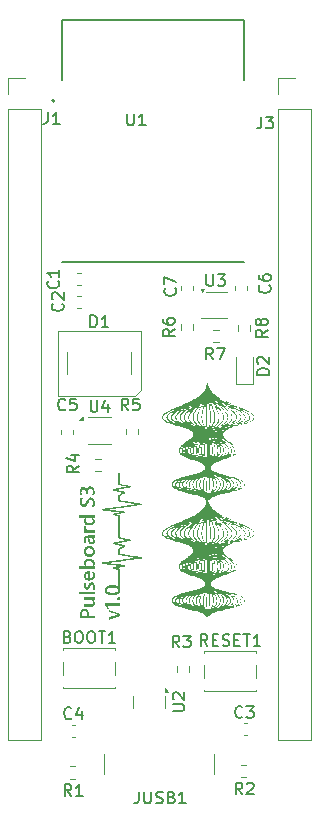
<source format=gto>
%TF.GenerationSoftware,KiCad,Pcbnew,9.0.6*%
%TF.CreationDate,2025-12-14T16:55:08-06:00*%
%TF.ProjectId,PCB,5043422e-6b69-4636-9164-5f7063625858,rev?*%
%TF.SameCoordinates,Original*%
%TF.FileFunction,Legend,Top*%
%TF.FilePolarity,Positive*%
%FSLAX46Y46*%
G04 Gerber Fmt 4.6, Leading zero omitted, Abs format (unit mm)*
G04 Created by KiCad (PCBNEW 9.0.6) date 2025-12-14 16:55:08*
%MOMM*%
%LPD*%
G01*
G04 APERTURE LIST*
%ADD10C,0.200000*%
%ADD11C,0.150000*%
%ADD12C,0.120000*%
%ADD13C,0.000000*%
%ADD14C,0.127000*%
G04 APERTURE END LIST*
D10*
G36*
X120154591Y-109686880D02*
G01*
X120232343Y-109710184D01*
X120301297Y-109748268D01*
X120362932Y-109802018D01*
X120412004Y-109866621D01*
X120447873Y-109942171D01*
X120470423Y-110030773D01*
X120478400Y-110135161D01*
X120478400Y-110300801D01*
X120930500Y-110300801D01*
X120930500Y-110506456D01*
X119684783Y-110506456D01*
X119684783Y-110150748D01*
X119854844Y-110150748D01*
X119854844Y-110300801D01*
X120310123Y-110300801D01*
X120310123Y-110167188D01*
X120302314Y-110080761D01*
X120281127Y-110014961D01*
X120248473Y-109965100D01*
X120203089Y-109927351D01*
X120146308Y-109904030D01*
X120074690Y-109895695D01*
X120005777Y-109903190D01*
X119952999Y-109923776D01*
X119912517Y-109956388D01*
X119882262Y-110002413D01*
X119862303Y-110065437D01*
X119854844Y-110150748D01*
X119684783Y-110150748D01*
X119684783Y-110129034D01*
X119691954Y-110021128D01*
X119711933Y-109931796D01*
X119743070Y-109857883D01*
X119784663Y-109796823D01*
X119838503Y-109746049D01*
X119901910Y-109709566D01*
X119976799Y-109686830D01*
X120065927Y-109678796D01*
X120154591Y-109686880D01*
G37*
G36*
X120930500Y-108743035D02*
G01*
X120930500Y-108944347D01*
X120788976Y-108944347D01*
X120788976Y-108947759D01*
X120848246Y-108987677D01*
X120892648Y-109033921D01*
X120924161Y-109087058D01*
X120943562Y-109148463D01*
X120950352Y-109220182D01*
X120942245Y-109305678D01*
X120919757Y-109373898D01*
X120884226Y-109428546D01*
X120835008Y-109472031D01*
X120769577Y-109505159D01*
X120683835Y-109527020D01*
X120572465Y-109535101D01*
X120042120Y-109535101D01*
X120042120Y-109333866D01*
X120551527Y-109333866D01*
X120633332Y-109327275D01*
X120693012Y-109309792D01*
X120735841Y-109283680D01*
X120765587Y-109249403D01*
X120784037Y-109205545D01*
X120790682Y-109149072D01*
X120783215Y-109092488D01*
X120761517Y-109044171D01*
X120724845Y-109002042D01*
X120677950Y-108970733D01*
X120621350Y-108951262D01*
X120552457Y-108944347D01*
X120042120Y-108944347D01*
X120042120Y-108743035D01*
X120930500Y-108743035D01*
G37*
G36*
X120930500Y-108278373D02*
G01*
X120930500Y-108480538D01*
X119615301Y-108480538D01*
X119615301Y-108278373D01*
X120930500Y-108278373D01*
G37*
G36*
X120902117Y-108072020D02*
G01*
X120716780Y-108072020D01*
X120764006Y-107993446D01*
X120791812Y-107911040D01*
X120801151Y-107823016D01*
X120795094Y-107746645D01*
X120779740Y-107696483D01*
X120757887Y-107664980D01*
X120730001Y-107647011D01*
X120694058Y-107640781D01*
X120665567Y-107644838D01*
X120642567Y-107656445D01*
X120622920Y-107674322D01*
X120604879Y-107698553D01*
X120575489Y-107760979D01*
X120546021Y-107841240D01*
X120500191Y-107939725D01*
X120473722Y-107980631D01*
X120445210Y-108012619D01*
X120412320Y-108038097D01*
X120375495Y-108056355D01*
X120334592Y-108067195D01*
X120284610Y-108071089D01*
X120223585Y-108063306D01*
X120171624Y-108040769D01*
X120126883Y-108005466D01*
X120089346Y-107959189D01*
X120060424Y-107905216D01*
X120039173Y-107842946D01*
X120026527Y-107777056D01*
X120022268Y-107708479D01*
X120026669Y-107626983D01*
X120039329Y-107553871D01*
X120059646Y-107488090D01*
X120235988Y-107488090D01*
X120200358Y-107553157D01*
X120178841Y-107624346D01*
X120171468Y-107703284D01*
X120179223Y-107772300D01*
X120200859Y-107824800D01*
X120216292Y-107844308D01*
X120234049Y-107858610D01*
X120254368Y-107867667D01*
X120276777Y-107870708D01*
X120303781Y-107867527D01*
X120325244Y-107858610D01*
X120343571Y-107843956D01*
X120360373Y-107822629D01*
X120388058Y-107765321D01*
X120415277Y-107688550D01*
X120462968Y-107585722D01*
X120489320Y-107542838D01*
X120517949Y-107508097D01*
X120551100Y-107479636D01*
X120588905Y-107458622D01*
X120631521Y-107445859D01*
X120684598Y-107441252D01*
X120748791Y-107449325D01*
X120802392Y-107472503D01*
X120848036Y-107508745D01*
X120885445Y-107555789D01*
X120913708Y-107610899D01*
X120934299Y-107675987D01*
X120946264Y-107745253D01*
X120950352Y-107819527D01*
X120944569Y-107915800D01*
X120928151Y-107999351D01*
X120902117Y-108072020D01*
G37*
G36*
X120541756Y-107104310D02*
G01*
X120620170Y-107093525D01*
X120681849Y-107067948D01*
X120730506Y-107028391D01*
X120766186Y-106976413D01*
X120788697Y-106911279D01*
X120796808Y-106829328D01*
X120787413Y-106737129D01*
X120759462Y-106650656D01*
X120712127Y-106568149D01*
X120874123Y-106568149D01*
X120905773Y-106629616D01*
X120929624Y-106702262D01*
X120944904Y-106788019D01*
X120950352Y-106889116D01*
X120942106Y-106985842D01*
X120918752Y-107067632D01*
X120881362Y-107137264D01*
X120829611Y-107196746D01*
X120766464Y-107243521D01*
X120690591Y-107278192D01*
X120599445Y-107300283D01*
X120489799Y-107308181D01*
X120387645Y-107299932D01*
X120298848Y-107276331D01*
X120221069Y-107238257D01*
X120152547Y-107185424D01*
X120095204Y-107119845D01*
X120054986Y-107048162D01*
X120030637Y-106969032D01*
X120022510Y-106883068D01*
X120170615Y-106883068D01*
X120177714Y-106938230D01*
X120198531Y-106986673D01*
X120233894Y-107030175D01*
X120279173Y-107064458D01*
X120333716Y-107089277D01*
X120399457Y-107104310D01*
X120399457Y-106693077D01*
X120328873Y-106699863D01*
X120273785Y-106717376D01*
X120230870Y-106744258D01*
X120197763Y-106781475D01*
X120177694Y-106826897D01*
X120170615Y-106883068D01*
X120022510Y-106883068D01*
X120022268Y-106880509D01*
X120030265Y-106790897D01*
X120052868Y-106715753D01*
X120089074Y-106652287D01*
X120139364Y-106598547D01*
X120200073Y-106556796D01*
X120272847Y-106525700D01*
X120360047Y-106505844D01*
X120464596Y-106498744D01*
X120541756Y-106498744D01*
X120541756Y-107104310D01*
G37*
G36*
X120571810Y-105449241D02*
G01*
X120666653Y-105470294D01*
X120747521Y-105503544D01*
X120816583Y-105548482D01*
X120874993Y-105606572D01*
X120916225Y-105673227D01*
X120941516Y-105750154D01*
X120950352Y-105839982D01*
X120944111Y-105907365D01*
X120926199Y-105965785D01*
X120897019Y-106016993D01*
X120855882Y-106062195D01*
X120801073Y-106101936D01*
X120801073Y-106105425D01*
X120930500Y-106105425D01*
X120930500Y-106306738D01*
X119615301Y-106306738D01*
X119615301Y-106105425D01*
X120199308Y-106105425D01*
X120199308Y-106101936D01*
X120133914Y-106055389D01*
X120085085Y-106002863D01*
X120050630Y-105943793D01*
X120029578Y-105876847D01*
X120028793Y-105868597D01*
X120182790Y-105868597D01*
X120191574Y-105936808D01*
X120216802Y-105993587D01*
X120258942Y-106041682D01*
X120312876Y-106077589D01*
X120375480Y-106099539D01*
X120449087Y-106107209D01*
X120558971Y-106107209D01*
X120621067Y-106100116D01*
X120675195Y-106079523D01*
X120723216Y-106045171D01*
X120760678Y-106000130D01*
X120782983Y-105948356D01*
X120790682Y-105887673D01*
X120785016Y-105833653D01*
X120768748Y-105787367D01*
X120742042Y-105747160D01*
X120703829Y-105712029D01*
X120642604Y-105678299D01*
X120563353Y-105656294D01*
X120461262Y-105648208D01*
X120376065Y-105655632D01*
X120309200Y-105676007D01*
X120256770Y-105707686D01*
X120215811Y-105751756D01*
X120191333Y-105804469D01*
X120182790Y-105868597D01*
X120028793Y-105868597D01*
X120022268Y-105800045D01*
X120030200Y-105718052D01*
X120052819Y-105648350D01*
X120089528Y-105588466D01*
X120141303Y-105536773D01*
X120202737Y-105496838D01*
X120274978Y-105467231D01*
X120360025Y-105448448D01*
X120460331Y-105441777D01*
X120571810Y-105449241D01*
G37*
G36*
X120587671Y-104388209D02*
G01*
X120677617Y-104412440D01*
X120755303Y-104451327D01*
X120822709Y-104505086D01*
X120877465Y-104571483D01*
X120917026Y-104648313D01*
X120941678Y-104737603D01*
X120950352Y-104842106D01*
X120941929Y-104943548D01*
X120917963Y-105030450D01*
X120879460Y-105105435D01*
X120826121Y-105170440D01*
X120760498Y-105223152D01*
X120685086Y-105261211D01*
X120597999Y-105284886D01*
X120496701Y-105293197D01*
X120385897Y-105284331D01*
X120292816Y-105259343D01*
X120214256Y-105219646D01*
X120147817Y-105165244D01*
X120094181Y-105097757D01*
X120055230Y-105019314D01*
X120030861Y-104927797D01*
X120023236Y-104832490D01*
X120182790Y-104832490D01*
X120188255Y-104890067D01*
X120203874Y-104939348D01*
X120229242Y-104981981D01*
X120264990Y-105019068D01*
X120323429Y-105055694D01*
X120397518Y-105079116D01*
X120491505Y-105087620D01*
X120581862Y-105079083D01*
X120653608Y-105055453D01*
X120710731Y-105018215D01*
X120745507Y-104980854D01*
X120770197Y-104938227D01*
X120785381Y-104889285D01*
X120790682Y-104832490D01*
X120785323Y-104774210D01*
X120770180Y-104725519D01*
X120745893Y-104684526D01*
X120712049Y-104649944D01*
X120656077Y-104616168D01*
X120582999Y-104594203D01*
X120488016Y-104586123D01*
X120392497Y-104594198D01*
X120318866Y-104616162D01*
X120262354Y-104649944D01*
X120228063Y-104684586D01*
X120203498Y-104725603D01*
X120188201Y-104774274D01*
X120182790Y-104832490D01*
X120023236Y-104832490D01*
X120022268Y-104820392D01*
X120030706Y-104717258D01*
X120054496Y-104630696D01*
X120092340Y-104557671D01*
X120144327Y-104495935D01*
X120208401Y-104446804D01*
X120284483Y-104410680D01*
X120374936Y-104387823D01*
X120482820Y-104379692D01*
X120587671Y-104388209D01*
G37*
G36*
X120930500Y-103688360D02*
G01*
X120790760Y-103688360D01*
X120790760Y-103691849D01*
X120849764Y-103733409D01*
X120893779Y-103780341D01*
X120924814Y-103833140D01*
X120943769Y-103893002D01*
X120950352Y-103961713D01*
X120941672Y-104046260D01*
X120917551Y-104113371D01*
X120879163Y-104166903D01*
X120827500Y-104207540D01*
X120765656Y-104232320D01*
X120690646Y-104241038D01*
X120611369Y-104232727D01*
X120547191Y-104209420D01*
X120494794Y-104171941D01*
X120452234Y-104118927D01*
X120419215Y-104047019D01*
X120397131Y-103951244D01*
X120359753Y-103687507D01*
X120492513Y-103687507D01*
X120518569Y-103874085D01*
X120536168Y-103954258D01*
X120560755Y-104004597D01*
X120584736Y-104027800D01*
X120619497Y-104042779D01*
X120669011Y-104048411D01*
X120704897Y-104043801D01*
X120735316Y-104030471D01*
X120761602Y-104008086D01*
X120781092Y-103979265D01*
X120793297Y-103943854D01*
X120797661Y-103900063D01*
X120790277Y-103841565D01*
X120768870Y-103791512D01*
X120732909Y-103747838D01*
X120686657Y-103714660D01*
X120633023Y-103694523D01*
X120569905Y-103687507D01*
X120492513Y-103687507D01*
X120359753Y-103687507D01*
X120288248Y-103695736D01*
X120237799Y-103717685D01*
X120202762Y-103751821D01*
X120180567Y-103800199D01*
X120172321Y-103867959D01*
X120179117Y-103945198D01*
X120199269Y-104017925D01*
X120233073Y-104087314D01*
X120281663Y-104154263D01*
X120105553Y-104154263D01*
X120069670Y-104082628D01*
X120043709Y-104005287D01*
X120027753Y-103921357D01*
X120022268Y-103829806D01*
X120030117Y-103734117D01*
X120051581Y-103659271D01*
X120084702Y-103600911D01*
X120129225Y-103555879D01*
X120186628Y-103522545D01*
X120259921Y-103501025D01*
X120353316Y-103493174D01*
X120930500Y-103493174D01*
X120930500Y-103688360D01*
G37*
G36*
X120235677Y-102731661D02*
G01*
X120214098Y-102773558D01*
X120205899Y-102836660D01*
X120214638Y-102892280D01*
X120240707Y-102941320D01*
X120286548Y-102985861D01*
X120343274Y-103017720D01*
X120415054Y-103038255D01*
X120505774Y-103045727D01*
X120930500Y-103045727D01*
X120930500Y-103247039D01*
X120042120Y-103247039D01*
X120042120Y-103045727D01*
X120225907Y-103045727D01*
X120225907Y-103042237D01*
X120166104Y-103018105D01*
X120117966Y-102987856D01*
X120079730Y-102951662D01*
X120050200Y-102908589D01*
X120032990Y-102863405D01*
X120027231Y-102814947D01*
X120031952Y-102764039D01*
X120043826Y-102731661D01*
X120235677Y-102731661D01*
G37*
G36*
X120930500Y-101983021D02*
G01*
X120778507Y-101983021D01*
X120778507Y-101986433D01*
X120841370Y-102030362D01*
X120888650Y-102081186D01*
X120922314Y-102139576D01*
X120943080Y-102207037D01*
X120950352Y-102285765D01*
X120942551Y-102365406D01*
X120920126Y-102434362D01*
X120883425Y-102494812D01*
X120831317Y-102548185D01*
X120769723Y-102589513D01*
X120696689Y-102620200D01*
X120610039Y-102639718D01*
X120507092Y-102646670D01*
X120397111Y-102639087D01*
X120303393Y-102617672D01*
X120223304Y-102583767D01*
X120154718Y-102537793D01*
X120096699Y-102478736D01*
X120055870Y-102411878D01*
X120030937Y-102335642D01*
X120022268Y-102247612D01*
X120026573Y-102198990D01*
X120182790Y-102198990D01*
X120188309Y-102253695D01*
X120204120Y-102300525D01*
X120229958Y-102341113D01*
X120266696Y-102376495D01*
X120325955Y-102410784D01*
X120401979Y-102432977D01*
X120499260Y-102441092D01*
X120587257Y-102433400D01*
X120657050Y-102412189D01*
X120712437Y-102379054D01*
X120755867Y-102332981D01*
X120781698Y-102278242D01*
X120790682Y-102212018D01*
X120782044Y-102146699D01*
X120757083Y-102091742D01*
X120715074Y-102044594D01*
X120661455Y-102009508D01*
X120598696Y-101987949D01*
X120524385Y-101980385D01*
X120408452Y-101980385D01*
X120348081Y-101987413D01*
X120295390Y-102007850D01*
X120248550Y-102042035D01*
X120212122Y-102086665D01*
X120190335Y-102138254D01*
X120182790Y-102198990D01*
X120026573Y-102198990D01*
X120028513Y-102177078D01*
X120046221Y-102117451D01*
X120074660Y-102066653D01*
X120114217Y-102023218D01*
X120166350Y-101986433D01*
X120166350Y-101983021D01*
X119615301Y-101983021D01*
X119615301Y-101781709D01*
X120930500Y-101781709D01*
X120930500Y-101983021D01*
G37*
G36*
X120880094Y-101065717D02*
G01*
X120667460Y-101065717D01*
X120691794Y-101034999D01*
X120714376Y-100997630D01*
X120749505Y-100913957D01*
X120771683Y-100825476D01*
X120779438Y-100743896D01*
X120773647Y-100657596D01*
X120758412Y-100594774D01*
X120736089Y-100549951D01*
X120702958Y-100514615D01*
X120661921Y-100493590D01*
X120610385Y-100486207D01*
X120568488Y-100491693D01*
X120533691Y-100507455D01*
X120503226Y-100532262D01*
X120474212Y-100566934D01*
X120422644Y-100656733D01*
X120370997Y-100767315D01*
X120302523Y-100885265D01*
X120265454Y-100936973D01*
X120225751Y-100980260D01*
X120180888Y-101016302D01*
X120130756Y-101043616D01*
X120074889Y-101060524D01*
X120006681Y-101066570D01*
X119949375Y-101061942D01*
X119899040Y-101048646D01*
X119854456Y-101027098D01*
X119795617Y-100981459D01*
X119747829Y-100923030D01*
X119711512Y-100854787D01*
X119685326Y-100776001D01*
X119670044Y-100692814D01*
X119664931Y-100607646D01*
X119671112Y-100476572D01*
X119686975Y-100384906D01*
X119709210Y-100323126D01*
X119913081Y-100323126D01*
X119880829Y-100377408D01*
X119857006Y-100439914D01*
X119841991Y-100512061D01*
X119836698Y-100595549D01*
X119845383Y-100687054D01*
X119857087Y-100730800D01*
X119873998Y-100768634D01*
X119896961Y-100801494D01*
X119925179Y-100827182D01*
X119959012Y-100843851D01*
X120000632Y-100849670D01*
X120040252Y-100845156D01*
X120072673Y-100832377D01*
X120101076Y-100811577D01*
X120128120Y-100781662D01*
X120177129Y-100700082D01*
X120228698Y-100588569D01*
X120299886Y-100465812D01*
X120339592Y-100411038D01*
X120382319Y-100364303D01*
X120430083Y-100324901D01*
X120482432Y-100294898D01*
X120540155Y-100275940D01*
X120607748Y-100269308D01*
X120669791Y-100273909D01*
X120722455Y-100286906D01*
X120767340Y-100307539D01*
X120826251Y-100352222D01*
X120873192Y-100410289D01*
X120907842Y-100478682D01*
X120932128Y-100559101D01*
X120945701Y-100644702D01*
X120950352Y-100736917D01*
X120945544Y-100813766D01*
X120931663Y-100906978D01*
X120909562Y-100997243D01*
X120894959Y-101037272D01*
X120880094Y-101065717D01*
G37*
G36*
X120883739Y-100087538D02*
G01*
X120695222Y-100087538D01*
X120737308Y-100024282D01*
X120766886Y-99958086D01*
X120784660Y-99888139D01*
X120790682Y-99813409D01*
X120783764Y-99732406D01*
X120764612Y-99667416D01*
X120734616Y-99615198D01*
X120692690Y-99573871D01*
X120642945Y-99549452D01*
X120582778Y-99540986D01*
X120521062Y-99549192D01*
X120472024Y-99572397D01*
X120432529Y-99610918D01*
X120401542Y-99668174D01*
X120380335Y-99750115D01*
X120372238Y-99864590D01*
X120372238Y-99960903D01*
X120210862Y-99960903D01*
X120210862Y-99868932D01*
X120203382Y-99768721D01*
X120183690Y-99696436D01*
X120154663Y-99645375D01*
X120117218Y-99610567D01*
X120070141Y-99589340D01*
X120010326Y-99581775D01*
X119952940Y-99588211D01*
X119908753Y-99605962D01*
X119874614Y-99634273D01*
X119848908Y-99674539D01*
X119831851Y-99730056D01*
X119825453Y-99805576D01*
X119835128Y-99885797D01*
X119864511Y-99963557D01*
X119915718Y-100040699D01*
X119736352Y-100040699D01*
X119697508Y-99953595D01*
X119673367Y-99854599D01*
X119664931Y-99741367D01*
X119670739Y-99658587D01*
X119687156Y-99588017D01*
X119713177Y-99527663D01*
X119748527Y-99475924D01*
X119793774Y-99431832D01*
X119843764Y-99401094D01*
X119899521Y-99382519D01*
X119962634Y-99376120D01*
X120042014Y-99383484D01*
X120108167Y-99404272D01*
X120163732Y-99437611D01*
X120210493Y-99484118D01*
X120249184Y-99545824D01*
X120279414Y-99625977D01*
X120282904Y-99625977D01*
X120299951Y-99539824D01*
X120331403Y-99470027D01*
X120376736Y-99413421D01*
X120434623Y-99370289D01*
X120501055Y-99344327D01*
X120578591Y-99335331D01*
X120659362Y-99343483D01*
X120729859Y-99367028D01*
X120792246Y-99405794D01*
X120847912Y-99461190D01*
X120891257Y-99526300D01*
X120923154Y-99601880D01*
X120943252Y-99689839D01*
X120950352Y-99792548D01*
X120941946Y-99914425D01*
X120918948Y-100011142D01*
X120883739Y-100087538D01*
G37*
G36*
X122175720Y-109763788D02*
G01*
X123064100Y-110107399D01*
X123064100Y-110325151D01*
X122175720Y-110652167D01*
X122175720Y-110433562D01*
X122796872Y-110236592D01*
X122863749Y-110217795D01*
X122916605Y-110208830D01*
X122916605Y-110206271D01*
X122854154Y-110196017D01*
X122800362Y-110181999D01*
X122175720Y-109975491D01*
X122175720Y-109763788D01*
G37*
G36*
X121793568Y-109224448D02*
G01*
X123064100Y-109224448D01*
X123064100Y-109425682D01*
X122040943Y-109425682D01*
X122077097Y-109482266D01*
X122107556Y-109543244D01*
X122132737Y-109608749D01*
X122155868Y-109686861D01*
X121984101Y-109686861D01*
X121949127Y-109589694D01*
X121908027Y-109497258D01*
X121857389Y-109405365D01*
X121793568Y-109309439D01*
X121793568Y-109224448D01*
G37*
G36*
X123083952Y-108829035D02*
G01*
X123075331Y-108877407D01*
X123049831Y-108917516D01*
X123012096Y-108944967D01*
X122968174Y-108953963D01*
X122923451Y-108944938D01*
X122885276Y-108917516D01*
X122859414Y-108877371D01*
X122850690Y-108829035D01*
X122859441Y-108779832D01*
X122885276Y-108739235D01*
X122923488Y-108711447D01*
X122968174Y-108702323D01*
X123012059Y-108711417D01*
X123049831Y-108739235D01*
X123075304Y-108779796D01*
X123083952Y-108829035D01*
G37*
G36*
X122597523Y-107704271D02*
G01*
X122728353Y-107728070D01*
X122833661Y-107764358D01*
X122917846Y-107811462D01*
X122978340Y-107862176D01*
X123024177Y-107918910D01*
X123056878Y-107982399D01*
X123076971Y-108053972D01*
X123083952Y-108135454D01*
X123077327Y-108211284D01*
X123058226Y-108278069D01*
X123027060Y-108337506D01*
X122983238Y-108390819D01*
X122925213Y-108438663D01*
X122844862Y-108482921D01*
X122744477Y-108517030D01*
X122619917Y-108539398D01*
X122466366Y-108547539D01*
X122297057Y-108538928D01*
X122161151Y-108515396D01*
X122052985Y-108479771D01*
X121967661Y-108433932D01*
X121906281Y-108383947D01*
X121859671Y-108327277D01*
X121826305Y-108263124D01*
X121805714Y-108190029D01*
X121799346Y-108115524D01*
X121959053Y-108115524D01*
X121966671Y-108168040D01*
X121988989Y-108212894D01*
X122027480Y-108252216D01*
X122086372Y-108286548D01*
X122172075Y-108314793D01*
X122292684Y-108334460D01*
X122457681Y-108341961D01*
X122610857Y-108334732D01*
X122723231Y-108315743D01*
X122803485Y-108288377D01*
X122859002Y-108254939D01*
X122895580Y-108216372D01*
X122916951Y-108172054D01*
X122924282Y-108119867D01*
X122916971Y-108068958D01*
X122895586Y-108025556D01*
X122858792Y-107987595D01*
X122802638Y-107954523D01*
X122721089Y-107927358D01*
X122606505Y-107908464D01*
X122449926Y-107901261D01*
X122286427Y-107908464D01*
X122167269Y-107927316D01*
X122082949Y-107954316D01*
X122025330Y-107986993D01*
X121987923Y-108024202D01*
X121966376Y-108066381D01*
X121959053Y-108115524D01*
X121799346Y-108115524D01*
X121798531Y-108105986D01*
X121805827Y-108022878D01*
X121826599Y-107951837D01*
X121860109Y-107890540D01*
X121906903Y-107837347D01*
X121968752Y-107791451D01*
X122048502Y-107752953D01*
X122149892Y-107722840D01*
X122277382Y-107702901D01*
X122436046Y-107695606D01*
X122597523Y-107704271D01*
G37*
D11*
X130489428Y-112848819D02*
X130156095Y-112372628D01*
X129918000Y-112848819D02*
X129918000Y-111848819D01*
X129918000Y-111848819D02*
X130298952Y-111848819D01*
X130298952Y-111848819D02*
X130394190Y-111896438D01*
X130394190Y-111896438D02*
X130441809Y-111944057D01*
X130441809Y-111944057D02*
X130489428Y-112039295D01*
X130489428Y-112039295D02*
X130489428Y-112182152D01*
X130489428Y-112182152D02*
X130441809Y-112277390D01*
X130441809Y-112277390D02*
X130394190Y-112325009D01*
X130394190Y-112325009D02*
X130298952Y-112372628D01*
X130298952Y-112372628D02*
X129918000Y-112372628D01*
X130918000Y-112325009D02*
X131251333Y-112325009D01*
X131394190Y-112848819D02*
X130918000Y-112848819D01*
X130918000Y-112848819D02*
X130918000Y-111848819D01*
X130918000Y-111848819D02*
X131394190Y-111848819D01*
X131775143Y-112801200D02*
X131918000Y-112848819D01*
X131918000Y-112848819D02*
X132156095Y-112848819D01*
X132156095Y-112848819D02*
X132251333Y-112801200D01*
X132251333Y-112801200D02*
X132298952Y-112753580D01*
X132298952Y-112753580D02*
X132346571Y-112658342D01*
X132346571Y-112658342D02*
X132346571Y-112563104D01*
X132346571Y-112563104D02*
X132298952Y-112467866D01*
X132298952Y-112467866D02*
X132251333Y-112420247D01*
X132251333Y-112420247D02*
X132156095Y-112372628D01*
X132156095Y-112372628D02*
X131965619Y-112325009D01*
X131965619Y-112325009D02*
X131870381Y-112277390D01*
X131870381Y-112277390D02*
X131822762Y-112229771D01*
X131822762Y-112229771D02*
X131775143Y-112134533D01*
X131775143Y-112134533D02*
X131775143Y-112039295D01*
X131775143Y-112039295D02*
X131822762Y-111944057D01*
X131822762Y-111944057D02*
X131870381Y-111896438D01*
X131870381Y-111896438D02*
X131965619Y-111848819D01*
X131965619Y-111848819D02*
X132203714Y-111848819D01*
X132203714Y-111848819D02*
X132346571Y-111896438D01*
X132775143Y-112325009D02*
X133108476Y-112325009D01*
X133251333Y-112848819D02*
X132775143Y-112848819D01*
X132775143Y-112848819D02*
X132775143Y-111848819D01*
X132775143Y-111848819D02*
X133251333Y-111848819D01*
X133537048Y-111848819D02*
X134108476Y-111848819D01*
X133822762Y-112848819D02*
X133822762Y-111848819D01*
X134965619Y-112848819D02*
X134394191Y-112848819D01*
X134679905Y-112848819D02*
X134679905Y-111848819D01*
X134679905Y-111848819D02*
X134584667Y-111991676D01*
X134584667Y-111991676D02*
X134489429Y-112086914D01*
X134489429Y-112086914D02*
X134394191Y-112134533D01*
X116976666Y-67653819D02*
X116976666Y-68368104D01*
X116976666Y-68368104D02*
X116929047Y-68510961D01*
X116929047Y-68510961D02*
X116833809Y-68606200D01*
X116833809Y-68606200D02*
X116690952Y-68653819D01*
X116690952Y-68653819D02*
X116595714Y-68653819D01*
X117976666Y-68653819D02*
X117405238Y-68653819D01*
X117690952Y-68653819D02*
X117690952Y-67653819D01*
X117690952Y-67653819D02*
X117595714Y-67796676D01*
X117595714Y-67796676D02*
X117500476Y-67891914D01*
X117500476Y-67891914D02*
X117405238Y-67939533D01*
X127534319Y-118357404D02*
X128343842Y-118357404D01*
X128343842Y-118357404D02*
X128439080Y-118309785D01*
X128439080Y-118309785D02*
X128486700Y-118262166D01*
X128486700Y-118262166D02*
X128534319Y-118166928D01*
X128534319Y-118166928D02*
X128534319Y-117976452D01*
X128534319Y-117976452D02*
X128486700Y-117881214D01*
X128486700Y-117881214D02*
X128439080Y-117833595D01*
X128439080Y-117833595D02*
X128343842Y-117785976D01*
X128343842Y-117785976D02*
X127534319Y-117785976D01*
X127629557Y-117357404D02*
X127581938Y-117309785D01*
X127581938Y-117309785D02*
X127534319Y-117214547D01*
X127534319Y-117214547D02*
X127534319Y-116976452D01*
X127534319Y-116976452D02*
X127581938Y-116881214D01*
X127581938Y-116881214D02*
X127629557Y-116833595D01*
X127629557Y-116833595D02*
X127724795Y-116785976D01*
X127724795Y-116785976D02*
X127820033Y-116785976D01*
X127820033Y-116785976D02*
X127962890Y-116833595D01*
X127962890Y-116833595D02*
X128534319Y-117405023D01*
X128534319Y-117405023D02*
X128534319Y-116785976D01*
X118451333Y-92815580D02*
X118403714Y-92863200D01*
X118403714Y-92863200D02*
X118260857Y-92910819D01*
X118260857Y-92910819D02*
X118165619Y-92910819D01*
X118165619Y-92910819D02*
X118022762Y-92863200D01*
X118022762Y-92863200D02*
X117927524Y-92767961D01*
X117927524Y-92767961D02*
X117879905Y-92672723D01*
X117879905Y-92672723D02*
X117832286Y-92482247D01*
X117832286Y-92482247D02*
X117832286Y-92339390D01*
X117832286Y-92339390D02*
X117879905Y-92148914D01*
X117879905Y-92148914D02*
X117927524Y-92053676D01*
X117927524Y-92053676D02*
X118022762Y-91958438D01*
X118022762Y-91958438D02*
X118165619Y-91910819D01*
X118165619Y-91910819D02*
X118260857Y-91910819D01*
X118260857Y-91910819D02*
X118403714Y-91958438D01*
X118403714Y-91958438D02*
X118451333Y-92006057D01*
X119356095Y-91910819D02*
X118879905Y-91910819D01*
X118879905Y-91910819D02*
X118832286Y-92387009D01*
X118832286Y-92387009D02*
X118879905Y-92339390D01*
X118879905Y-92339390D02*
X118975143Y-92291771D01*
X118975143Y-92291771D02*
X119213238Y-92291771D01*
X119213238Y-92291771D02*
X119308476Y-92339390D01*
X119308476Y-92339390D02*
X119356095Y-92387009D01*
X119356095Y-92387009D02*
X119403714Y-92482247D01*
X119403714Y-92482247D02*
X119403714Y-92720342D01*
X119403714Y-92720342D02*
X119356095Y-92815580D01*
X119356095Y-92815580D02*
X119308476Y-92863200D01*
X119308476Y-92863200D02*
X119213238Y-92910819D01*
X119213238Y-92910819D02*
X118975143Y-92910819D01*
X118975143Y-92910819D02*
X118879905Y-92863200D01*
X118879905Y-92863200D02*
X118832286Y-92815580D01*
X118960333Y-125549819D02*
X118627000Y-125073628D01*
X118388905Y-125549819D02*
X118388905Y-124549819D01*
X118388905Y-124549819D02*
X118769857Y-124549819D01*
X118769857Y-124549819D02*
X118865095Y-124597438D01*
X118865095Y-124597438D02*
X118912714Y-124645057D01*
X118912714Y-124645057D02*
X118960333Y-124740295D01*
X118960333Y-124740295D02*
X118960333Y-124883152D01*
X118960333Y-124883152D02*
X118912714Y-124978390D01*
X118912714Y-124978390D02*
X118865095Y-125026009D01*
X118865095Y-125026009D02*
X118769857Y-125073628D01*
X118769857Y-125073628D02*
X118388905Y-125073628D01*
X119912714Y-125549819D02*
X119341286Y-125549819D01*
X119627000Y-125549819D02*
X119627000Y-124549819D01*
X119627000Y-124549819D02*
X119531762Y-124692676D01*
X119531762Y-124692676D02*
X119436524Y-124787914D01*
X119436524Y-124787914D02*
X119341286Y-124835533D01*
X123785333Y-92910819D02*
X123452000Y-92434628D01*
X123213905Y-92910819D02*
X123213905Y-91910819D01*
X123213905Y-91910819D02*
X123594857Y-91910819D01*
X123594857Y-91910819D02*
X123690095Y-91958438D01*
X123690095Y-91958438D02*
X123737714Y-92006057D01*
X123737714Y-92006057D02*
X123785333Y-92101295D01*
X123785333Y-92101295D02*
X123785333Y-92244152D01*
X123785333Y-92244152D02*
X123737714Y-92339390D01*
X123737714Y-92339390D02*
X123690095Y-92387009D01*
X123690095Y-92387009D02*
X123594857Y-92434628D01*
X123594857Y-92434628D02*
X123213905Y-92434628D01*
X124690095Y-91910819D02*
X124213905Y-91910819D01*
X124213905Y-91910819D02*
X124166286Y-92387009D01*
X124166286Y-92387009D02*
X124213905Y-92339390D01*
X124213905Y-92339390D02*
X124309143Y-92291771D01*
X124309143Y-92291771D02*
X124547238Y-92291771D01*
X124547238Y-92291771D02*
X124642476Y-92339390D01*
X124642476Y-92339390D02*
X124690095Y-92387009D01*
X124690095Y-92387009D02*
X124737714Y-92482247D01*
X124737714Y-92482247D02*
X124737714Y-92720342D01*
X124737714Y-92720342D02*
X124690095Y-92815580D01*
X124690095Y-92815580D02*
X124642476Y-92863200D01*
X124642476Y-92863200D02*
X124547238Y-92910819D01*
X124547238Y-92910819D02*
X124309143Y-92910819D01*
X124309143Y-92910819D02*
X124213905Y-92863200D01*
X124213905Y-92863200D02*
X124166286Y-92815580D01*
X119580819Y-97575666D02*
X119104628Y-97908999D01*
X119580819Y-98147094D02*
X118580819Y-98147094D01*
X118580819Y-98147094D02*
X118580819Y-97766142D01*
X118580819Y-97766142D02*
X118628438Y-97670904D01*
X118628438Y-97670904D02*
X118676057Y-97623285D01*
X118676057Y-97623285D02*
X118771295Y-97575666D01*
X118771295Y-97575666D02*
X118914152Y-97575666D01*
X118914152Y-97575666D02*
X119009390Y-97623285D01*
X119009390Y-97623285D02*
X119057009Y-97670904D01*
X119057009Y-97670904D02*
X119104628Y-97766142D01*
X119104628Y-97766142D02*
X119104628Y-98147094D01*
X118914152Y-96718523D02*
X119580819Y-96718523D01*
X118533200Y-96956618D02*
X119247485Y-97194713D01*
X119247485Y-97194713D02*
X119247485Y-96575666D01*
X135582819Y-86077666D02*
X135106628Y-86410999D01*
X135582819Y-86649094D02*
X134582819Y-86649094D01*
X134582819Y-86649094D02*
X134582819Y-86268142D01*
X134582819Y-86268142D02*
X134630438Y-86172904D01*
X134630438Y-86172904D02*
X134678057Y-86125285D01*
X134678057Y-86125285D02*
X134773295Y-86077666D01*
X134773295Y-86077666D02*
X134916152Y-86077666D01*
X134916152Y-86077666D02*
X135011390Y-86125285D01*
X135011390Y-86125285D02*
X135059009Y-86172904D01*
X135059009Y-86172904D02*
X135106628Y-86268142D01*
X135106628Y-86268142D02*
X135106628Y-86649094D01*
X135011390Y-85506237D02*
X134963771Y-85601475D01*
X134963771Y-85601475D02*
X134916152Y-85649094D01*
X134916152Y-85649094D02*
X134820914Y-85696713D01*
X134820914Y-85696713D02*
X134773295Y-85696713D01*
X134773295Y-85696713D02*
X134678057Y-85649094D01*
X134678057Y-85649094D02*
X134630438Y-85601475D01*
X134630438Y-85601475D02*
X134582819Y-85506237D01*
X134582819Y-85506237D02*
X134582819Y-85315761D01*
X134582819Y-85315761D02*
X134630438Y-85220523D01*
X134630438Y-85220523D02*
X134678057Y-85172904D01*
X134678057Y-85172904D02*
X134773295Y-85125285D01*
X134773295Y-85125285D02*
X134820914Y-85125285D01*
X134820914Y-85125285D02*
X134916152Y-85172904D01*
X134916152Y-85172904D02*
X134963771Y-85220523D01*
X134963771Y-85220523D02*
X135011390Y-85315761D01*
X135011390Y-85315761D02*
X135011390Y-85506237D01*
X135011390Y-85506237D02*
X135059009Y-85601475D01*
X135059009Y-85601475D02*
X135106628Y-85649094D01*
X135106628Y-85649094D02*
X135201866Y-85696713D01*
X135201866Y-85696713D02*
X135392342Y-85696713D01*
X135392342Y-85696713D02*
X135487580Y-85649094D01*
X135487580Y-85649094D02*
X135535200Y-85601475D01*
X135535200Y-85601475D02*
X135582819Y-85506237D01*
X135582819Y-85506237D02*
X135582819Y-85315761D01*
X135582819Y-85315761D02*
X135535200Y-85220523D01*
X135535200Y-85220523D02*
X135487580Y-85172904D01*
X135487580Y-85172904D02*
X135392342Y-85125285D01*
X135392342Y-85125285D02*
X135201866Y-85125285D01*
X135201866Y-85125285D02*
X135106628Y-85172904D01*
X135106628Y-85172904D02*
X135059009Y-85220523D01*
X135059009Y-85220523D02*
X135011390Y-85315761D01*
X133437333Y-118850580D02*
X133389714Y-118898200D01*
X133389714Y-118898200D02*
X133246857Y-118945819D01*
X133246857Y-118945819D02*
X133151619Y-118945819D01*
X133151619Y-118945819D02*
X133008762Y-118898200D01*
X133008762Y-118898200D02*
X132913524Y-118802961D01*
X132913524Y-118802961D02*
X132865905Y-118707723D01*
X132865905Y-118707723D02*
X132818286Y-118517247D01*
X132818286Y-118517247D02*
X132818286Y-118374390D01*
X132818286Y-118374390D02*
X132865905Y-118183914D01*
X132865905Y-118183914D02*
X132913524Y-118088676D01*
X132913524Y-118088676D02*
X133008762Y-117993438D01*
X133008762Y-117993438D02*
X133151619Y-117945819D01*
X133151619Y-117945819D02*
X133246857Y-117945819D01*
X133246857Y-117945819D02*
X133389714Y-117993438D01*
X133389714Y-117993438D02*
X133437333Y-118041057D01*
X133770667Y-117945819D02*
X134389714Y-117945819D01*
X134389714Y-117945819D02*
X134056381Y-118326771D01*
X134056381Y-118326771D02*
X134199238Y-118326771D01*
X134199238Y-118326771D02*
X134294476Y-118374390D01*
X134294476Y-118374390D02*
X134342095Y-118422009D01*
X134342095Y-118422009D02*
X134389714Y-118517247D01*
X134389714Y-118517247D02*
X134389714Y-118755342D01*
X134389714Y-118755342D02*
X134342095Y-118850580D01*
X134342095Y-118850580D02*
X134294476Y-118898200D01*
X134294476Y-118898200D02*
X134199238Y-118945819D01*
X134199238Y-118945819D02*
X133913524Y-118945819D01*
X133913524Y-118945819D02*
X133818286Y-118898200D01*
X133818286Y-118898200D02*
X133770667Y-118850580D01*
X127708819Y-86014666D02*
X127232628Y-86347999D01*
X127708819Y-86586094D02*
X126708819Y-86586094D01*
X126708819Y-86586094D02*
X126708819Y-86205142D01*
X126708819Y-86205142D02*
X126756438Y-86109904D01*
X126756438Y-86109904D02*
X126804057Y-86062285D01*
X126804057Y-86062285D02*
X126899295Y-86014666D01*
X126899295Y-86014666D02*
X127042152Y-86014666D01*
X127042152Y-86014666D02*
X127137390Y-86062285D01*
X127137390Y-86062285D02*
X127185009Y-86109904D01*
X127185009Y-86109904D02*
X127232628Y-86205142D01*
X127232628Y-86205142D02*
X127232628Y-86586094D01*
X126708819Y-85157523D02*
X126708819Y-85347999D01*
X126708819Y-85347999D02*
X126756438Y-85443237D01*
X126756438Y-85443237D02*
X126804057Y-85490856D01*
X126804057Y-85490856D02*
X126946914Y-85586094D01*
X126946914Y-85586094D02*
X127137390Y-85633713D01*
X127137390Y-85633713D02*
X127518342Y-85633713D01*
X127518342Y-85633713D02*
X127613580Y-85586094D01*
X127613580Y-85586094D02*
X127661200Y-85538475D01*
X127661200Y-85538475D02*
X127708819Y-85443237D01*
X127708819Y-85443237D02*
X127708819Y-85252761D01*
X127708819Y-85252761D02*
X127661200Y-85157523D01*
X127661200Y-85157523D02*
X127613580Y-85109904D01*
X127613580Y-85109904D02*
X127518342Y-85062285D01*
X127518342Y-85062285D02*
X127280247Y-85062285D01*
X127280247Y-85062285D02*
X127185009Y-85109904D01*
X127185009Y-85109904D02*
X127137390Y-85157523D01*
X127137390Y-85157523D02*
X127089771Y-85252761D01*
X127089771Y-85252761D02*
X127089771Y-85443237D01*
X127089771Y-85443237D02*
X127137390Y-85538475D01*
X127137390Y-85538475D02*
X127185009Y-85586094D01*
X127185009Y-85586094D02*
X127280247Y-85633713D01*
X135741580Y-82326666D02*
X135789200Y-82374285D01*
X135789200Y-82374285D02*
X135836819Y-82517142D01*
X135836819Y-82517142D02*
X135836819Y-82612380D01*
X135836819Y-82612380D02*
X135789200Y-82755237D01*
X135789200Y-82755237D02*
X135693961Y-82850475D01*
X135693961Y-82850475D02*
X135598723Y-82898094D01*
X135598723Y-82898094D02*
X135408247Y-82945713D01*
X135408247Y-82945713D02*
X135265390Y-82945713D01*
X135265390Y-82945713D02*
X135074914Y-82898094D01*
X135074914Y-82898094D02*
X134979676Y-82850475D01*
X134979676Y-82850475D02*
X134884438Y-82755237D01*
X134884438Y-82755237D02*
X134836819Y-82612380D01*
X134836819Y-82612380D02*
X134836819Y-82517142D01*
X134836819Y-82517142D02*
X134884438Y-82374285D01*
X134884438Y-82374285D02*
X134932057Y-82326666D01*
X134836819Y-81469523D02*
X134836819Y-81659999D01*
X134836819Y-81659999D02*
X134884438Y-81755237D01*
X134884438Y-81755237D02*
X134932057Y-81802856D01*
X134932057Y-81802856D02*
X135074914Y-81898094D01*
X135074914Y-81898094D02*
X135265390Y-81945713D01*
X135265390Y-81945713D02*
X135646342Y-81945713D01*
X135646342Y-81945713D02*
X135741580Y-81898094D01*
X135741580Y-81898094D02*
X135789200Y-81850475D01*
X135789200Y-81850475D02*
X135836819Y-81755237D01*
X135836819Y-81755237D02*
X135836819Y-81564761D01*
X135836819Y-81564761D02*
X135789200Y-81469523D01*
X135789200Y-81469523D02*
X135741580Y-81421904D01*
X135741580Y-81421904D02*
X135646342Y-81374285D01*
X135646342Y-81374285D02*
X135408247Y-81374285D01*
X135408247Y-81374285D02*
X135313009Y-81421904D01*
X135313009Y-81421904D02*
X135265390Y-81469523D01*
X135265390Y-81469523D02*
X135217771Y-81564761D01*
X135217771Y-81564761D02*
X135217771Y-81755237D01*
X135217771Y-81755237D02*
X135265390Y-81850475D01*
X135265390Y-81850475D02*
X135313009Y-81898094D01*
X135313009Y-81898094D02*
X135408247Y-81945713D01*
X118972333Y-118944580D02*
X118924714Y-118992200D01*
X118924714Y-118992200D02*
X118781857Y-119039819D01*
X118781857Y-119039819D02*
X118686619Y-119039819D01*
X118686619Y-119039819D02*
X118543762Y-118992200D01*
X118543762Y-118992200D02*
X118448524Y-118896961D01*
X118448524Y-118896961D02*
X118400905Y-118801723D01*
X118400905Y-118801723D02*
X118353286Y-118611247D01*
X118353286Y-118611247D02*
X118353286Y-118468390D01*
X118353286Y-118468390D02*
X118400905Y-118277914D01*
X118400905Y-118277914D02*
X118448524Y-118182676D01*
X118448524Y-118182676D02*
X118543762Y-118087438D01*
X118543762Y-118087438D02*
X118686619Y-118039819D01*
X118686619Y-118039819D02*
X118781857Y-118039819D01*
X118781857Y-118039819D02*
X118924714Y-118087438D01*
X118924714Y-118087438D02*
X118972333Y-118135057D01*
X119829476Y-118373152D02*
X119829476Y-119039819D01*
X119591381Y-117992200D02*
X119353286Y-118706485D01*
X119353286Y-118706485D02*
X119972333Y-118706485D01*
X135709819Y-89892094D02*
X134709819Y-89892094D01*
X134709819Y-89892094D02*
X134709819Y-89653999D01*
X134709819Y-89653999D02*
X134757438Y-89511142D01*
X134757438Y-89511142D02*
X134852676Y-89415904D01*
X134852676Y-89415904D02*
X134947914Y-89368285D01*
X134947914Y-89368285D02*
X135138390Y-89320666D01*
X135138390Y-89320666D02*
X135281247Y-89320666D01*
X135281247Y-89320666D02*
X135471723Y-89368285D01*
X135471723Y-89368285D02*
X135566961Y-89415904D01*
X135566961Y-89415904D02*
X135662200Y-89511142D01*
X135662200Y-89511142D02*
X135709819Y-89653999D01*
X135709819Y-89653999D02*
X135709819Y-89892094D01*
X134805057Y-88939713D02*
X134757438Y-88892094D01*
X134757438Y-88892094D02*
X134709819Y-88796856D01*
X134709819Y-88796856D02*
X134709819Y-88558761D01*
X134709819Y-88558761D02*
X134757438Y-88463523D01*
X134757438Y-88463523D02*
X134805057Y-88415904D01*
X134805057Y-88415904D02*
X134900295Y-88368285D01*
X134900295Y-88368285D02*
X134995533Y-88368285D01*
X134995533Y-88368285D02*
X135138390Y-88415904D01*
X135138390Y-88415904D02*
X135709819Y-88987332D01*
X135709819Y-88987332D02*
X135709819Y-88368285D01*
X118646666Y-112071009D02*
X118789523Y-112118628D01*
X118789523Y-112118628D02*
X118837142Y-112166247D01*
X118837142Y-112166247D02*
X118884761Y-112261485D01*
X118884761Y-112261485D02*
X118884761Y-112404342D01*
X118884761Y-112404342D02*
X118837142Y-112499580D01*
X118837142Y-112499580D02*
X118789523Y-112547200D01*
X118789523Y-112547200D02*
X118694285Y-112594819D01*
X118694285Y-112594819D02*
X118313333Y-112594819D01*
X118313333Y-112594819D02*
X118313333Y-111594819D01*
X118313333Y-111594819D02*
X118646666Y-111594819D01*
X118646666Y-111594819D02*
X118741904Y-111642438D01*
X118741904Y-111642438D02*
X118789523Y-111690057D01*
X118789523Y-111690057D02*
X118837142Y-111785295D01*
X118837142Y-111785295D02*
X118837142Y-111880533D01*
X118837142Y-111880533D02*
X118789523Y-111975771D01*
X118789523Y-111975771D02*
X118741904Y-112023390D01*
X118741904Y-112023390D02*
X118646666Y-112071009D01*
X118646666Y-112071009D02*
X118313333Y-112071009D01*
X119503809Y-111594819D02*
X119694285Y-111594819D01*
X119694285Y-111594819D02*
X119789523Y-111642438D01*
X119789523Y-111642438D02*
X119884761Y-111737676D01*
X119884761Y-111737676D02*
X119932380Y-111928152D01*
X119932380Y-111928152D02*
X119932380Y-112261485D01*
X119932380Y-112261485D02*
X119884761Y-112451961D01*
X119884761Y-112451961D02*
X119789523Y-112547200D01*
X119789523Y-112547200D02*
X119694285Y-112594819D01*
X119694285Y-112594819D02*
X119503809Y-112594819D01*
X119503809Y-112594819D02*
X119408571Y-112547200D01*
X119408571Y-112547200D02*
X119313333Y-112451961D01*
X119313333Y-112451961D02*
X119265714Y-112261485D01*
X119265714Y-112261485D02*
X119265714Y-111928152D01*
X119265714Y-111928152D02*
X119313333Y-111737676D01*
X119313333Y-111737676D02*
X119408571Y-111642438D01*
X119408571Y-111642438D02*
X119503809Y-111594819D01*
X120551428Y-111594819D02*
X120741904Y-111594819D01*
X120741904Y-111594819D02*
X120837142Y-111642438D01*
X120837142Y-111642438D02*
X120932380Y-111737676D01*
X120932380Y-111737676D02*
X120979999Y-111928152D01*
X120979999Y-111928152D02*
X120979999Y-112261485D01*
X120979999Y-112261485D02*
X120932380Y-112451961D01*
X120932380Y-112451961D02*
X120837142Y-112547200D01*
X120837142Y-112547200D02*
X120741904Y-112594819D01*
X120741904Y-112594819D02*
X120551428Y-112594819D01*
X120551428Y-112594819D02*
X120456190Y-112547200D01*
X120456190Y-112547200D02*
X120360952Y-112451961D01*
X120360952Y-112451961D02*
X120313333Y-112261485D01*
X120313333Y-112261485D02*
X120313333Y-111928152D01*
X120313333Y-111928152D02*
X120360952Y-111737676D01*
X120360952Y-111737676D02*
X120456190Y-111642438D01*
X120456190Y-111642438D02*
X120551428Y-111594819D01*
X121265714Y-111594819D02*
X121837142Y-111594819D01*
X121551428Y-112594819D02*
X121551428Y-111594819D01*
X122694285Y-112594819D02*
X122122857Y-112594819D01*
X122408571Y-112594819D02*
X122408571Y-111594819D01*
X122408571Y-111594819D02*
X122313333Y-111737676D01*
X122313333Y-111737676D02*
X122218095Y-111832914D01*
X122218095Y-111832914D02*
X122122857Y-111880533D01*
X118215580Y-83859666D02*
X118263200Y-83907285D01*
X118263200Y-83907285D02*
X118310819Y-84050142D01*
X118310819Y-84050142D02*
X118310819Y-84145380D01*
X118310819Y-84145380D02*
X118263200Y-84288237D01*
X118263200Y-84288237D02*
X118167961Y-84383475D01*
X118167961Y-84383475D02*
X118072723Y-84431094D01*
X118072723Y-84431094D02*
X117882247Y-84478713D01*
X117882247Y-84478713D02*
X117739390Y-84478713D01*
X117739390Y-84478713D02*
X117548914Y-84431094D01*
X117548914Y-84431094D02*
X117453676Y-84383475D01*
X117453676Y-84383475D02*
X117358438Y-84288237D01*
X117358438Y-84288237D02*
X117310819Y-84145380D01*
X117310819Y-84145380D02*
X117310819Y-84050142D01*
X117310819Y-84050142D02*
X117358438Y-83907285D01*
X117358438Y-83907285D02*
X117406057Y-83859666D01*
X117406057Y-83478713D02*
X117358438Y-83431094D01*
X117358438Y-83431094D02*
X117310819Y-83335856D01*
X117310819Y-83335856D02*
X117310819Y-83097761D01*
X117310819Y-83097761D02*
X117358438Y-83002523D01*
X117358438Y-83002523D02*
X117406057Y-82954904D01*
X117406057Y-82954904D02*
X117501295Y-82907285D01*
X117501295Y-82907285D02*
X117596533Y-82907285D01*
X117596533Y-82907285D02*
X117739390Y-82954904D01*
X117739390Y-82954904D02*
X118310819Y-83526332D01*
X118310819Y-83526332D02*
X118310819Y-82907285D01*
X124658666Y-125184819D02*
X124658666Y-125899104D01*
X124658666Y-125899104D02*
X124611047Y-126041961D01*
X124611047Y-126041961D02*
X124515809Y-126137200D01*
X124515809Y-126137200D02*
X124372952Y-126184819D01*
X124372952Y-126184819D02*
X124277714Y-126184819D01*
X125134857Y-125184819D02*
X125134857Y-125994342D01*
X125134857Y-125994342D02*
X125182476Y-126089580D01*
X125182476Y-126089580D02*
X125230095Y-126137200D01*
X125230095Y-126137200D02*
X125325333Y-126184819D01*
X125325333Y-126184819D02*
X125515809Y-126184819D01*
X125515809Y-126184819D02*
X125611047Y-126137200D01*
X125611047Y-126137200D02*
X125658666Y-126089580D01*
X125658666Y-126089580D02*
X125706285Y-125994342D01*
X125706285Y-125994342D02*
X125706285Y-125184819D01*
X126134857Y-126137200D02*
X126277714Y-126184819D01*
X126277714Y-126184819D02*
X126515809Y-126184819D01*
X126515809Y-126184819D02*
X126611047Y-126137200D01*
X126611047Y-126137200D02*
X126658666Y-126089580D01*
X126658666Y-126089580D02*
X126706285Y-125994342D01*
X126706285Y-125994342D02*
X126706285Y-125899104D01*
X126706285Y-125899104D02*
X126658666Y-125803866D01*
X126658666Y-125803866D02*
X126611047Y-125756247D01*
X126611047Y-125756247D02*
X126515809Y-125708628D01*
X126515809Y-125708628D02*
X126325333Y-125661009D01*
X126325333Y-125661009D02*
X126230095Y-125613390D01*
X126230095Y-125613390D02*
X126182476Y-125565771D01*
X126182476Y-125565771D02*
X126134857Y-125470533D01*
X126134857Y-125470533D02*
X126134857Y-125375295D01*
X126134857Y-125375295D02*
X126182476Y-125280057D01*
X126182476Y-125280057D02*
X126230095Y-125232438D01*
X126230095Y-125232438D02*
X126325333Y-125184819D01*
X126325333Y-125184819D02*
X126563428Y-125184819D01*
X126563428Y-125184819D02*
X126706285Y-125232438D01*
X127468190Y-125661009D02*
X127611047Y-125708628D01*
X127611047Y-125708628D02*
X127658666Y-125756247D01*
X127658666Y-125756247D02*
X127706285Y-125851485D01*
X127706285Y-125851485D02*
X127706285Y-125994342D01*
X127706285Y-125994342D02*
X127658666Y-126089580D01*
X127658666Y-126089580D02*
X127611047Y-126137200D01*
X127611047Y-126137200D02*
X127515809Y-126184819D01*
X127515809Y-126184819D02*
X127134857Y-126184819D01*
X127134857Y-126184819D02*
X127134857Y-125184819D01*
X127134857Y-125184819D02*
X127468190Y-125184819D01*
X127468190Y-125184819D02*
X127563428Y-125232438D01*
X127563428Y-125232438D02*
X127611047Y-125280057D01*
X127611047Y-125280057D02*
X127658666Y-125375295D01*
X127658666Y-125375295D02*
X127658666Y-125470533D01*
X127658666Y-125470533D02*
X127611047Y-125565771D01*
X127611047Y-125565771D02*
X127563428Y-125613390D01*
X127563428Y-125613390D02*
X127468190Y-125661009D01*
X127468190Y-125661009D02*
X127134857Y-125661009D01*
X128658666Y-126184819D02*
X128087238Y-126184819D01*
X128372952Y-126184819D02*
X128372952Y-125184819D01*
X128372952Y-125184819D02*
X128277714Y-125327676D01*
X128277714Y-125327676D02*
X128182476Y-125422914D01*
X128182476Y-125422914D02*
X128087238Y-125470533D01*
X135048666Y-68034819D02*
X135048666Y-68749104D01*
X135048666Y-68749104D02*
X135001047Y-68891961D01*
X135001047Y-68891961D02*
X134905809Y-68987200D01*
X134905809Y-68987200D02*
X134762952Y-69034819D01*
X134762952Y-69034819D02*
X134667714Y-69034819D01*
X135429619Y-68034819D02*
X136048666Y-68034819D01*
X136048666Y-68034819D02*
X135715333Y-68415771D01*
X135715333Y-68415771D02*
X135858190Y-68415771D01*
X135858190Y-68415771D02*
X135953428Y-68463390D01*
X135953428Y-68463390D02*
X136001047Y-68511009D01*
X136001047Y-68511009D02*
X136048666Y-68606247D01*
X136048666Y-68606247D02*
X136048666Y-68844342D01*
X136048666Y-68844342D02*
X136001047Y-68939580D01*
X136001047Y-68939580D02*
X135953428Y-68987200D01*
X135953428Y-68987200D02*
X135858190Y-69034819D01*
X135858190Y-69034819D02*
X135572476Y-69034819D01*
X135572476Y-69034819D02*
X135477238Y-68987200D01*
X135477238Y-68987200D02*
X135429619Y-68939580D01*
X133438333Y-125422819D02*
X133105000Y-124946628D01*
X132866905Y-125422819D02*
X132866905Y-124422819D01*
X132866905Y-124422819D02*
X133247857Y-124422819D01*
X133247857Y-124422819D02*
X133343095Y-124470438D01*
X133343095Y-124470438D02*
X133390714Y-124518057D01*
X133390714Y-124518057D02*
X133438333Y-124613295D01*
X133438333Y-124613295D02*
X133438333Y-124756152D01*
X133438333Y-124756152D02*
X133390714Y-124851390D01*
X133390714Y-124851390D02*
X133343095Y-124899009D01*
X133343095Y-124899009D02*
X133247857Y-124946628D01*
X133247857Y-124946628D02*
X132866905Y-124946628D01*
X133819286Y-124518057D02*
X133866905Y-124470438D01*
X133866905Y-124470438D02*
X133962143Y-124422819D01*
X133962143Y-124422819D02*
X134200238Y-124422819D01*
X134200238Y-124422819D02*
X134295476Y-124470438D01*
X134295476Y-124470438D02*
X134343095Y-124518057D01*
X134343095Y-124518057D02*
X134390714Y-124613295D01*
X134390714Y-124613295D02*
X134390714Y-124708533D01*
X134390714Y-124708533D02*
X134343095Y-124851390D01*
X134343095Y-124851390D02*
X133771667Y-125422819D01*
X133771667Y-125422819D02*
X134390714Y-125422819D01*
X130960333Y-88588819D02*
X130627000Y-88112628D01*
X130388905Y-88588819D02*
X130388905Y-87588819D01*
X130388905Y-87588819D02*
X130769857Y-87588819D01*
X130769857Y-87588819D02*
X130865095Y-87636438D01*
X130865095Y-87636438D02*
X130912714Y-87684057D01*
X130912714Y-87684057D02*
X130960333Y-87779295D01*
X130960333Y-87779295D02*
X130960333Y-87922152D01*
X130960333Y-87922152D02*
X130912714Y-88017390D01*
X130912714Y-88017390D02*
X130865095Y-88065009D01*
X130865095Y-88065009D02*
X130769857Y-88112628D01*
X130769857Y-88112628D02*
X130388905Y-88112628D01*
X131293667Y-87588819D02*
X131960333Y-87588819D01*
X131960333Y-87588819D02*
X131531762Y-88588819D01*
X117834580Y-81954666D02*
X117882200Y-82002285D01*
X117882200Y-82002285D02*
X117929819Y-82145142D01*
X117929819Y-82145142D02*
X117929819Y-82240380D01*
X117929819Y-82240380D02*
X117882200Y-82383237D01*
X117882200Y-82383237D02*
X117786961Y-82478475D01*
X117786961Y-82478475D02*
X117691723Y-82526094D01*
X117691723Y-82526094D02*
X117501247Y-82573713D01*
X117501247Y-82573713D02*
X117358390Y-82573713D01*
X117358390Y-82573713D02*
X117167914Y-82526094D01*
X117167914Y-82526094D02*
X117072676Y-82478475D01*
X117072676Y-82478475D02*
X116977438Y-82383237D01*
X116977438Y-82383237D02*
X116929819Y-82240380D01*
X116929819Y-82240380D02*
X116929819Y-82145142D01*
X116929819Y-82145142D02*
X116977438Y-82002285D01*
X116977438Y-82002285D02*
X117025057Y-81954666D01*
X117929819Y-81002285D02*
X117929819Y-81573713D01*
X117929819Y-81287999D02*
X116929819Y-81287999D01*
X116929819Y-81287999D02*
X117072676Y-81383237D01*
X117072676Y-81383237D02*
X117167914Y-81478475D01*
X117167914Y-81478475D02*
X117215533Y-81573713D01*
X127740580Y-82576666D02*
X127788200Y-82624285D01*
X127788200Y-82624285D02*
X127835819Y-82767142D01*
X127835819Y-82767142D02*
X127835819Y-82862380D01*
X127835819Y-82862380D02*
X127788200Y-83005237D01*
X127788200Y-83005237D02*
X127692961Y-83100475D01*
X127692961Y-83100475D02*
X127597723Y-83148094D01*
X127597723Y-83148094D02*
X127407247Y-83195713D01*
X127407247Y-83195713D02*
X127264390Y-83195713D01*
X127264390Y-83195713D02*
X127073914Y-83148094D01*
X127073914Y-83148094D02*
X126978676Y-83100475D01*
X126978676Y-83100475D02*
X126883438Y-83005237D01*
X126883438Y-83005237D02*
X126835819Y-82862380D01*
X126835819Y-82862380D02*
X126835819Y-82767142D01*
X126835819Y-82767142D02*
X126883438Y-82624285D01*
X126883438Y-82624285D02*
X126931057Y-82576666D01*
X126835819Y-82243332D02*
X126835819Y-81576666D01*
X126835819Y-81576666D02*
X127835819Y-82005237D01*
X130407095Y-81365819D02*
X130407095Y-82175342D01*
X130407095Y-82175342D02*
X130454714Y-82270580D01*
X130454714Y-82270580D02*
X130502333Y-82318200D01*
X130502333Y-82318200D02*
X130597571Y-82365819D01*
X130597571Y-82365819D02*
X130788047Y-82365819D01*
X130788047Y-82365819D02*
X130883285Y-82318200D01*
X130883285Y-82318200D02*
X130930904Y-82270580D01*
X130930904Y-82270580D02*
X130978523Y-82175342D01*
X130978523Y-82175342D02*
X130978523Y-81365819D01*
X131359476Y-81365819D02*
X131978523Y-81365819D01*
X131978523Y-81365819D02*
X131645190Y-81746771D01*
X131645190Y-81746771D02*
X131788047Y-81746771D01*
X131788047Y-81746771D02*
X131883285Y-81794390D01*
X131883285Y-81794390D02*
X131930904Y-81842009D01*
X131930904Y-81842009D02*
X131978523Y-81937247D01*
X131978523Y-81937247D02*
X131978523Y-82175342D01*
X131978523Y-82175342D02*
X131930904Y-82270580D01*
X131930904Y-82270580D02*
X131883285Y-82318200D01*
X131883285Y-82318200D02*
X131788047Y-82365819D01*
X131788047Y-82365819D02*
X131502333Y-82365819D01*
X131502333Y-82365819D02*
X131407095Y-82318200D01*
X131407095Y-82318200D02*
X131359476Y-82270580D01*
X120589095Y-92037819D02*
X120589095Y-92847342D01*
X120589095Y-92847342D02*
X120636714Y-92942580D01*
X120636714Y-92942580D02*
X120684333Y-92990200D01*
X120684333Y-92990200D02*
X120779571Y-93037819D01*
X120779571Y-93037819D02*
X120970047Y-93037819D01*
X120970047Y-93037819D02*
X121065285Y-92990200D01*
X121065285Y-92990200D02*
X121112904Y-92942580D01*
X121112904Y-92942580D02*
X121160523Y-92847342D01*
X121160523Y-92847342D02*
X121160523Y-92037819D01*
X122065285Y-92371152D02*
X122065285Y-93037819D01*
X121827190Y-91990200D02*
X121589095Y-92704485D01*
X121589095Y-92704485D02*
X122208142Y-92704485D01*
X120583905Y-85853819D02*
X120583905Y-84853819D01*
X120583905Y-84853819D02*
X120822000Y-84853819D01*
X120822000Y-84853819D02*
X120964857Y-84901438D01*
X120964857Y-84901438D02*
X121060095Y-84996676D01*
X121060095Y-84996676D02*
X121107714Y-85091914D01*
X121107714Y-85091914D02*
X121155333Y-85282390D01*
X121155333Y-85282390D02*
X121155333Y-85425247D01*
X121155333Y-85425247D02*
X121107714Y-85615723D01*
X121107714Y-85615723D02*
X121060095Y-85710961D01*
X121060095Y-85710961D02*
X120964857Y-85806200D01*
X120964857Y-85806200D02*
X120822000Y-85853819D01*
X120822000Y-85853819D02*
X120583905Y-85853819D01*
X122107714Y-85853819D02*
X121536286Y-85853819D01*
X121822000Y-85853819D02*
X121822000Y-84853819D01*
X121822000Y-84853819D02*
X121726762Y-84996676D01*
X121726762Y-84996676D02*
X121631524Y-85091914D01*
X121631524Y-85091914D02*
X121536286Y-85139533D01*
X128103333Y-112976819D02*
X127770000Y-112500628D01*
X127531905Y-112976819D02*
X127531905Y-111976819D01*
X127531905Y-111976819D02*
X127912857Y-111976819D01*
X127912857Y-111976819D02*
X128008095Y-112024438D01*
X128008095Y-112024438D02*
X128055714Y-112072057D01*
X128055714Y-112072057D02*
X128103333Y-112167295D01*
X128103333Y-112167295D02*
X128103333Y-112310152D01*
X128103333Y-112310152D02*
X128055714Y-112405390D01*
X128055714Y-112405390D02*
X128008095Y-112453009D01*
X128008095Y-112453009D02*
X127912857Y-112500628D01*
X127912857Y-112500628D02*
X127531905Y-112500628D01*
X128436667Y-111976819D02*
X129055714Y-111976819D01*
X129055714Y-111976819D02*
X128722381Y-112357771D01*
X128722381Y-112357771D02*
X128865238Y-112357771D01*
X128865238Y-112357771D02*
X128960476Y-112405390D01*
X128960476Y-112405390D02*
X129008095Y-112453009D01*
X129008095Y-112453009D02*
X129055714Y-112548247D01*
X129055714Y-112548247D02*
X129055714Y-112786342D01*
X129055714Y-112786342D02*
X129008095Y-112881580D01*
X129008095Y-112881580D02*
X128960476Y-112929200D01*
X128960476Y-112929200D02*
X128865238Y-112976819D01*
X128865238Y-112976819D02*
X128579524Y-112976819D01*
X128579524Y-112976819D02*
X128484286Y-112929200D01*
X128484286Y-112929200D02*
X128436667Y-112881580D01*
X123698095Y-67780819D02*
X123698095Y-68590342D01*
X123698095Y-68590342D02*
X123745714Y-68685580D01*
X123745714Y-68685580D02*
X123793333Y-68733200D01*
X123793333Y-68733200D02*
X123888571Y-68780819D01*
X123888571Y-68780819D02*
X124079047Y-68780819D01*
X124079047Y-68780819D02*
X124174285Y-68733200D01*
X124174285Y-68733200D02*
X124221904Y-68685580D01*
X124221904Y-68685580D02*
X124269523Y-68590342D01*
X124269523Y-68590342D02*
X124269523Y-67780819D01*
X125269523Y-68780819D02*
X124698095Y-68780819D01*
X124983809Y-68780819D02*
X124983809Y-67780819D01*
X124983809Y-67780819D02*
X124888571Y-67923676D01*
X124888571Y-67923676D02*
X124793333Y-68018914D01*
X124793333Y-68018914D02*
X124698095Y-68066533D01*
D12*
%TO.C,RESET1*%
X130218000Y-113294000D02*
X130218000Y-113414000D01*
X130218000Y-114424000D02*
X130218000Y-115564000D01*
X130218000Y-116574000D02*
X130218000Y-116694000D01*
X130218000Y-116694000D02*
X134618000Y-116694000D01*
X134618000Y-113294000D02*
X130218000Y-113294000D01*
X134618000Y-113414000D02*
X134618000Y-113294000D01*
X134618000Y-115564000D02*
X134618000Y-114424000D01*
X134618000Y-116694000D02*
X134618000Y-116574000D01*
D13*
%TO.C,G\u002A\u002A\u002A*%
G36*
X123029165Y-98162687D02*
G01*
X123031322Y-98163088D01*
X123043610Y-98167351D01*
X123053071Y-98178029D01*
X123060152Y-98199949D01*
X123065297Y-98237935D01*
X123068953Y-98296812D01*
X123071564Y-98381406D01*
X123073575Y-98496543D01*
X123075355Y-98640263D01*
X123080709Y-99110000D01*
X123445355Y-99186791D01*
X123568199Y-99212653D01*
X123684122Y-99237043D01*
X123784800Y-99258212D01*
X123861909Y-99274408D01*
X123903362Y-99283097D01*
X123972195Y-99306034D01*
X124008729Y-99337329D01*
X124009904Y-99373357D01*
X123995735Y-99392550D01*
X123969721Y-99402869D01*
X123909823Y-99418722D01*
X123821587Y-99438897D01*
X123710555Y-99462176D01*
X123582271Y-99487344D01*
X123460000Y-99510003D01*
X123319620Y-99535575D01*
X123190146Y-99559630D01*
X123077453Y-99581038D01*
X122987414Y-99598672D01*
X122925901Y-99611403D01*
X122900448Y-99617520D01*
X122889091Y-99625315D01*
X122900978Y-99635922D01*
X122939736Y-99650623D01*
X123008991Y-99670699D01*
X123112369Y-99697431D01*
X123160448Y-99709378D01*
X123291106Y-99741960D01*
X123387871Y-99767415D01*
X123455790Y-99787756D01*
X123499913Y-99804997D01*
X123525287Y-99821153D01*
X123536959Y-99838237D01*
X123539980Y-99858264D01*
X123540000Y-99860813D01*
X123531289Y-99882380D01*
X123502039Y-99908661D01*
X123447580Y-99942782D01*
X123363238Y-99987870D01*
X123310000Y-100014707D01*
X123080000Y-100129195D01*
X123080000Y-100324597D01*
X123081426Y-100407526D01*
X123085265Y-100473031D01*
X123090860Y-100512537D01*
X123095000Y-100520216D01*
X123124320Y-100523361D01*
X123187467Y-100531983D01*
X123279641Y-100545331D01*
X123396039Y-100562656D01*
X123531861Y-100583206D01*
X123682305Y-100606230D01*
X123842569Y-100630979D01*
X124007853Y-100656700D01*
X124173355Y-100682644D01*
X124334273Y-100708060D01*
X124485807Y-100732197D01*
X124623154Y-100754304D01*
X124741514Y-100773631D01*
X124836085Y-100789426D01*
X124902066Y-100800940D01*
X124934655Y-100807422D01*
X124937149Y-100808237D01*
X124957566Y-100839581D01*
X124955312Y-100879524D01*
X124931663Y-100906592D01*
X124931295Y-100906735D01*
X124907119Y-100911186D01*
X124846565Y-100920477D01*
X124752902Y-100934149D01*
X124629399Y-100951747D01*
X124479326Y-100972813D01*
X124305950Y-100996890D01*
X124112543Y-101023521D01*
X123902373Y-101052249D01*
X123678710Y-101082616D01*
X123522174Y-101103754D01*
X123292628Y-101134876D01*
X123075416Y-101164696D01*
X122873676Y-101192762D01*
X122690547Y-101218619D01*
X122529166Y-101241813D01*
X122392671Y-101261889D01*
X122284201Y-101278393D01*
X122206892Y-101290870D01*
X122163883Y-101298867D01*
X122155880Y-101301568D01*
X122178442Y-101306517D01*
X122236053Y-101315173D01*
X122323994Y-101326936D01*
X122437547Y-101341210D01*
X122571991Y-101357397D01*
X122722608Y-101374901D01*
X122839133Y-101388062D01*
X122998607Y-101406093D01*
X123145411Y-101423133D01*
X123274810Y-101438600D01*
X123382070Y-101451910D01*
X123462456Y-101462478D01*
X123511233Y-101469720D01*
X123524133Y-101472554D01*
X123538349Y-101500585D01*
X123536775Y-101540971D01*
X123520394Y-101569753D01*
X123520129Y-101569920D01*
X123494186Y-101577567D01*
X123436394Y-101590233D01*
X123354359Y-101606381D01*
X123255691Y-101624472D01*
X123215129Y-101631587D01*
X123079768Y-101655037D01*
X122980112Y-101672772D01*
X122912489Y-101686111D01*
X122873229Y-101696375D01*
X122858659Y-101704887D01*
X122865108Y-101712966D01*
X122888905Y-101721935D01*
X122926379Y-101733113D01*
X122930000Y-101734185D01*
X122992231Y-101755054D01*
X123040104Y-101775406D01*
X123055000Y-101784370D01*
X123061184Y-101798263D01*
X123066341Y-101830771D01*
X123070546Y-101884697D01*
X123073873Y-101962842D01*
X123076398Y-102068010D01*
X123078196Y-102203002D01*
X123079340Y-102370621D01*
X123079907Y-102573670D01*
X123080000Y-102721084D01*
X123080000Y-103637271D01*
X123225000Y-103668737D01*
X123297461Y-103684384D01*
X123397601Y-103705903D01*
X123513977Y-103730838D01*
X123635143Y-103756737D01*
X123678361Y-103765957D01*
X123808471Y-103795006D01*
X123902904Y-103819297D01*
X123965538Y-103840018D01*
X124000249Y-103858356D01*
X124008361Y-103867027D01*
X124018270Y-103901702D01*
X123997867Y-103926171D01*
X123970375Y-103935797D01*
X123908838Y-103951055D01*
X123818635Y-103970816D01*
X123705144Y-103993952D01*
X123573747Y-104019335D01*
X123429822Y-104045835D01*
X123413328Y-104048793D01*
X123271050Y-104074687D01*
X123143123Y-104098831D01*
X123034399Y-104120241D01*
X122949729Y-104137930D01*
X122893964Y-104150913D01*
X122871956Y-104158204D01*
X122871907Y-104158793D01*
X122894059Y-104167159D01*
X122948399Y-104183200D01*
X123028262Y-104205078D01*
X123126984Y-104230952D01*
X123206446Y-104251136D01*
X123325461Y-104281279D01*
X123411081Y-104304195D01*
X123468781Y-104322084D01*
X123504039Y-104337147D01*
X123522333Y-104351585D01*
X123529138Y-104367597D01*
X123530000Y-104381136D01*
X123525578Y-104403999D01*
X123508562Y-104426704D01*
X123473325Y-104453364D01*
X123414243Y-104488094D01*
X123325688Y-104535006D01*
X123305000Y-104545671D01*
X123080000Y-104661342D01*
X123080000Y-104850290D01*
X123080564Y-104938394D01*
X123083447Y-104994432D01*
X123090438Y-105026333D01*
X123103328Y-105042027D01*
X123123906Y-105049442D01*
X123125000Y-105049699D01*
X123153784Y-105054814D01*
X123217838Y-105065199D01*
X123312878Y-105080188D01*
X123434616Y-105099119D01*
X123578767Y-105121325D01*
X123741043Y-105146144D01*
X123917160Y-105172911D01*
X124035111Y-105190750D01*
X124217161Y-105218385D01*
X124387536Y-105244547D01*
X124542048Y-105268569D01*
X124676503Y-105289787D01*
X124786712Y-105307535D01*
X124868483Y-105321147D01*
X124917624Y-105329960D01*
X124930111Y-105332810D01*
X124954757Y-105359931D01*
X124957971Y-105400040D01*
X124938248Y-105431083D01*
X124915269Y-105435933D01*
X124855875Y-105445610D01*
X124763301Y-105459654D01*
X124640779Y-105477603D01*
X124491544Y-105498997D01*
X124318830Y-105523376D01*
X124125870Y-105550278D01*
X123915899Y-105579242D01*
X123692151Y-105609808D01*
X123524674Y-105632504D01*
X123237011Y-105671450D01*
X122987111Y-105705505D01*
X122773073Y-105734955D01*
X122592996Y-105760086D01*
X122444980Y-105781185D01*
X122327122Y-105798537D01*
X122237524Y-105812430D01*
X122174283Y-105823147D01*
X122135499Y-105830977D01*
X122119271Y-105836205D01*
X122123698Y-105839117D01*
X122146203Y-105840000D01*
X122174942Y-105842224D01*
X122237504Y-105848451D01*
X122327987Y-105858012D01*
X122440486Y-105870237D01*
X122569100Y-105884458D01*
X122707924Y-105900005D01*
X122851056Y-105916209D01*
X122992593Y-105932402D01*
X123126631Y-105947913D01*
X123247268Y-105962075D01*
X123348600Y-105974217D01*
X123424724Y-105983672D01*
X123469738Y-105989769D01*
X123475000Y-105990614D01*
X123521397Y-106004904D01*
X123538758Y-106032007D01*
X123540000Y-106048766D01*
X123530583Y-106088946D01*
X123515000Y-106105092D01*
X123487695Y-106111495D01*
X123428095Y-106123233D01*
X123343342Y-106138972D01*
X123240582Y-106157376D01*
X123161715Y-106171136D01*
X123055406Y-106190337D01*
X122966800Y-106207983D01*
X122901653Y-106222789D01*
X122865723Y-106233469D01*
X122861715Y-106238121D01*
X122896912Y-106250543D01*
X122952943Y-106269935D01*
X122980000Y-106279216D01*
X123070000Y-106310000D01*
X123070000Y-107209726D01*
X123069938Y-107422930D01*
X123069654Y-107599596D01*
X123069009Y-107743185D01*
X123067860Y-107857156D01*
X123066066Y-107944972D01*
X123063484Y-108010092D01*
X123059974Y-108055979D01*
X123055393Y-108086094D01*
X123049601Y-108103897D01*
X123042454Y-108112849D01*
X123033812Y-108116411D01*
X123032876Y-108116601D01*
X122990049Y-108111659D01*
X122972876Y-108100893D01*
X122966455Y-108079649D01*
X122960728Y-108028397D01*
X122955636Y-107945505D01*
X122951115Y-107829340D01*
X122947103Y-107678271D01*
X122943539Y-107490664D01*
X122940360Y-107264887D01*
X122940000Y-107235085D01*
X122930000Y-106392134D01*
X122696379Y-106334084D01*
X122581952Y-106303365D01*
X122503924Y-106276274D01*
X122459101Y-106250753D01*
X122444288Y-106224740D01*
X122456290Y-106196176D01*
X122465953Y-106185476D01*
X122495247Y-106172008D01*
X122555710Y-106154804D01*
X122638936Y-106135939D01*
X122736518Y-106117489D01*
X122751687Y-106114917D01*
X122827417Y-106102244D01*
X122887109Y-106091537D01*
X122928510Y-106082180D01*
X122949365Y-106073557D01*
X122947418Y-106065053D01*
X122920415Y-106056053D01*
X122866101Y-106045941D01*
X122782221Y-106034102D01*
X122666521Y-106019921D01*
X122516745Y-106002782D01*
X122330638Y-105982070D01*
X122220000Y-105969821D01*
X122062368Y-105952198D01*
X121917003Y-105935634D01*
X121788803Y-105920710D01*
X121682664Y-105908010D01*
X121603485Y-105898115D01*
X121556163Y-105891608D01*
X121545000Y-105889541D01*
X121521528Y-105865013D01*
X121520390Y-105826204D01*
X121538687Y-105789868D01*
X121565000Y-105773924D01*
X121591945Y-105769577D01*
X121655223Y-105760388D01*
X121751521Y-105746813D01*
X121877523Y-105729307D01*
X122029917Y-105708325D01*
X122205387Y-105684323D01*
X122400619Y-105657756D01*
X122612300Y-105629079D01*
X122837114Y-105598747D01*
X122995000Y-105577515D01*
X123225391Y-105546415D01*
X123443793Y-105516620D01*
X123647031Y-105488585D01*
X123831930Y-105462762D01*
X123995313Y-105439604D01*
X124134004Y-105419564D01*
X124244827Y-105403096D01*
X124324607Y-105390651D01*
X124370167Y-105382683D01*
X124380000Y-105379990D01*
X124360959Y-105374435D01*
X124306816Y-105363794D01*
X124222039Y-105348816D01*
X124111100Y-105330253D01*
X123978466Y-105308852D01*
X123828608Y-105285364D01*
X123685000Y-105263408D01*
X123489601Y-105233490D01*
X123330650Y-105208230D01*
X123204945Y-105187014D01*
X123109284Y-105169229D01*
X123040465Y-105154260D01*
X122995285Y-105141493D01*
X122970541Y-105130314D01*
X122965000Y-105125354D01*
X122955479Y-105093327D01*
X122947894Y-105031497D01*
X122942492Y-104950023D01*
X122939518Y-104859066D01*
X122939218Y-104768787D01*
X122941837Y-104689345D01*
X122947623Y-104630902D01*
X122952546Y-104610579D01*
X122975220Y-104587359D01*
X123025109Y-104553193D01*
X123093164Y-104514015D01*
X123125059Y-104497456D01*
X123193539Y-104460513D01*
X123243289Y-104428766D01*
X123267307Y-104406946D01*
X123267514Y-104401269D01*
X123242934Y-104391528D01*
X123186362Y-104374817D01*
X123104812Y-104353033D01*
X123005295Y-104328079D01*
X122937015Y-104311699D01*
X122824681Y-104285033D01*
X122720877Y-104260073D01*
X122634195Y-104238908D01*
X122573227Y-104223627D01*
X122554005Y-104218553D01*
X122496368Y-104191943D01*
X122468487Y-104155753D01*
X122474988Y-104116652D01*
X122479320Y-104110819D01*
X122503600Y-104101058D01*
X122562010Y-104085675D01*
X122649258Y-104065817D01*
X122760053Y-104042631D01*
X122889101Y-104017265D01*
X123031111Y-103990867D01*
X123039666Y-103989322D01*
X123180960Y-103963456D01*
X123308463Y-103939344D01*
X123417140Y-103918003D01*
X123501955Y-103900445D01*
X123557873Y-103887687D01*
X123579858Y-103880743D01*
X123580000Y-103880452D01*
X123561498Y-103872708D01*
X123510525Y-103859007D01*
X123433881Y-103840991D01*
X123338369Y-103820301D01*
X123286601Y-103809656D01*
X123181551Y-103787052D01*
X123089444Y-103764671D01*
X123017945Y-103744568D01*
X122974717Y-103728802D01*
X122966601Y-103723743D01*
X122960118Y-103710196D01*
X122954720Y-103681605D01*
X122950320Y-103634884D01*
X122946831Y-103566946D01*
X122944166Y-103474702D01*
X122942237Y-103355065D01*
X122940959Y-103204949D01*
X122940242Y-103021265D01*
X122940002Y-102800927D01*
X122940000Y-102780897D01*
X122940000Y-101864652D01*
X122706779Y-101806690D01*
X122585864Y-101773787D01*
X122502361Y-101743947D01*
X122453932Y-101715799D01*
X122438235Y-101687967D01*
X122452932Y-101659079D01*
X122453811Y-101658189D01*
X122481373Y-101646163D01*
X122540106Y-101629852D01*
X122621684Y-101611303D01*
X122717784Y-101592563D01*
X122728729Y-101590605D01*
X122824168Y-101573170D01*
X122904402Y-101557536D01*
X122961713Y-101545279D01*
X122988383Y-101537972D01*
X122989228Y-101537439D01*
X122972123Y-101533328D01*
X122919686Y-101525443D01*
X122836350Y-101514344D01*
X122726547Y-101500585D01*
X122594709Y-101484725D01*
X122445270Y-101467321D01*
X122303861Y-101451297D01*
X122139835Y-101432625D01*
X121987063Y-101414631D01*
X121850450Y-101397939D01*
X121734899Y-101383171D01*
X121645316Y-101370953D01*
X121586603Y-101361907D01*
X121565000Y-101357319D01*
X121532417Y-101331037D01*
X121519745Y-101293141D01*
X121530002Y-101259843D01*
X121545000Y-101249867D01*
X121568507Y-101245784D01*
X121628434Y-101236831D01*
X121721558Y-101223456D01*
X121844655Y-101206107D01*
X121994502Y-101185230D01*
X122167873Y-101161274D01*
X122361546Y-101134686D01*
X122572296Y-101105914D01*
X122796900Y-101075406D01*
X122977903Y-101050925D01*
X123269001Y-101011520D01*
X123522261Y-100976990D01*
X123739517Y-100947061D01*
X123922597Y-100921458D01*
X124073333Y-100899906D01*
X124193556Y-100882133D01*
X124285096Y-100867862D01*
X124349785Y-100856821D01*
X124389452Y-100848734D01*
X124405929Y-100843327D01*
X124401047Y-100840326D01*
X124388334Y-100839559D01*
X124364934Y-100836543D01*
X124306611Y-100828168D01*
X124217982Y-100815120D01*
X124103662Y-100798087D01*
X123968269Y-100777756D01*
X123816419Y-100754815D01*
X123673365Y-100733093D01*
X123466061Y-100700984D01*
X123296730Y-100673497D01*
X123163652Y-100650307D01*
X123065107Y-100631091D01*
X122999375Y-100615525D01*
X122964736Y-100603285D01*
X122958672Y-100598534D01*
X122949156Y-100563257D01*
X122942912Y-100499298D01*
X122939794Y-100416371D01*
X122939659Y-100324191D01*
X122942360Y-100232473D01*
X122947752Y-100150932D01*
X122955691Y-100089281D01*
X122966032Y-100057237D01*
X122966765Y-100056428D01*
X122996946Y-100035455D01*
X123052517Y-100003948D01*
X123122512Y-99968054D01*
X123136765Y-99961136D01*
X123203699Y-99927596D01*
X123253915Y-99899843D01*
X123278763Y-99882741D01*
X123280000Y-99880616D01*
X123261528Y-99872496D01*
X123209988Y-99856613D01*
X123131199Y-99834583D01*
X123030978Y-99808022D01*
X122915144Y-99778547D01*
X122890797Y-99772489D01*
X122770792Y-99741771D01*
X122663661Y-99712503D01*
X122575661Y-99686546D01*
X122513048Y-99665759D01*
X122482080Y-99652002D01*
X122480452Y-99650543D01*
X122471394Y-99621819D01*
X122472864Y-99585256D01*
X122483231Y-99561528D01*
X122487598Y-99559999D01*
X122511252Y-99556495D01*
X122567510Y-99546742D01*
X122650268Y-99531882D01*
X122753423Y-99513054D01*
X122870872Y-99491399D01*
X122996512Y-99468058D01*
X123124240Y-99444171D01*
X123247953Y-99420880D01*
X123361547Y-99399324D01*
X123458920Y-99380644D01*
X123533968Y-99365981D01*
X123580588Y-99356475D01*
X123593304Y-99353362D01*
X123577350Y-99347080D01*
X123528633Y-99334405D01*
X123453597Y-99316868D01*
X123358687Y-99295998D01*
X123295240Y-99282588D01*
X123153345Y-99251080D01*
X123050895Y-99223886D01*
X122987575Y-99200915D01*
X122965000Y-99185672D01*
X122956223Y-99161469D01*
X122949528Y-99112902D01*
X122944743Y-99036551D01*
X122941695Y-98928994D01*
X122940212Y-98786810D01*
X122940000Y-98690000D01*
X122940553Y-98527757D01*
X122942692Y-98401349D01*
X122947137Y-98306620D01*
X122954608Y-98239413D01*
X122965827Y-98195572D01*
X122981512Y-98170942D01*
X123002385Y-98161365D01*
X123029165Y-98162687D01*
G37*
D12*
%TO.C,J1*%
X113630000Y-64730000D02*
X115010000Y-64730000D01*
X113630000Y-66110000D02*
X113630000Y-64730000D01*
X113630000Y-67380000D02*
X113630000Y-120830000D01*
X113630000Y-67380000D02*
X116390000Y-67380000D01*
X113630000Y-120830000D02*
X116390000Y-120830000D01*
X116390000Y-67380000D02*
X116390000Y-120830000D01*
%TO.C,U2*%
X124195500Y-118095500D02*
X124195500Y-117095500D01*
X126915500Y-118095500D02*
X126915500Y-117095500D01*
X127145500Y-116705500D02*
X126865500Y-116705500D01*
X126865500Y-116425500D01*
X127145500Y-116705500D01*
G36*
X127145500Y-116705500D02*
G01*
X126865500Y-116705500D01*
X126865500Y-116425500D01*
X127145500Y-116705500D01*
G37*
%TO.C,C5*%
X118108000Y-94601420D02*
X118108000Y-94882580D01*
X119128000Y-94601420D02*
X119128000Y-94882580D01*
%TO.C,R1*%
X119300258Y-123048500D02*
X118825742Y-123048500D01*
X119300258Y-124093500D02*
X118825742Y-124093500D01*
%TO.C,R5*%
X123556500Y-94441742D02*
X123556500Y-94916258D01*
X124601500Y-94441742D02*
X124601500Y-94916258D01*
%TO.C,R4*%
X120984742Y-97013500D02*
X121459258Y-97013500D01*
X120984742Y-98058500D02*
X121459258Y-98058500D01*
%TO.C,R8*%
X133081500Y-85673742D02*
X133081500Y-86148258D01*
X134126500Y-85673742D02*
X134126500Y-86148258D01*
%TO.C,C3*%
X133858580Y-119378000D02*
X133577420Y-119378000D01*
X133858580Y-120398000D02*
X133577420Y-120398000D01*
%TO.C,R6*%
X128255500Y-86085258D02*
X128255500Y-85610742D01*
X129300500Y-86085258D02*
X129300500Y-85610742D01*
D13*
%TO.C,G\u002A\u002A\u002A*%
G36*
X130516220Y-90602615D02*
G01*
X130516331Y-90602698D01*
X130534372Y-90616236D01*
X130546914Y-90649528D01*
X130558591Y-90711154D01*
X130562712Y-90736950D01*
X130601601Y-90881908D01*
X130610487Y-90915031D01*
X130673516Y-91044564D01*
X130697061Y-91092952D01*
X130758356Y-91180019D01*
X130821247Y-91269354D01*
X130840000Y-91289614D01*
X130863285Y-91314770D01*
X130947256Y-91405487D01*
X130981864Y-91442876D01*
X131030665Y-91485054D01*
X131177725Y-91612156D01*
X131187631Y-91619208D01*
X131197552Y-91626271D01*
X131237552Y-91654746D01*
X131311303Y-91707249D01*
X131379396Y-91755723D01*
X131407647Y-91775835D01*
X131536960Y-91856311D01*
X131671345Y-91932453D01*
X131836049Y-92019386D01*
X132023989Y-92113714D01*
X132228083Y-92212043D01*
X132441250Y-92310978D01*
X132656407Y-92407124D01*
X132866472Y-92497086D01*
X132920000Y-92519300D01*
X133186818Y-92630085D01*
X133418829Y-92728475D01*
X133618753Y-92815923D01*
X133789311Y-92893882D01*
X133933223Y-92963805D01*
X134053209Y-93027145D01*
X134151989Y-93085355D01*
X134232282Y-93139888D01*
X134296809Y-93192198D01*
X134348290Y-93243737D01*
X134389445Y-93295959D01*
X134398250Y-93309003D01*
X134442664Y-93407472D01*
X134447833Y-93505701D01*
X134414496Y-93602329D01*
X134343391Y-93695994D01*
X134235257Y-93785335D01*
X134095499Y-93866672D01*
X133995361Y-93911999D01*
X133868736Y-93960869D01*
X133712854Y-94014200D01*
X133524945Y-94072913D01*
X133302239Y-94137927D01*
X133150000Y-94180553D01*
X132895984Y-94252337D01*
X132678094Y-94317586D01*
X132493221Y-94377530D01*
X132338251Y-94433397D01*
X132210074Y-94486416D01*
X132105578Y-94537816D01*
X132021651Y-94588826D01*
X131955181Y-94640676D01*
X131933854Y-94660852D01*
X131884292Y-94718511D01*
X131846221Y-94777372D01*
X131832888Y-94808785D01*
X131824791Y-94884326D01*
X131832345Y-94977845D01*
X131853072Y-95071663D01*
X131879092Y-95138243D01*
X131940131Y-95224693D01*
X132038312Y-95320806D01*
X132172264Y-95425440D01*
X132340616Y-95537457D01*
X132410433Y-95580000D01*
X132587003Y-95690855D01*
X132728703Y-95793108D01*
X132838765Y-95890331D01*
X132920423Y-95986096D01*
X132976909Y-96083975D01*
X133011455Y-96187538D01*
X133023405Y-96257266D01*
X133024442Y-96360339D01*
X132998077Y-96450477D01*
X132940259Y-96538137D01*
X132895587Y-96587055D01*
X132836931Y-96639554D01*
X132764463Y-96690693D01*
X132674475Y-96742163D01*
X132563265Y-96795653D01*
X132427126Y-96852853D01*
X132262354Y-96915452D01*
X132065244Y-96985139D01*
X131900000Y-97041059D01*
X131681188Y-97115390D01*
X131497113Y-97181127D01*
X131343885Y-97240055D01*
X131217612Y-97293957D01*
X131114401Y-97344615D01*
X131030359Y-97393813D01*
X130961596Y-97443334D01*
X130904218Y-97494962D01*
X130900000Y-97499239D01*
X130848143Y-97553708D01*
X130818276Y-97593853D01*
X130804333Y-97633855D01*
X130800246Y-97687899D01*
X130800000Y-97733002D01*
X130800000Y-97864478D01*
X130879799Y-97936725D01*
X130897357Y-97952621D01*
X130963480Y-98006676D01*
X131029993Y-98050658D01*
X131040095Y-98057338D01*
X131130794Y-98105949D01*
X131237698Y-98153202D01*
X131239166Y-98153851D01*
X131368804Y-98202385D01*
X131523297Y-98252892D01*
X131569649Y-98266529D01*
X131706236Y-98306715D01*
X131740000Y-98315900D01*
X131790000Y-98329502D01*
X131835754Y-98341948D01*
X131921214Y-98365196D01*
X132030000Y-98393186D01*
X132074095Y-98404531D01*
X132171819Y-98429675D01*
X132178958Y-98431472D01*
X132220000Y-98442113D01*
X132258973Y-98452217D01*
X132464038Y-98505383D01*
X132470000Y-98507047D01*
X132554104Y-98530525D01*
X132711810Y-98574550D01*
X132924543Y-98640033D01*
X133104506Y-98702890D01*
X133253968Y-98764182D01*
X133375197Y-98824969D01*
X133470463Y-98886309D01*
X133542035Y-98949263D01*
X133592181Y-99014889D01*
X133623170Y-99084248D01*
X133629776Y-99109003D01*
X133634886Y-99206055D01*
X133604489Y-99297567D01*
X133537723Y-99384358D01*
X133433724Y-99467252D01*
X133291629Y-99547069D01*
X133110574Y-99624631D01*
X133073419Y-99638549D01*
X132994688Y-99665574D01*
X132896253Y-99695816D01*
X132775069Y-99730075D01*
X132628093Y-99769154D01*
X132452282Y-99813854D01*
X132244591Y-99864976D01*
X132001978Y-99923323D01*
X131900000Y-99947554D01*
X131621839Y-100016097D01*
X131381319Y-100081279D01*
X131176312Y-100144034D01*
X131004690Y-100205295D01*
X130864325Y-100265996D01*
X130753090Y-100327071D01*
X130668856Y-100389453D01*
X130609495Y-100454076D01*
X130572881Y-100521874D01*
X130569565Y-100531319D01*
X130548189Y-100578614D01*
X130518238Y-100597539D01*
X130488718Y-100600000D01*
X130444718Y-100592111D01*
X130415906Y-100561173D01*
X130402487Y-100532866D01*
X130370138Y-100472843D01*
X130323367Y-100416600D01*
X130259508Y-100363010D01*
X130175897Y-100310945D01*
X130069868Y-100259277D01*
X129938758Y-100206880D01*
X129779900Y-100152627D01*
X129590629Y-100095389D01*
X129458744Y-100059000D01*
X130591890Y-100059000D01*
X130600040Y-100055855D01*
X130606488Y-100049000D01*
X130628604Y-100019429D01*
X130710000Y-100019429D01*
X130723292Y-100009643D01*
X130759908Y-99976132D01*
X130814964Y-99923527D01*
X130883574Y-99856460D01*
X130920740Y-99819642D01*
X131049671Y-99682479D01*
X131145735Y-99557896D01*
X131211489Y-99439887D01*
X131249487Y-99322449D01*
X131262287Y-99199578D01*
X131252441Y-99065269D01*
X131249659Y-99046827D01*
X131224606Y-98929947D01*
X131186055Y-98825334D01*
X131128861Y-98723240D01*
X131047878Y-98613916D01*
X130977936Y-98531981D01*
X130910997Y-98456474D01*
X130849520Y-98387027D01*
X130800838Y-98331932D01*
X130790335Y-98320000D01*
X130879799Y-98320000D01*
X130887196Y-98333597D01*
X130917117Y-98370528D01*
X130964667Y-98425001D01*
X131019195Y-98485000D01*
X131092728Y-98570204D01*
X131160223Y-98658461D01*
X131212578Y-98737486D01*
X131230382Y-98770000D01*
X131287218Y-98920478D01*
X131318292Y-99080703D01*
X131321327Y-99236313D01*
X131313792Y-99296280D01*
X131279137Y-99431789D01*
X131222484Y-99556660D01*
X131138785Y-99679967D01*
X131033780Y-99799592D01*
X130972729Y-99863711D01*
X130923956Y-99915644D01*
X130892834Y-99949620D01*
X130884316Y-99960083D01*
X130901323Y-99949231D01*
X130944530Y-99919708D01*
X131007492Y-99875963D01*
X131083768Y-99822444D01*
X131087440Y-99819856D01*
X131242268Y-99703350D01*
X131362032Y-99595281D01*
X131449578Y-99491314D01*
X131507750Y-99387120D01*
X131539393Y-99278366D01*
X131547350Y-99160720D01*
X131545493Y-99122324D01*
X131522773Y-98986308D01*
X131472972Y-98863175D01*
X131392526Y-98747071D01*
X131277873Y-98632141D01*
X131215761Y-98580507D01*
X131138438Y-98518892D01*
X131059289Y-98455386D01*
X130993811Y-98402429D01*
X130986412Y-98396398D01*
X130934790Y-98355886D01*
X130932035Y-98353935D01*
X131026244Y-98353935D01*
X131041863Y-98368110D01*
X131079959Y-98398568D01*
X131143638Y-98447887D01*
X131236011Y-98518646D01*
X131239993Y-98521688D01*
X131380279Y-98646488D01*
X131490431Y-98781980D01*
X131565715Y-98922258D01*
X131569944Y-98933126D01*
X131594511Y-99008416D01*
X131605893Y-99077866D01*
X131606488Y-99160258D01*
X131604217Y-99201452D01*
X131580114Y-99348956D01*
X131526461Y-99482387D01*
X131440523Y-99605853D01*
X131319564Y-99723465D01*
X131194325Y-99817063D01*
X131134707Y-99858862D01*
X131090697Y-99892222D01*
X131070482Y-99910881D01*
X131070000Y-99912146D01*
X131085587Y-99911877D01*
X131128122Y-99893243D01*
X131191266Y-99860060D01*
X131268682Y-99816142D01*
X131354032Y-99765306D01*
X131440976Y-99711369D01*
X131523177Y-99658145D01*
X131594296Y-99609451D01*
X131647996Y-99569103D01*
X131666703Y-99552903D01*
X131757539Y-99450090D01*
X131812871Y-99342882D01*
X131836892Y-99221960D01*
X131838683Y-99170658D01*
X131835337Y-99083909D01*
X131822586Y-99017800D01*
X131795902Y-98953266D01*
X131779782Y-98922652D01*
X131737846Y-98856600D01*
X131683587Y-98792038D01*
X131613155Y-98726017D01*
X131522696Y-98655590D01*
X131408358Y-98577807D01*
X131266289Y-98489720D01*
X131112546Y-98400000D01*
X131237698Y-98400000D01*
X131247289Y-98409390D01*
X131284983Y-98434769D01*
X131344347Y-98471952D01*
X131399105Y-98505000D01*
X131490801Y-98564152D01*
X131584364Y-98632059D01*
X131664311Y-98697237D01*
X131689038Y-98720000D01*
X131786780Y-98828096D01*
X131850840Y-98933748D01*
X131885714Y-99046450D01*
X131895798Y-99156849D01*
X131884361Y-99287954D01*
X131844139Y-99406974D01*
X131772652Y-99517305D01*
X131667425Y-99622345D01*
X131525979Y-99725491D01*
X131445000Y-99775030D01*
X131376510Y-99815643D01*
X131323501Y-99848376D01*
X131293744Y-99868367D01*
X131290000Y-99871988D01*
X131306921Y-99869220D01*
X131353888Y-99851003D01*
X131356185Y-99850000D01*
X131490000Y-99850000D01*
X131500000Y-99860000D01*
X131510000Y-99850000D01*
X131500000Y-99840000D01*
X131490000Y-99850000D01*
X131356185Y-99850000D01*
X131401986Y-99830000D01*
X131530000Y-99830000D01*
X131540000Y-99840000D01*
X131550000Y-99830000D01*
X131540000Y-99820000D01*
X131530000Y-99830000D01*
X131401986Y-99830000D01*
X131425211Y-99819858D01*
X131500000Y-99785322D01*
X131515199Y-99778303D01*
X131540000Y-99766393D01*
X131618163Y-99728859D01*
X131661968Y-99707307D01*
X131792947Y-99634648D01*
X131909043Y-99555201D01*
X132003294Y-99474487D01*
X132068734Y-99398025D01*
X132083700Y-99372988D01*
X132128647Y-99247129D01*
X132134633Y-99121421D01*
X132102590Y-98998937D01*
X132033448Y-98882754D01*
X131928139Y-98775946D01*
X131895033Y-98750153D01*
X131852374Y-98722201D01*
X131785747Y-98682741D01*
X131702226Y-98635542D01*
X131608889Y-98584372D01*
X131512808Y-98533002D01*
X131428290Y-98488965D01*
X131566247Y-98488965D01*
X131598207Y-98510466D01*
X131665868Y-98549110D01*
X131686089Y-98560196D01*
X131768380Y-98607446D01*
X131849214Y-98657817D01*
X131912376Y-98701162D01*
X131917352Y-98704914D01*
X132041025Y-98815659D01*
X132126448Y-98930777D01*
X132175350Y-99053269D01*
X132189561Y-99177514D01*
X132169240Y-99303017D01*
X132110205Y-99423092D01*
X132013529Y-99536435D01*
X131880286Y-99641741D01*
X131740451Y-99723258D01*
X131668776Y-99760876D01*
X131613735Y-99791524D01*
X131582766Y-99810963D01*
X131578747Y-99815413D01*
X131598793Y-99811380D01*
X131610939Y-99807317D01*
X131753538Y-99807317D01*
X131756667Y-99813333D01*
X131780402Y-99815726D01*
X131783334Y-99813333D01*
X131780588Y-99801443D01*
X131770000Y-99800000D01*
X131753538Y-99807317D01*
X131610939Y-99807317D01*
X131645899Y-99795622D01*
X131819035Y-99795622D01*
X131838895Y-99791605D01*
X131888123Y-99776313D01*
X131914604Y-99767317D01*
X132053538Y-99767317D01*
X132056667Y-99773333D01*
X132080402Y-99775726D01*
X132083334Y-99773333D01*
X132080588Y-99761443D01*
X132070000Y-99760000D01*
X132053538Y-99767317D01*
X131914604Y-99767317D01*
X131958581Y-99752377D01*
X131972801Y-99747317D01*
X132313538Y-99747317D01*
X132316667Y-99753333D01*
X132340402Y-99755726D01*
X132343334Y-99753333D01*
X132341945Y-99747317D01*
X132513538Y-99747317D01*
X132516667Y-99753333D01*
X132540402Y-99755726D01*
X132543334Y-99753333D01*
X132540588Y-99741443D01*
X132530000Y-99740000D01*
X132513538Y-99747317D01*
X132341945Y-99747317D01*
X132340588Y-99741443D01*
X132330000Y-99740000D01*
X132313538Y-99747317D01*
X131972801Y-99747317D01*
X132017202Y-99731517D01*
X132070000Y-99711258D01*
X132186200Y-99666670D01*
X132322700Y-99605414D01*
X132433533Y-99544035D01*
X132525528Y-99478819D01*
X132593515Y-99418085D01*
X132662338Y-99343995D01*
X132703197Y-99283182D01*
X132721103Y-99231155D01*
X132722924Y-99125236D01*
X132687541Y-99023133D01*
X132614456Y-98924385D01*
X132503175Y-98828529D01*
X132353199Y-98735102D01*
X132164034Y-98643643D01*
X132033019Y-98590099D01*
X131953742Y-98560109D01*
X131898443Y-98540183D01*
X132074095Y-98540183D01*
X132085450Y-98548316D01*
X132126612Y-98570396D01*
X132191275Y-98603165D01*
X132273137Y-98643366D01*
X132283486Y-98648375D01*
X132395304Y-98706395D01*
X132495983Y-98766076D01*
X132574923Y-98820924D01*
X132601505Y-98843191D01*
X132695912Y-98950337D01*
X132751607Y-99062084D01*
X132768205Y-99176945D01*
X132745321Y-99293431D01*
X132728205Y-99333709D01*
X132690094Y-99397779D01*
X132638192Y-99456058D01*
X132566700Y-99513074D01*
X132469818Y-99573350D01*
X132341749Y-99641414D01*
X132320000Y-99652321D01*
X132230443Y-99698245D01*
X132177515Y-99728479D01*
X132161253Y-99743039D01*
X132181693Y-99741940D01*
X132238873Y-99725195D01*
X132330000Y-99693794D01*
X132332829Y-99692819D01*
X132379778Y-99675838D01*
X132581768Y-99594454D01*
X132744133Y-99512253D01*
X132867246Y-99429003D01*
X132951477Y-99344471D01*
X132980525Y-99298985D01*
X133005432Y-99215712D01*
X133006801Y-99120834D01*
X132990799Y-99052100D01*
X132948995Y-98984022D01*
X132876306Y-98910056D01*
X132779934Y-98836542D01*
X132674301Y-98773573D01*
X132614406Y-98744712D01*
X132533750Y-98709371D01*
X132440550Y-98670745D01*
X132343024Y-98632030D01*
X132249389Y-98596421D01*
X132167863Y-98567113D01*
X132106664Y-98547303D01*
X132088156Y-98543257D01*
X132252345Y-98543257D01*
X132276770Y-98554799D01*
X132335727Y-98576966D01*
X132343012Y-98579567D01*
X132409914Y-98605640D01*
X132496814Y-98642596D01*
X132587837Y-98683623D01*
X132613012Y-98695440D01*
X132771322Y-98778560D01*
X132892206Y-98860861D01*
X132978099Y-98944866D01*
X133031432Y-99033105D01*
X133054642Y-99128102D01*
X133056061Y-99155368D01*
X133042260Y-99261104D01*
X132996359Y-99358319D01*
X132916620Y-99448746D01*
X132801305Y-99534117D01*
X132648675Y-99616167D01*
X132550000Y-99659755D01*
X132459509Y-99698451D01*
X132406453Y-99723626D01*
X132390611Y-99735252D01*
X132411765Y-99733300D01*
X132469693Y-99717742D01*
X132530000Y-99699110D01*
X132564175Y-99688551D01*
X132623854Y-99669227D01*
X132827369Y-99595365D01*
X132996443Y-99518590D01*
X133129868Y-99439684D01*
X133226439Y-99359428D01*
X133284952Y-99278604D01*
X133301361Y-99229782D01*
X133304376Y-99135874D01*
X133276122Y-99047428D01*
X133215236Y-98963369D01*
X133120358Y-98882624D01*
X132990126Y-98804120D01*
X132823178Y-98726785D01*
X132618153Y-98649543D01*
X132526463Y-98618850D01*
X132430399Y-98588440D01*
X132371536Y-98570906D01*
X132554104Y-98570906D01*
X132555097Y-98575495D01*
X132587428Y-98589940D01*
X132654362Y-98614952D01*
X132667260Y-98619542D01*
X132767663Y-98657685D01*
X132876047Y-98702890D01*
X132970452Y-98745962D01*
X132978102Y-98749711D01*
X133125878Y-98833708D01*
X133235185Y-98921302D01*
X133307506Y-99014196D01*
X133344326Y-99114092D01*
X133350000Y-99176193D01*
X133333965Y-99268704D01*
X133284920Y-99355985D01*
X133201454Y-99439182D01*
X133082158Y-99519442D01*
X132925621Y-99597913D01*
X132740000Y-99672260D01*
X132651913Y-99705435D01*
X132601702Y-99726677D01*
X132589053Y-99735941D01*
X132613648Y-99733185D01*
X132675175Y-99718366D01*
X132773316Y-99691441D01*
X132807962Y-99681540D01*
X132993108Y-99624900D01*
X133145087Y-99570560D01*
X133270423Y-99515845D01*
X133375640Y-99458080D01*
X133415015Y-99432527D01*
X133515427Y-99352716D01*
X133577976Y-99274634D01*
X133604520Y-99195303D01*
X133601912Y-99133156D01*
X133569798Y-99048395D01*
X133505150Y-98967765D01*
X133406459Y-98890265D01*
X133272215Y-98814894D01*
X133100908Y-98740651D01*
X132904877Y-98671043D01*
X132798178Y-98636964D01*
X132706485Y-98609204D01*
X132633064Y-98588468D01*
X132581182Y-98575466D01*
X132554104Y-98570906D01*
X132371536Y-98570906D01*
X132351478Y-98564931D01*
X132293177Y-98549067D01*
X132285167Y-98547317D01*
X132453538Y-98547317D01*
X132456667Y-98553333D01*
X132480402Y-98555726D01*
X132483334Y-98553333D01*
X132480588Y-98541443D01*
X132470000Y-98540000D01*
X132453538Y-98547317D01*
X132285167Y-98547317D01*
X132258973Y-98541594D01*
X132252345Y-98543257D01*
X132088156Y-98543257D01*
X132074095Y-98540183D01*
X131898443Y-98540183D01*
X131888527Y-98536610D01*
X131860202Y-98527317D01*
X132013538Y-98527317D01*
X132016667Y-98533333D01*
X132040402Y-98535726D01*
X132043334Y-98533333D01*
X132042564Y-98530000D01*
X132210000Y-98530000D01*
X132220000Y-98540000D01*
X132230000Y-98530000D01*
X132220000Y-98520000D01*
X132210000Y-98530000D01*
X132042564Y-98530000D01*
X132040588Y-98521443D01*
X132030000Y-98520000D01*
X132013538Y-98527317D01*
X131860202Y-98527317D01*
X131846300Y-98522756D01*
X131835754Y-98520383D01*
X131845571Y-98529153D01*
X131884345Y-98552597D01*
X131945555Y-98586919D01*
X132006471Y-98619752D01*
X132167832Y-98713490D01*
X132292247Y-98804917D01*
X132382400Y-98897165D01*
X132440973Y-98993365D01*
X132470648Y-99096648D01*
X132475715Y-99167412D01*
X132459289Y-99284237D01*
X132409034Y-99392309D01*
X132323486Y-99493282D01*
X132201179Y-99588811D01*
X132040649Y-99680552D01*
X132006746Y-99697192D01*
X131928735Y-99735374D01*
X131866879Y-99767024D01*
X131828310Y-99788404D01*
X131819035Y-99795622D01*
X131645899Y-99795622D01*
X131646915Y-99795282D01*
X131714169Y-99770196D01*
X131742467Y-99759111D01*
X131770000Y-99747105D01*
X131954032Y-99666855D01*
X132126137Y-99573312D01*
X132259316Y-99477866D01*
X132354101Y-99379903D01*
X132411028Y-99278805D01*
X132430629Y-99173957D01*
X132413440Y-99064744D01*
X132392003Y-99010000D01*
X132338976Y-98925009D01*
X132258660Y-98842598D01*
X132148134Y-98760649D01*
X132004471Y-98677048D01*
X131824748Y-98589678D01*
X131788655Y-98573526D01*
X131681191Y-98526889D01*
X131632957Y-98507317D01*
X131773538Y-98507317D01*
X131776667Y-98513333D01*
X131800402Y-98515726D01*
X131803334Y-98513333D01*
X131800588Y-98501443D01*
X131790000Y-98500000D01*
X131773538Y-98507317D01*
X131632957Y-98507317D01*
X131608076Y-98497221D01*
X131586151Y-98490000D01*
X131730000Y-98490000D01*
X131740000Y-98500000D01*
X131750000Y-98490000D01*
X131740000Y-98480000D01*
X131730000Y-98490000D01*
X131586151Y-98490000D01*
X131569649Y-98484565D01*
X131566247Y-98488965D01*
X131428290Y-98488965D01*
X131421060Y-98485198D01*
X131340720Y-98444731D01*
X131278863Y-98415370D01*
X131242564Y-98400882D01*
X131237698Y-98400000D01*
X131112546Y-98400000D01*
X131092637Y-98388382D01*
X131050000Y-98364123D01*
X131029993Y-98353465D01*
X131026244Y-98353935D01*
X130932035Y-98353935D01*
X130895676Y-98328186D01*
X130879799Y-98320000D01*
X130790335Y-98320000D01*
X130774475Y-98301981D01*
X130765605Y-98298456D01*
X130773854Y-98326239D01*
X130797596Y-98381301D01*
X130835202Y-98459615D01*
X130850440Y-98490000D01*
X130926664Y-98652667D01*
X130979501Y-98797005D01*
X131012049Y-98934664D01*
X131027407Y-99077292D01*
X131029653Y-99164015D01*
X131020259Y-99337711D01*
X130988884Y-99494982D01*
X130931992Y-99646843D01*
X130846047Y-99804306D01*
X130802415Y-99871814D01*
X130759976Y-99936184D01*
X130727809Y-99987083D01*
X130711181Y-100016099D01*
X130710000Y-100019429D01*
X130628604Y-100019429D01*
X130645878Y-99996333D01*
X130696864Y-99918060D01*
X130753480Y-99824513D01*
X130809763Y-99726025D01*
X130859748Y-99632928D01*
X130897469Y-99555556D01*
X130912448Y-99518984D01*
X130933216Y-99453168D01*
X130946607Y-99389099D01*
X130954027Y-99315130D01*
X130956881Y-99219611D01*
X130957001Y-99150000D01*
X130952283Y-99002145D01*
X130937144Y-98877975D01*
X130908047Y-98764724D01*
X130861456Y-98649626D01*
X130793834Y-98519916D01*
X130771643Y-98480960D01*
X130728902Y-98404923D01*
X130695023Y-98340879D01*
X130674331Y-98297230D01*
X130670000Y-98283603D01*
X130656473Y-98254424D01*
X130653116Y-98251925D01*
X130650083Y-98266319D01*
X130653722Y-98313092D01*
X130663234Y-98385327D01*
X130677822Y-98476105D01*
X130681255Y-98495745D01*
X130724648Y-98795820D01*
X130743314Y-99072453D01*
X130737062Y-99333790D01*
X130705705Y-99587977D01*
X130649993Y-99839643D01*
X130627034Y-99925724D01*
X130608237Y-99996514D01*
X130595800Y-100043721D01*
X130591890Y-100059000D01*
X129458744Y-100059000D01*
X129368282Y-100034040D01*
X129110193Y-99967453D01*
X129002274Y-99940561D01*
X128730017Y-99871915D01*
X128494119Y-99809303D01*
X128291584Y-99751612D01*
X128158621Y-99710000D01*
X129270000Y-99710000D01*
X129280000Y-99720000D01*
X129290000Y-99710000D01*
X129280000Y-99700000D01*
X129270000Y-99710000D01*
X128158621Y-99710000D01*
X128119414Y-99697730D01*
X127974614Y-99646543D01*
X127854186Y-99596939D01*
X127755133Y-99547804D01*
X127674458Y-99498025D01*
X127609165Y-99446490D01*
X127571346Y-99409143D01*
X127496508Y-99305825D01*
X127461083Y-99202395D01*
X127463262Y-99137622D01*
X127555217Y-99137622D01*
X127555732Y-99199915D01*
X127578215Y-99255993D01*
X127639587Y-99338019D01*
X127734117Y-99417811D01*
X127855066Y-99490260D01*
X127936921Y-99527837D01*
X128013841Y-99559563D01*
X127909046Y-99465343D01*
X127851218Y-99407532D01*
X127803223Y-99349185D01*
X127777126Y-99306204D01*
X127751290Y-99195777D01*
X127752397Y-99185134D01*
X127850000Y-99185134D01*
X127856403Y-99238345D01*
X127880268Y-99287296D01*
X127928579Y-99346136D01*
X127930512Y-99348238D01*
X127974940Y-99388317D01*
X128038523Y-99435866D01*
X128111612Y-99484805D01*
X128184558Y-99529056D01*
X128247710Y-99562541D01*
X128291420Y-99579182D01*
X128298435Y-99580000D01*
X128291109Y-99567242D01*
X128260697Y-99533219D01*
X128213026Y-99484309D01*
X128192098Y-99463635D01*
X128117168Y-99382261D01*
X128072039Y-99308828D01*
X128051999Y-99231065D01*
X128052199Y-99174624D01*
X128132136Y-99174624D01*
X128144367Y-99232951D01*
X128157048Y-99265642D01*
X128202849Y-99337624D01*
X128277939Y-99414195D01*
X128373515Y-99487745D01*
X128480771Y-99550665D01*
X128494635Y-99557439D01*
X128576621Y-99595406D01*
X128624327Y-99614433D01*
X128638675Y-99614575D01*
X128620585Y-99595886D01*
X128576359Y-99562306D01*
X128461467Y-99460718D01*
X128383584Y-99351146D01*
X128343061Y-99236739D01*
X128341760Y-99183071D01*
X128429401Y-99183071D01*
X128456455Y-99291481D01*
X128467885Y-99315796D01*
X128531993Y-99402925D01*
X128635695Y-99491015D01*
X128770347Y-99575187D01*
X128848962Y-99616618D01*
X128905895Y-99642435D01*
X128938085Y-99651995D01*
X128942476Y-99644654D01*
X128916009Y-99619769D01*
X128890000Y-99600370D01*
X128828785Y-99552959D01*
X128773938Y-99504368D01*
X128753256Y-99483058D01*
X128677144Y-99369381D01*
X128637735Y-99246978D01*
X128636078Y-99185586D01*
X128714776Y-99185586D01*
X128740977Y-99295642D01*
X128791778Y-99379577D01*
X128872016Y-99467444D01*
X128972784Y-99551789D01*
X129085171Y-99625159D01*
X129200271Y-99680102D01*
X129200741Y-99680281D01*
X129224261Y-99686518D01*
X129223954Y-99676778D01*
X129197580Y-99647948D01*
X129142898Y-99596917D01*
X129136664Y-99591267D01*
X129036700Y-99488369D01*
X128970911Y-99388544D01*
X128935112Y-99283528D01*
X128930090Y-99228540D01*
X129011314Y-99228540D01*
X129050537Y-99351095D01*
X129051571Y-99353244D01*
X129114146Y-99446561D01*
X129209575Y-99541015D01*
X129280000Y-99592973D01*
X129331313Y-99630831D01*
X129433575Y-99690432D01*
X129580000Y-99767318D01*
X129455763Y-99652210D01*
X129348370Y-99538700D01*
X129276021Y-99426659D01*
X129234900Y-99308078D01*
X129221188Y-99174947D01*
X129221182Y-99160000D01*
X129222507Y-99132561D01*
X129292933Y-99132561D01*
X129295818Y-99192726D01*
X129323054Y-99331439D01*
X129362515Y-99421281D01*
X129419496Y-99504566D01*
X129501430Y-99587703D01*
X129612795Y-99674641D01*
X129754197Y-99766967D01*
X129880000Y-99843935D01*
X129756231Y-99721476D01*
X129684220Y-99642188D01*
X129619686Y-99556857D01*
X129576231Y-99484509D01*
X129549667Y-99426156D01*
X129533025Y-99374146D01*
X129524049Y-99315865D01*
X129520484Y-99238699D01*
X129520000Y-99170000D01*
X129520559Y-99125842D01*
X129595199Y-99125842D01*
X129597488Y-99231802D01*
X129608615Y-99332583D01*
X129628017Y-99414161D01*
X129638844Y-99440000D01*
X129704050Y-99543548D01*
X129793735Y-99645836D01*
X129913419Y-99752806D01*
X129973065Y-99799873D01*
X130037387Y-99847866D01*
X130084429Y-99880439D01*
X130109236Y-99894349D01*
X130108978Y-99888869D01*
X130077717Y-99850631D01*
X130033683Y-99797818D01*
X130011031Y-99770947D01*
X129930510Y-99652809D01*
X129863981Y-99509787D01*
X129817705Y-99356246D01*
X129807816Y-99304922D01*
X129797076Y-99119237D01*
X129799041Y-99106772D01*
X129876341Y-99106772D01*
X129882098Y-99268410D01*
X129891766Y-99330394D01*
X129930780Y-99468339D01*
X129998160Y-99605225D01*
X130097384Y-99747414D01*
X130161870Y-99824594D01*
X130218678Y-99888031D01*
X130265182Y-99937466D01*
X130295603Y-99966908D01*
X130304326Y-99972341D01*
X130299190Y-99952642D01*
X130279421Y-99906576D01*
X130248974Y-99843195D01*
X130240899Y-99827164D01*
X130153691Y-99611931D01*
X130103232Y-99384173D01*
X130092809Y-99228545D01*
X130172411Y-99228545D01*
X130180611Y-99368187D01*
X130197227Y-99489126D01*
X130206802Y-99531352D01*
X130233375Y-99613126D01*
X130272803Y-99712702D01*
X130318171Y-99813105D01*
X130336590Y-99850000D01*
X130429575Y-100030000D01*
X130414788Y-99850000D01*
X130410611Y-99777514D01*
X130407043Y-99673435D01*
X130404247Y-99546167D01*
X130402389Y-99404112D01*
X130401631Y-99255676D01*
X130401722Y-99180000D01*
X130401755Y-99175286D01*
X130454164Y-99175286D01*
X130461762Y-99516709D01*
X130480833Y-99754734D01*
X130491997Y-99858218D01*
X130502078Y-99946430D01*
X130510219Y-100012270D01*
X130515567Y-100048639D01*
X130516842Y-100053507D01*
X130523652Y-100037356D01*
X130538662Y-99989487D01*
X130559804Y-99916842D01*
X130585012Y-99826363D01*
X130591010Y-99804342D01*
X130613982Y-99718655D01*
X130631183Y-99648862D01*
X130643439Y-99586817D01*
X130651579Y-99524375D01*
X130656431Y-99453393D01*
X130658822Y-99365725D01*
X130659581Y-99253227D01*
X130659559Y-99130000D01*
X130658696Y-98974485D01*
X130656062Y-98850075D01*
X130651045Y-98747891D01*
X130643030Y-98659053D01*
X130631404Y-98574684D01*
X130615553Y-98485904D01*
X130614773Y-98481880D01*
X130596844Y-98391710D01*
X130581283Y-98317262D01*
X130569813Y-98266537D01*
X130564285Y-98247617D01*
X130558144Y-98262418D01*
X130548031Y-98309212D01*
X130535150Y-98380328D01*
X130520706Y-98468097D01*
X130505904Y-98564847D01*
X130491949Y-98662908D01*
X130480046Y-98754610D01*
X130471399Y-98832282D01*
X130469901Y-98848461D01*
X130454164Y-99175286D01*
X130401755Y-99175286D01*
X130402915Y-99010580D01*
X130405463Y-98873787D01*
X130409805Y-98762260D01*
X130416378Y-98668637D01*
X130425618Y-98585555D01*
X130437963Y-98505653D01*
X130443658Y-98474063D01*
X130458472Y-98389287D01*
X130468156Y-98323096D01*
X130471793Y-98282644D01*
X130469228Y-98274063D01*
X130445002Y-98309773D01*
X130409579Y-98373505D01*
X130367186Y-98456371D01*
X130322046Y-98549483D01*
X130278385Y-98643955D01*
X130240428Y-98730900D01*
X130212400Y-98801431D01*
X130199768Y-98840867D01*
X130181844Y-98950538D01*
X130172773Y-99084546D01*
X130172411Y-99228545D01*
X130092809Y-99228545D01*
X130090348Y-99191800D01*
X130099718Y-99004507D01*
X130129578Y-98836713D01*
X130183715Y-98672598D01*
X130248713Y-98530000D01*
X130349124Y-98330000D01*
X130188556Y-98500000D01*
X130056805Y-98655270D01*
X129961989Y-98804974D01*
X129902403Y-98953884D01*
X129876341Y-99106772D01*
X129799041Y-99106772D01*
X129825655Y-98937965D01*
X129892955Y-98762931D01*
X129998381Y-98595961D01*
X130066478Y-98514670D01*
X130119611Y-98455971D01*
X130147007Y-98423686D01*
X130150140Y-98414912D01*
X130130483Y-98426743D01*
X130100000Y-98448611D01*
X129951899Y-98561043D01*
X129835374Y-98660141D01*
X129746182Y-98750373D01*
X129680077Y-98836206D01*
X129632816Y-98922107D01*
X129619382Y-98954473D01*
X129602310Y-99028725D01*
X129595199Y-99125842D01*
X129520559Y-99125842D01*
X129521230Y-99072769D01*
X129526388Y-99002977D01*
X129537677Y-98948098D01*
X129557304Y-98895609D01*
X129574850Y-98858315D01*
X129625569Y-98776064D01*
X129698115Y-98685764D01*
X129758118Y-98623315D01*
X129814047Y-98568895D01*
X129855947Y-98526749D01*
X129877769Y-98503031D01*
X129879341Y-98500000D01*
X129853836Y-98510693D01*
X129804376Y-98539069D01*
X129739563Y-98579570D01*
X129667999Y-98626640D01*
X129598286Y-98674722D01*
X129539026Y-98718259D01*
X129527328Y-98727403D01*
X129432840Y-98817094D01*
X129361928Y-98921890D01*
X129350631Y-98943465D01*
X129315829Y-99017274D01*
X129297885Y-99074447D01*
X129292933Y-99132561D01*
X129222507Y-99132561D01*
X129225897Y-99062368D01*
X129240234Y-98988781D01*
X129267048Y-98924098D01*
X129337265Y-98816073D01*
X129431955Y-98708200D01*
X129538284Y-98615068D01*
X129540000Y-98613784D01*
X129581415Y-98580641D01*
X129590277Y-98567673D01*
X129568220Y-98574286D01*
X129516875Y-98599885D01*
X129437875Y-98643876D01*
X129404898Y-98662979D01*
X129248465Y-98768018D01*
X129130617Y-98877628D01*
X129051627Y-98991273D01*
X129011768Y-99108422D01*
X129011314Y-99228540D01*
X128930090Y-99228540D01*
X128925066Y-99173521D01*
X128930227Y-99092961D01*
X128943441Y-99016612D01*
X128955623Y-98977208D01*
X129000036Y-98899955D01*
X129068628Y-98814045D01*
X129151162Y-98731206D01*
X129218001Y-98676722D01*
X129265679Y-98640104D01*
X129279982Y-98623678D01*
X129260567Y-98627417D01*
X129207091Y-98651294D01*
X129164336Y-98672347D01*
X128998772Y-98767272D01*
X128870493Y-98866857D01*
X128780038Y-98970304D01*
X128727952Y-99076813D01*
X128714776Y-99185586D01*
X128636078Y-99185586D01*
X128634343Y-99121338D01*
X128666283Y-98997950D01*
X128732868Y-98882305D01*
X128833413Y-98779891D01*
X128841935Y-98773181D01*
X128894118Y-98731002D01*
X128929482Y-98698909D01*
X128940450Y-98683786D01*
X128940409Y-98683741D01*
X128919019Y-98687709D01*
X128872687Y-98708370D01*
X128810158Y-98740847D01*
X128740176Y-98780266D01*
X128671487Y-98821749D01*
X128612834Y-98860422D01*
X128581915Y-98883633D01*
X128492689Y-98977035D01*
X128441665Y-99077551D01*
X128429401Y-99183071D01*
X128341760Y-99183071D01*
X128340247Y-99120642D01*
X128375492Y-99006002D01*
X128449146Y-98895968D01*
X128496833Y-98847013D01*
X128555159Y-98794701D01*
X128606973Y-98751004D01*
X128640894Y-98725496D01*
X128663311Y-98710125D01*
X128653053Y-98710693D01*
X128625682Y-98719742D01*
X128502766Y-98771667D01*
X128386547Y-98838135D01*
X128285654Y-98912953D01*
X128208719Y-98989930D01*
X128171975Y-99045265D01*
X128140956Y-99117711D01*
X128132136Y-99174624D01*
X128052199Y-99174624D01*
X128052334Y-99136694D01*
X128055252Y-99107256D01*
X128084714Y-99008876D01*
X128151484Y-98911727D01*
X128256812Y-98814036D01*
X128268431Y-98805000D01*
X128313022Y-98769234D01*
X128338618Y-98745626D01*
X128341056Y-98740000D01*
X128312511Y-98749418D01*
X128259527Y-98774136D01*
X128191952Y-98808848D01*
X128119631Y-98848247D01*
X128052410Y-98887027D01*
X128000135Y-98919883D01*
X127980000Y-98934577D01*
X127903282Y-99018929D01*
X127859157Y-99115822D01*
X127850000Y-99185134D01*
X127752397Y-99185134D01*
X127762836Y-99084758D01*
X127809622Y-98978706D01*
X127889507Y-98883186D01*
X127961598Y-98827114D01*
X127999202Y-98799286D01*
X128004180Y-98787696D01*
X127980210Y-98791791D01*
X127930973Y-98811018D01*
X127867024Y-98841340D01*
X127747339Y-98908247D01*
X127660796Y-98972977D01*
X127601180Y-99040493D01*
X127585000Y-99066640D01*
X127555217Y-99137622D01*
X127463262Y-99137622D01*
X127464517Y-99100327D01*
X127506256Y-99001096D01*
X127585744Y-98906174D01*
X127702426Y-98817038D01*
X127818361Y-98752739D01*
X127895842Y-98716786D01*
X127978936Y-98682285D01*
X128004180Y-98672953D01*
X128012168Y-98670000D01*
X128970000Y-98670000D01*
X128980000Y-98680000D01*
X128990000Y-98670000D01*
X128980000Y-98660000D01*
X128970000Y-98670000D01*
X128012168Y-98670000D01*
X128072251Y-98647790D01*
X128180394Y-98611854D01*
X128307974Y-98573032D01*
X128341056Y-98563616D01*
X128459597Y-98529878D01*
X128639872Y-98480944D01*
X128663311Y-98474780D01*
X128853406Y-98424786D01*
X128910000Y-98410102D01*
X128940409Y-98402159D01*
X128980000Y-98391818D01*
X129141747Y-98349571D01*
X129279982Y-98312517D01*
X129338622Y-98296798D01*
X129504699Y-98250407D01*
X129590277Y-98224995D01*
X129644049Y-98209027D01*
X129760745Y-98171284D01*
X129858861Y-98135804D01*
X129879341Y-98127331D01*
X129942467Y-98101213D01*
X130015638Y-98066139D01*
X130082445Y-98029208D01*
X130134368Y-97997197D01*
X130150140Y-97984212D01*
X130231111Y-97917550D01*
X130289550Y-97829491D01*
X130309648Y-97736257D01*
X130291365Y-97641084D01*
X130234664Y-97547211D01*
X130140688Y-97458764D01*
X130076171Y-97413837D01*
X130002179Y-97370300D01*
X129914358Y-97326327D01*
X129808353Y-97280094D01*
X129679809Y-97229774D01*
X129524370Y-97173541D01*
X129338940Y-97110000D01*
X130350000Y-97110000D01*
X130360000Y-97120000D01*
X130370000Y-97110000D01*
X130360000Y-97100000D01*
X130350000Y-97110000D01*
X129338940Y-97110000D01*
X129337682Y-97109569D01*
X129193167Y-97061541D01*
X128959337Y-96982430D01*
X128761213Y-96910369D01*
X128595490Y-96843565D01*
X128458866Y-96780227D01*
X128348036Y-96718563D01*
X128259694Y-96656781D01*
X128190538Y-96593091D01*
X128137262Y-96525698D01*
X128105894Y-96471949D01*
X128075220Y-96370292D01*
X128075173Y-96292663D01*
X128172199Y-96292663D01*
X128189176Y-96399933D01*
X128202056Y-96431507D01*
X128248244Y-96500804D01*
X128318268Y-96574042D01*
X128399369Y-96639011D01*
X128452755Y-96671424D01*
X128517900Y-96705112D01*
X128434945Y-96610870D01*
X128363740Y-96515778D01*
X128324382Y-96422591D01*
X128312114Y-96317090D01*
X128313022Y-96295931D01*
X128412750Y-96295931D01*
X128418742Y-96388950D01*
X128439330Y-96458703D01*
X128477860Y-96512069D01*
X128539803Y-96575880D01*
X128614201Y-96640123D01*
X128690095Y-96694785D01*
X128712769Y-96708539D01*
X128780000Y-96747079D01*
X128697249Y-96656425D01*
X128615075Y-96555142D01*
X128564687Y-96461325D01*
X128542490Y-96363784D01*
X128544442Y-96272242D01*
X128634725Y-96272242D01*
X128643361Y-96387776D01*
X128668315Y-96456695D01*
X128716788Y-96528056D01*
X128788031Y-96605274D01*
X128869205Y-96675988D01*
X128947470Y-96727834D01*
X128952713Y-96730541D01*
X129020000Y-96764474D01*
X128937175Y-96677237D01*
X128862782Y-96591544D01*
X128815696Y-96514586D01*
X128790290Y-96432402D01*
X128780935Y-96331031D01*
X128780414Y-96288685D01*
X128871720Y-96288685D01*
X128881684Y-96405735D01*
X128911759Y-96493632D01*
X128969091Y-96579370D01*
X129055259Y-96666364D01*
X129160554Y-96745179D01*
X129187838Y-96761974D01*
X129257358Y-96802992D01*
X129181736Y-96719287D01*
X129086156Y-96586854D01*
X129028950Y-96443442D01*
X129010036Y-96288685D01*
X129014039Y-96254149D01*
X129095745Y-96254149D01*
X129095785Y-96366113D01*
X129113404Y-96442015D01*
X129174433Y-96565339D01*
X129269826Y-96676846D01*
X129334460Y-96731908D01*
X129411732Y-96789885D01*
X129466176Y-96826671D01*
X129495875Y-96841551D01*
X129498914Y-96833811D01*
X129473380Y-96802736D01*
X129443622Y-96772665D01*
X129382366Y-96702861D01*
X129325731Y-96621530D01*
X129296414Y-96567785D01*
X129272928Y-96512465D01*
X129258602Y-96463489D01*
X129251785Y-96408802D01*
X129250824Y-96336349D01*
X129253317Y-96253378D01*
X129258733Y-96151896D01*
X129267801Y-96076716D01*
X129283347Y-96014152D01*
X129308199Y-95950514D01*
X129322174Y-95920000D01*
X129367135Y-95838178D01*
X129427132Y-95746831D01*
X129489461Y-95665249D01*
X129491649Y-95662666D01*
X129609002Y-95521065D01*
X129700308Y-95401056D01*
X129768534Y-95296693D01*
X129816644Y-95202031D01*
X129847606Y-95111126D01*
X129864385Y-95018031D01*
X129869946Y-94916801D01*
X129870000Y-94904207D01*
X129859019Y-94781918D01*
X129822726Y-94678094D01*
X129756099Y-94581616D01*
X129696285Y-94519597D01*
X129601687Y-94430000D01*
X129687369Y-94526207D01*
X129775045Y-94644531D01*
X129826285Y-94765232D01*
X129842886Y-94895642D01*
X129826649Y-95043089D01*
X129820838Y-95070000D01*
X129796365Y-95159840D01*
X129764181Y-95240816D01*
X129719773Y-95319891D01*
X129658630Y-95404026D01*
X129576239Y-95500184D01*
X129468088Y-95615326D01*
X129466077Y-95617409D01*
X129359111Y-95730975D01*
X129277765Y-95824949D01*
X129217483Y-95905993D01*
X129173707Y-95980771D01*
X129141882Y-96055946D01*
X129122062Y-96120484D01*
X129095745Y-96254149D01*
X129014039Y-96254149D01*
X129029331Y-96122220D01*
X129038501Y-96084720D01*
X129065101Y-96002649D01*
X129102024Y-95924084D01*
X129153549Y-95842846D01*
X129223951Y-95752760D01*
X129317506Y-95647647D01*
X129404075Y-95556643D01*
X129516281Y-95436874D01*
X129601144Y-95335423D01*
X129662499Y-95245551D01*
X129704183Y-95160521D01*
X129730033Y-95073594D01*
X129743884Y-94978032D01*
X129745586Y-94956816D01*
X129741737Y-94816021D01*
X129708877Y-94699398D01*
X129647697Y-94609199D01*
X129636037Y-94598013D01*
X129583080Y-94550000D01*
X129608204Y-94583792D01*
X129636015Y-94621199D01*
X129696283Y-94734932D01*
X129723249Y-94865815D01*
X129715624Y-95007016D01*
X129712179Y-95025029D01*
X129692717Y-95106825D01*
X129668200Y-95179924D01*
X129635087Y-95249007D01*
X129589838Y-95318755D01*
X129528911Y-95393850D01*
X129448765Y-95478972D01*
X129345859Y-95578803D01*
X129216653Y-95698025D01*
X129173596Y-95737040D01*
X129061407Y-95844602D01*
X128979583Y-95939688D01*
X128923931Y-96029963D01*
X128890257Y-96123089D01*
X128874367Y-96226731D01*
X128871720Y-96288685D01*
X128780414Y-96288685D01*
X128780411Y-96288423D01*
X128782281Y-96202773D01*
X128790421Y-96137919D01*
X128808854Y-96077104D01*
X128841608Y-96003569D01*
X128855799Y-95974558D01*
X128910247Y-95876824D01*
X128973322Y-95792116D01*
X129056774Y-95705078D01*
X129075532Y-95687355D01*
X129132698Y-95633284D01*
X129173136Y-95593666D01*
X129192197Y-95573150D01*
X129190000Y-95572869D01*
X129090088Y-95645562D01*
X128988931Y-95727302D01*
X128893559Y-95811620D01*
X128811002Y-95892043D01*
X128748290Y-95962101D01*
X128715122Y-96010000D01*
X128658839Y-96144476D01*
X128634725Y-96272242D01*
X128544442Y-96272242D01*
X128544888Y-96251328D01*
X128551438Y-96202744D01*
X128578043Y-96085403D01*
X128621499Y-95983006D01*
X128688165Y-95883477D01*
X128767503Y-95792460D01*
X128880000Y-95673137D01*
X128780000Y-95740670D01*
X128673082Y-95821846D01*
X128577877Y-95911091D01*
X128501789Y-96000454D01*
X128452227Y-96081984D01*
X128444732Y-96100543D01*
X128421486Y-96194927D01*
X128412750Y-96295931D01*
X128313022Y-96295931D01*
X128314904Y-96252106D01*
X128343337Y-96107075D01*
X128405675Y-95973867D01*
X128504703Y-95846866D01*
X128527596Y-95823274D01*
X128578918Y-95770832D01*
X128602708Y-95743014D01*
X128600654Y-95737125D01*
X128574443Y-95750472D01*
X128572507Y-95751609D01*
X128435328Y-95846545D01*
X128324435Y-95952288D01*
X128242101Y-96064670D01*
X128190598Y-96179518D01*
X128172199Y-96292663D01*
X128075173Y-96292663D01*
X128075150Y-96253806D01*
X128103500Y-96130569D01*
X128158083Y-96008660D01*
X128236714Y-95896159D01*
X128271972Y-95858028D01*
X128321085Y-95813672D01*
X128388109Y-95761702D01*
X128476783Y-95699554D01*
X128590846Y-95624664D01*
X128600654Y-95618486D01*
X128734035Y-95534469D01*
X128830884Y-95474758D01*
X128880000Y-95441425D01*
X128990912Y-95366155D01*
X129054809Y-95310000D01*
X129470000Y-95310000D01*
X129480000Y-95320000D01*
X129490000Y-95310000D01*
X129480000Y-95300000D01*
X129470000Y-95310000D01*
X129054809Y-95310000D01*
X129113178Y-95258704D01*
X129116121Y-95255000D01*
X129512235Y-95255000D01*
X129519594Y-95260000D01*
X129533469Y-95243867D01*
X129557950Y-95202848D01*
X129572756Y-95175000D01*
X129596172Y-95111703D01*
X129614466Y-95029702D01*
X129626260Y-94941478D01*
X129630174Y-94859513D01*
X129624830Y-94796288D01*
X129617114Y-94773421D01*
X129608204Y-94772882D01*
X129604074Y-94809984D01*
X129604949Y-94882631D01*
X129605074Y-94885798D01*
X129606631Y-94951117D01*
X129603521Y-95003950D01*
X129593082Y-95054876D01*
X129572657Y-95114473D01*
X129539583Y-95193320D01*
X129512235Y-95255000D01*
X129116121Y-95255000D01*
X129183651Y-95170000D01*
X129430000Y-95170000D01*
X129440000Y-95180000D01*
X129450000Y-95170000D01*
X129440000Y-95160000D01*
X129430000Y-95170000D01*
X129183651Y-95170000D01*
X129190000Y-95162009D01*
X129199738Y-95149752D01*
X129207378Y-95133420D01*
X129332461Y-95133420D01*
X129341700Y-95131222D01*
X129347014Y-95123838D01*
X129451573Y-95123838D01*
X129451625Y-95128333D01*
X129459588Y-95127598D01*
X129477070Y-95097756D01*
X129480000Y-95091535D01*
X129480723Y-95090000D01*
X129495612Y-95036463D01*
X129504706Y-94962522D01*
X129506165Y-94910000D01*
X129504134Y-94790000D01*
X129490815Y-94934585D01*
X129482513Y-95007208D01*
X129473088Y-95063434D01*
X129464457Y-95092045D01*
X129463748Y-95092918D01*
X129451573Y-95123838D01*
X129347014Y-95123838D01*
X129349776Y-95120000D01*
X129372414Y-95064712D01*
X129389475Y-94987733D01*
X129398220Y-94907273D01*
X129395909Y-94841539D01*
X129393411Y-94830000D01*
X129384336Y-94803074D01*
X129378944Y-94806388D01*
X129376127Y-94843582D01*
X129375116Y-94890000D01*
X129370783Y-94964320D01*
X129361417Y-95029303D01*
X129352972Y-95060000D01*
X129336336Y-95107471D01*
X129332461Y-95133420D01*
X129207378Y-95133420D01*
X129252651Y-95036646D01*
X129273972Y-94916732D01*
X129274489Y-94902497D01*
X129271465Y-94831352D01*
X129253853Y-94778322D01*
X129248097Y-94770000D01*
X129470000Y-94770000D01*
X129480000Y-94780000D01*
X129490000Y-94770000D01*
X129480000Y-94760000D01*
X129470000Y-94770000D01*
X129248097Y-94770000D01*
X129216902Y-94724896D01*
X129181051Y-94687639D01*
X129550000Y-94687639D01*
X129564080Y-94705891D01*
X129570000Y-94710000D01*
X129588698Y-94715096D01*
X129590000Y-94712360D01*
X129575921Y-94694108D01*
X129570000Y-94690000D01*
X129551303Y-94684903D01*
X129550000Y-94687639D01*
X129181051Y-94687639D01*
X129161862Y-94667698D01*
X129088255Y-94612008D01*
X128993344Y-94556706D01*
X128874392Y-94500670D01*
X128728662Y-94442781D01*
X128634278Y-94410000D01*
X129550000Y-94410000D01*
X129551303Y-94411303D01*
X129560000Y-94420000D01*
X129570000Y-94410000D01*
X129560000Y-94400000D01*
X129550000Y-94410000D01*
X128634278Y-94410000D01*
X128553418Y-94381916D01*
X128345923Y-94316955D01*
X128114576Y-94250000D01*
X129270000Y-94250000D01*
X129280000Y-94260000D01*
X129290000Y-94250000D01*
X129280000Y-94240000D01*
X129270000Y-94250000D01*
X128114576Y-94250000D01*
X128103440Y-94246777D01*
X128042609Y-94230000D01*
X129230000Y-94230000D01*
X129240000Y-94240000D01*
X129250000Y-94230000D01*
X129240000Y-94220000D01*
X129230000Y-94230000D01*
X128042609Y-94230000D01*
X127970091Y-94210000D01*
X129190000Y-94210000D01*
X129200000Y-94220000D01*
X129210000Y-94210000D01*
X129200000Y-94200000D01*
X129190000Y-94210000D01*
X127970091Y-94210000D01*
X127938622Y-94201321D01*
X127674912Y-94127305D01*
X127618169Y-94110000D01*
X128710000Y-94110000D01*
X128720000Y-94120000D01*
X128730000Y-94110000D01*
X128720000Y-94100000D01*
X128710000Y-94110000D01*
X127618169Y-94110000D01*
X127448130Y-94058143D01*
X127255679Y-93992521D01*
X127147887Y-93950000D01*
X127430000Y-93950000D01*
X127440000Y-93960000D01*
X127450000Y-93950000D01*
X127440000Y-93940000D01*
X127430000Y-93950000D01*
X127147887Y-93950000D01*
X127094965Y-93929124D01*
X126963394Y-93866639D01*
X126858369Y-93803752D01*
X126777297Y-93739148D01*
X126717583Y-93671514D01*
X126676631Y-93599535D01*
X126660026Y-93553846D01*
X126643598Y-93494937D01*
X126635529Y-93460091D01*
X126743704Y-93460091D01*
X126759348Y-93542110D01*
X126796016Y-93607438D01*
X126849815Y-93663788D01*
X126933370Y-93726169D01*
X127038093Y-93789221D01*
X127155396Y-93847581D01*
X127231467Y-93879360D01*
X127305179Y-93907092D01*
X127364482Y-93928112D01*
X127399633Y-93939013D01*
X127404355Y-93939809D01*
X127396777Y-93930076D01*
X127362310Y-93904569D01*
X127308104Y-93868526D01*
X127300000Y-93863352D01*
X127172466Y-93767549D01*
X127081775Y-93666529D01*
X127028582Y-93562001D01*
X127018588Y-93491349D01*
X127111302Y-93491349D01*
X127138700Y-93577483D01*
X127138979Y-93578024D01*
X127193430Y-93653200D01*
X127279548Y-93727529D01*
X127399486Y-93802399D01*
X127440000Y-93822355D01*
X127555393Y-93879196D01*
X127699767Y-93939907D01*
X127771686Y-93967828D01*
X127828935Y-93988847D01*
X127861712Y-93999403D01*
X127865204Y-94000000D01*
X127856028Y-93990873D01*
X127819227Y-93966573D01*
X127761932Y-93931724D01*
X127739683Y-93918661D01*
X127599299Y-93826266D01*
X127496607Y-93733482D01*
X127429377Y-93637447D01*
X127395378Y-93535300D01*
X127390000Y-93470154D01*
X127391177Y-93456624D01*
X127474724Y-93456624D01*
X127488459Y-93542951D01*
X127497048Y-93565642D01*
X127549200Y-93646642D01*
X127636843Y-93730551D01*
X127755875Y-93814582D01*
X127902195Y-93895947D01*
X128071701Y-93971858D01*
X128125457Y-93992774D01*
X128206402Y-94022259D01*
X128251121Y-94035912D01*
X128260179Y-94033604D01*
X128234137Y-94015206D01*
X128175092Y-93981434D01*
X128013231Y-93880038D01*
X127890635Y-93775678D01*
X127806628Y-93667532D01*
X127760534Y-93554780D01*
X127753349Y-93491327D01*
X127853333Y-93491327D01*
X127876366Y-93589611D01*
X127889525Y-93619068D01*
X127943730Y-93694938D01*
X128028881Y-93775825D01*
X128137661Y-93855072D01*
X128173024Y-93877061D01*
X128212991Y-93898077D01*
X128276834Y-93928466D01*
X128356037Y-93964520D01*
X128442084Y-94002529D01*
X128526457Y-94038787D01*
X128600640Y-94069584D01*
X128656116Y-94091213D01*
X128684368Y-94099965D01*
X128685055Y-94100000D01*
X128674032Y-94090620D01*
X128635235Y-94065348D01*
X128575417Y-94028480D01*
X128528193Y-94000175D01*
X128409940Y-93921113D01*
X128306249Y-93834647D01*
X128223382Y-93747053D01*
X128167599Y-93664609D01*
X128149951Y-93621010D01*
X128133061Y-93519908D01*
X128133059Y-93506255D01*
X128214642Y-93506255D01*
X128242211Y-93600011D01*
X128269897Y-93653781D01*
X128326669Y-93732316D01*
X128407266Y-93808968D01*
X128515291Y-93886245D01*
X128654345Y-93966657D01*
X128720000Y-93999186D01*
X128828031Y-94052710D01*
X128871934Y-94072961D01*
X128969313Y-94116945D01*
X129053819Y-94154306D01*
X129118799Y-94182166D01*
X129157600Y-94197648D01*
X129165243Y-94199851D01*
X129155835Y-94190737D01*
X129118355Y-94166414D01*
X129059641Y-94131199D01*
X129022613Y-94109802D01*
X128868548Y-94016586D01*
X128747977Y-93930737D01*
X128656252Y-93847583D01*
X128588721Y-93762455D01*
X128540733Y-93670683D01*
X128516851Y-93601962D01*
X128496834Y-93506680D01*
X128495496Y-93433222D01*
X128578912Y-93433222D01*
X128587265Y-93540638D01*
X128620460Y-93641052D01*
X128622629Y-93645344D01*
X128665973Y-93719057D01*
X128718634Y-93786290D01*
X128785360Y-93850724D01*
X128870894Y-93916040D01*
X128979982Y-93985922D01*
X129117368Y-94064050D01*
X129200000Y-94107895D01*
X129240000Y-94129119D01*
X129259369Y-94139396D01*
X129280000Y-94150344D01*
X129359336Y-94192445D01*
X129384336Y-94206230D01*
X129440000Y-94236924D01*
X129456685Y-94246125D01*
X129480000Y-94259524D01*
X129504134Y-94273394D01*
X129540543Y-94294318D01*
X129560000Y-94306284D01*
X129583080Y-94320478D01*
X129600036Y-94330905D01*
X129601687Y-94331995D01*
X129601949Y-94332168D01*
X129687139Y-94396635D01*
X129771222Y-94473867D01*
X129845112Y-94554323D01*
X129899726Y-94628460D01*
X129919247Y-94665423D01*
X129953794Y-94795187D01*
X129960164Y-94942534D01*
X129939232Y-95097552D01*
X129891874Y-95250330D01*
X129861728Y-95316591D01*
X129830017Y-95368863D01*
X129778759Y-95441884D01*
X129714793Y-95526339D01*
X129644959Y-95612914D01*
X129638399Y-95620754D01*
X129529440Y-95757688D01*
X129448514Y-95877510D01*
X129391977Y-95987534D01*
X129356185Y-96095073D01*
X129337496Y-96207441D01*
X129335699Y-96228317D01*
X129333026Y-96359953D01*
X129349930Y-96466550D01*
X129390196Y-96559821D01*
X129457611Y-96651479D01*
X129480885Y-96677390D01*
X129548377Y-96745112D01*
X129622370Y-96811603D01*
X129682616Y-96859294D01*
X129780000Y-96928589D01*
X129686597Y-96823907D01*
X129582912Y-96686098D01*
X129515687Y-96543092D01*
X129482986Y-96388440D01*
X129482871Y-96215694D01*
X129488342Y-96163782D01*
X129503954Y-96062715D01*
X129525740Y-95973392D01*
X129557444Y-95887077D01*
X129602812Y-95795036D01*
X129665589Y-95688534D01*
X129744443Y-95566490D01*
X129827545Y-95437313D01*
X129888897Y-95330855D01*
X129931629Y-95238518D01*
X129958872Y-95151701D01*
X129973756Y-95061805D01*
X129979412Y-94960229D01*
X129979791Y-94920000D01*
X129975510Y-94809483D01*
X129959954Y-94714760D01*
X129929459Y-94630755D01*
X129880354Y-94552392D01*
X129808975Y-94474596D01*
X129711652Y-94392290D01*
X129584718Y-94300399D01*
X129482496Y-94231743D01*
X129332392Y-94130683D01*
X129212810Y-94044575D01*
X129119133Y-93969266D01*
X129046739Y-93900601D01*
X128991012Y-93834429D01*
X128947330Y-93766595D01*
X128931153Y-93735988D01*
X128894509Y-93653467D01*
X128875939Y-93580792D01*
X128870109Y-93495372D01*
X128870070Y-93488775D01*
X128956786Y-93488775D01*
X128969728Y-93595270D01*
X128997326Y-93682768D01*
X128997388Y-93682895D01*
X129038394Y-93754367D01*
X129093167Y-93823604D01*
X129166596Y-93895127D01*
X129263569Y-93973454D01*
X129388976Y-94063105D01*
X129461686Y-94112139D01*
X129624373Y-94222927D01*
X129755219Y-94319122D01*
X129857670Y-94404969D01*
X129935173Y-94484712D01*
X129991172Y-94562596D01*
X130029115Y-94642868D01*
X130052445Y-94729771D01*
X130064611Y-94827551D01*
X130066471Y-94857193D01*
X130066058Y-95014716D01*
X130045225Y-95157959D01*
X130000977Y-95295892D01*
X129930321Y-95437486D01*
X129830265Y-95591711D01*
X129813579Y-95615045D01*
X129709964Y-95772165D01*
X129636771Y-95916550D01*
X129590352Y-96056419D01*
X129571188Y-96161084D01*
X129564222Y-96337915D01*
X129589626Y-96495535D01*
X129630839Y-96601644D01*
X129676725Y-96672015D01*
X129745442Y-96754129D01*
X129826789Y-96837175D01*
X129910561Y-96910346D01*
X129950000Y-96939734D01*
X130020000Y-96988258D01*
X129947304Y-96906621D01*
X129832873Y-96750282D01*
X129755969Y-96580165D01*
X129716345Y-96395614D01*
X129710348Y-96280798D01*
X129718086Y-96140184D01*
X129742404Y-96004919D01*
X129786122Y-95864990D01*
X129852060Y-95710386D01*
X129896508Y-95620000D01*
X129964811Y-95483565D01*
X130015953Y-95373712D01*
X130052373Y-95282155D01*
X130076511Y-95200606D01*
X130090806Y-95120780D01*
X130097698Y-95034390D01*
X130099625Y-94933149D01*
X130099631Y-94930000D01*
X130098499Y-94824664D01*
X130093696Y-94748460D01*
X130083734Y-94690577D01*
X130067126Y-94640206D01*
X130056348Y-94615504D01*
X130009247Y-94527724D01*
X129949521Y-94445358D01*
X129870778Y-94361142D01*
X129766630Y-94267816D01*
X129707548Y-94219113D01*
X129556712Y-94089966D01*
X129439181Y-93971874D01*
X129351571Y-93859961D01*
X129290498Y-93749347D01*
X129252577Y-93635155D01*
X129236931Y-93540825D01*
X129233979Y-93430232D01*
X129235519Y-93419481D01*
X129318380Y-93419481D01*
X129325361Y-93542729D01*
X129350011Y-93664999D01*
X129382089Y-93752583D01*
X129424466Y-93824169D01*
X129488398Y-93901817D01*
X129579539Y-93992207D01*
X129603841Y-94014500D01*
X129731809Y-94130953D01*
X129833604Y-94224767D01*
X129912942Y-94299884D01*
X129973539Y-94360246D01*
X130019112Y-94409797D01*
X130053377Y-94452478D01*
X130080050Y-94492233D01*
X130102847Y-94533003D01*
X130114649Y-94556410D01*
X130148803Y-94632877D01*
X130169547Y-94702233D01*
X130180927Y-94781616D01*
X130185726Y-94857463D01*
X130185923Y-95002996D01*
X130170758Y-95137015D01*
X130137613Y-95269925D01*
X130083867Y-95412132D01*
X130006903Y-95574040D01*
X130003855Y-95580000D01*
X129935461Y-95715800D01*
X129884255Y-95825174D01*
X129847786Y-95916540D01*
X129823607Y-95998321D01*
X129809268Y-96078938D01*
X129802321Y-96166812D01*
X129800317Y-96270363D01*
X129800296Y-96280000D01*
X129801061Y-96383853D01*
X129804765Y-96458540D01*
X129813050Y-96514872D01*
X129827558Y-96563660D01*
X129849933Y-96615717D01*
X129851948Y-96620000D01*
X129901192Y-96708004D01*
X129966611Y-96802888D01*
X130038992Y-96892883D01*
X130109119Y-96966219D01*
X130148808Y-96999150D01*
X130177793Y-97018920D01*
X130188943Y-97021822D01*
X130180985Y-97003304D01*
X130152644Y-96958814D01*
X130126559Y-96919603D01*
X130056123Y-96804612D01*
X130007743Y-96698830D01*
X129977123Y-96588630D01*
X129959965Y-96460383D01*
X129954568Y-96374136D01*
X129952957Y-96198454D01*
X129966615Y-96037404D01*
X129997798Y-95877464D01*
X130048764Y-95705115D01*
X130081964Y-95611166D01*
X130145492Y-95426004D01*
X130189766Y-95264816D01*
X130216880Y-95117747D01*
X130228929Y-94974943D01*
X130230000Y-94914473D01*
X130224094Y-94777839D01*
X130204004Y-94657853D01*
X130166176Y-94546230D01*
X130107054Y-94434688D01*
X130023085Y-94314941D01*
X129917726Y-94186809D01*
X129825908Y-94071883D01*
X129746856Y-93956337D01*
X129692867Y-93860000D01*
X129658558Y-93785000D01*
X129636574Y-93723228D01*
X129623657Y-93660329D01*
X129616548Y-93581950D01*
X129613248Y-93509251D01*
X129611847Y-93450326D01*
X129678416Y-93450326D01*
X129683470Y-93549543D01*
X129700587Y-93653017D01*
X129713737Y-93710000D01*
X129758709Y-93827969D01*
X129838178Y-93960856D01*
X129950624Y-94106180D01*
X129971205Y-94130000D01*
X130079020Y-94257302D01*
X130160663Y-94366231D01*
X130219558Y-94465323D01*
X130259128Y-94563115D01*
X130282798Y-94668142D01*
X130293992Y-94788940D01*
X130296132Y-94934046D01*
X130296082Y-94940000D01*
X130294350Y-95040622D01*
X130290034Y-95126133D01*
X130281465Y-95204163D01*
X130266972Y-95282339D01*
X130244886Y-95368291D01*
X130213538Y-95469647D01*
X130171258Y-95594036D01*
X130123186Y-95730000D01*
X130063480Y-95936313D01*
X130030100Y-96142214D01*
X130023219Y-96340702D01*
X130043008Y-96524779D01*
X130089639Y-96687444D01*
X130099102Y-96709885D01*
X130127757Y-96767044D01*
X130166922Y-96835271D01*
X130211503Y-96906913D01*
X130256405Y-96974317D01*
X130296533Y-97029828D01*
X130326794Y-97065794D01*
X130341945Y-97074722D01*
X130339047Y-97053646D01*
X130323762Y-97006093D01*
X130299512Y-96942642D01*
X130253097Y-96817073D01*
X130220505Y-96698307D01*
X130199845Y-96574890D01*
X130189226Y-96435371D01*
X130186757Y-96268296D01*
X130186807Y-96260000D01*
X130188649Y-96141836D01*
X130193355Y-96042478D01*
X130202351Y-95949800D01*
X130217066Y-95851677D01*
X130238925Y-95735985D01*
X130260950Y-95630000D01*
X130295809Y-95454420D01*
X130320046Y-95302691D01*
X130335587Y-95160685D01*
X130344130Y-95020000D01*
X130347205Y-94848383D01*
X130339424Y-94704075D01*
X130318373Y-94575284D01*
X130281640Y-94450219D01*
X130226811Y-94317091D01*
X130180703Y-94221400D01*
X130103594Y-94058237D01*
X130048056Y-93915751D01*
X130011217Y-93782951D01*
X129990209Y-93648850D01*
X129982162Y-93502457D01*
X129981838Y-93460000D01*
X129982569Y-93391160D01*
X130052831Y-93391160D01*
X130055199Y-93510743D01*
X130062403Y-93627495D01*
X130074043Y-93727292D01*
X130079925Y-93759642D01*
X130102857Y-93841450D01*
X130140794Y-93946534D01*
X130189272Y-94063224D01*
X130229027Y-94149597D01*
X130276464Y-94252397D01*
X130319795Y-94353947D01*
X130354499Y-94443140D01*
X130376052Y-94508871D01*
X130377290Y-94513647D01*
X130412642Y-94718758D01*
X130421837Y-94947941D01*
X130404802Y-95202877D01*
X130361461Y-95485247D01*
X130326770Y-95651151D01*
X130302503Y-95761962D01*
X130285264Y-95853501D01*
X130273825Y-95937486D01*
X130266960Y-96025633D01*
X130263444Y-96129659D01*
X130262050Y-96261281D01*
X130262009Y-96270000D01*
X130263253Y-96438764D01*
X130268740Y-96568677D01*
X130278525Y-96660666D01*
X130287048Y-96700000D01*
X130305691Y-96755775D01*
X130333419Y-96830137D01*
X130349124Y-96869960D01*
X130360000Y-96897538D01*
X130366316Y-96913553D01*
X130400468Y-96996489D01*
X130431959Y-97069413D01*
X130456872Y-97122793D01*
X130469228Y-97144249D01*
X130470269Y-97146057D01*
X130473278Y-97134744D01*
X130470397Y-97091462D01*
X130462302Y-97023698D01*
X130453953Y-96966057D01*
X130440978Y-96851940D01*
X130431395Y-96704669D01*
X130425232Y-96530947D01*
X130422513Y-96337479D01*
X130423267Y-96130969D01*
X130427519Y-95918119D01*
X130435296Y-95705635D01*
X130446625Y-95500219D01*
X130448065Y-95478697D01*
X130461937Y-95209868D01*
X130466660Y-94950846D01*
X130462424Y-94707943D01*
X130449418Y-94487469D01*
X130427830Y-94295738D01*
X130409387Y-94190000D01*
X130387153Y-94050627D01*
X130370391Y-93879004D01*
X130359268Y-93682525D01*
X130353949Y-93468585D01*
X130354596Y-93246079D01*
X130417078Y-93246079D01*
X130417158Y-93381228D01*
X130421714Y-93534910D01*
X130430178Y-93696589D01*
X130441982Y-93855731D01*
X130456555Y-94001800D01*
X130473331Y-94124260D01*
X130476012Y-94140000D01*
X130487914Y-94210114D01*
X130497364Y-94274137D01*
X130504574Y-94337613D01*
X130509757Y-94406087D01*
X130513124Y-94485104D01*
X130514888Y-94580210D01*
X130515261Y-94696950D01*
X130514454Y-94840869D01*
X130512681Y-95017512D01*
X130511965Y-95080000D01*
X130508540Y-95386051D01*
X130505862Y-95655023D01*
X130503957Y-95889833D01*
X130502850Y-96093393D01*
X130502564Y-96268621D01*
X130503126Y-96418430D01*
X130504559Y-96545735D01*
X130506889Y-96653452D01*
X130510140Y-96744495D01*
X130514337Y-96821780D01*
X130519506Y-96888221D01*
X130525670Y-96946734D01*
X130527996Y-96965337D01*
X130539830Y-97051620D01*
X130550420Y-97120215D01*
X130558488Y-97163368D01*
X130562382Y-97174285D01*
X130564285Y-97166995D01*
X130567917Y-97153081D01*
X130577731Y-97101021D01*
X130590255Y-97026821D01*
X130599396Y-96968947D01*
X130627297Y-96733329D01*
X130642172Y-96471647D01*
X130644073Y-96180629D01*
X130633049Y-95857002D01*
X130619953Y-95641511D01*
X130599760Y-95272971D01*
X130593164Y-94941788D01*
X130600169Y-94647697D01*
X130620783Y-94390433D01*
X130652957Y-94180000D01*
X130668321Y-94097152D01*
X130679855Y-94020078D01*
X130688087Y-93940800D01*
X130693542Y-93851343D01*
X130696748Y-93743727D01*
X130698232Y-93609977D01*
X130698531Y-93490000D01*
X130698068Y-93330662D01*
X130696122Y-93201779D01*
X130692042Y-93093813D01*
X130685178Y-92997229D01*
X130674877Y-92902488D01*
X130660490Y-92800055D01*
X130644590Y-92700000D01*
X130622213Y-92559050D01*
X130598584Y-92402722D01*
X130576172Y-92247799D01*
X130557445Y-92111063D01*
X130553412Y-92080000D01*
X130520684Y-91824043D01*
X130597966Y-91824043D01*
X130600609Y-91874019D01*
X130609474Y-91961950D01*
X130624508Y-92087327D01*
X130645656Y-92249640D01*
X130672863Y-92448376D01*
X130689960Y-92570000D01*
X130723904Y-92818883D01*
X130750014Y-93034959D01*
X130768371Y-93224630D01*
X130779055Y-93394298D01*
X130782146Y-93550366D01*
X130777725Y-93699235D01*
X130765871Y-93847309D01*
X130746664Y-94000988D01*
X130720186Y-94166676D01*
X130710624Y-94220860D01*
X130681894Y-94428428D01*
X130663867Y-94667623D01*
X130656716Y-94931483D01*
X130660612Y-95213046D01*
X130675728Y-95505350D01*
X130678096Y-95538030D01*
X130698462Y-95879980D01*
X130707319Y-96201595D01*
X130704755Y-96499057D01*
X130690862Y-96768551D01*
X130665728Y-97006261D01*
X130639837Y-97160000D01*
X130641539Y-97169849D01*
X130653116Y-97153042D01*
X130655487Y-97149600D01*
X130678484Y-97106057D01*
X130707336Y-97046021D01*
X130738848Y-96976294D01*
X130769825Y-96903680D01*
X130797071Y-96834980D01*
X130812034Y-96793391D01*
X130830931Y-96722331D01*
X130849513Y-96626474D01*
X130865065Y-96520952D01*
X130871708Y-96460452D01*
X130881133Y-96284733D01*
X130875728Y-96105996D01*
X130854634Y-95914955D01*
X130816991Y-95702322D01*
X130790098Y-95577967D01*
X130748400Y-95363665D01*
X130723944Y-95155912D01*
X130716734Y-95040000D01*
X130712639Y-94871426D01*
X130718934Y-94727507D01*
X130738009Y-94596863D01*
X130772252Y-94468119D01*
X130824052Y-94329898D01*
X130895798Y-94170822D01*
X130901907Y-94158030D01*
X130980886Y-93980729D01*
X131036226Y-93824794D01*
X131070082Y-93681020D01*
X131084611Y-93540201D01*
X131081966Y-93393131D01*
X131081748Y-93390000D01*
X131074299Y-93306783D01*
X131063073Y-93227697D01*
X131046264Y-93146143D01*
X131022068Y-93055522D01*
X130988678Y-92949236D01*
X130944291Y-92820686D01*
X130887099Y-92663272D01*
X130871095Y-92620000D01*
X130791748Y-92401938D01*
X130725598Y-92210707D01*
X130669435Y-92036659D01*
X130620050Y-91870144D01*
X130611569Y-91840000D01*
X130601601Y-91812533D01*
X130597966Y-91824043D01*
X130520684Y-91824043D01*
X130518170Y-91804379D01*
X130673516Y-91804379D01*
X130678407Y-91839143D01*
X130696270Y-91911135D01*
X130722363Y-92004482D01*
X130745402Y-92078945D01*
X130779574Y-92182042D01*
X130821852Y-92304997D01*
X130869207Y-92439034D01*
X130918610Y-92575380D01*
X130930843Y-92608573D01*
X131002111Y-92806913D01*
X131057457Y-92975098D01*
X131098202Y-93119065D01*
X131125665Y-93244752D01*
X131141169Y-93358096D01*
X131146032Y-93465034D01*
X131142455Y-93560000D01*
X131131496Y-93673288D01*
X131114449Y-93773979D01*
X131088289Y-93872135D01*
X131049989Y-93977816D01*
X130996523Y-94101083D01*
X130949921Y-94200165D01*
X130877301Y-94361699D01*
X130826085Y-94503933D01*
X130793678Y-94639567D01*
X130777482Y-94781299D01*
X130774902Y-94941830D01*
X130778219Y-95040000D01*
X130806841Y-95329860D01*
X130850000Y-95560000D01*
X130903878Y-95840087D01*
X130934058Y-96093380D01*
X130940976Y-96324981D01*
X130930046Y-96498147D01*
X130921341Y-96572150D01*
X130911240Y-96637240D01*
X130897663Y-96700522D01*
X130878527Y-96769105D01*
X130851749Y-96850096D01*
X130815247Y-96950601D01*
X130766939Y-97077729D01*
X130739060Y-97150000D01*
X130742093Y-97153668D01*
X130762913Y-97130613D01*
X130765605Y-97127173D01*
X130796868Y-97087226D01*
X130839307Y-97029898D01*
X130885579Y-96965020D01*
X130931032Y-96898984D01*
X130971016Y-96838180D01*
X130997577Y-96794780D01*
X131053232Y-96677594D01*
X131088937Y-96549072D01*
X131106860Y-96399396D01*
X131110000Y-96285318D01*
X131102863Y-96113383D01*
X131079550Y-95952507D01*
X131037211Y-95788801D01*
X130972996Y-95608373D01*
X130969048Y-95598383D01*
X130894728Y-95382137D01*
X130849540Y-95177190D01*
X130830847Y-94970537D01*
X130830000Y-94912949D01*
X130836216Y-94768956D01*
X130857105Y-94641234D01*
X130896031Y-94522058D01*
X130956355Y-94403705D01*
X131041442Y-94278449D01*
X131154652Y-94138565D01*
X131179731Y-94109568D01*
X131289253Y-93971583D01*
X131366852Y-93842579D01*
X131416466Y-93713822D01*
X131442036Y-93576578D01*
X131446365Y-93518380D01*
X131447997Y-93424208D01*
X131442021Y-93336824D01*
X131426383Y-93250796D01*
X131399029Y-93160691D01*
X131357906Y-93061077D01*
X131300959Y-92946523D01*
X131226135Y-92811596D01*
X131131380Y-92650865D01*
X131096518Y-92593100D01*
X131005449Y-92440888D01*
X130931344Y-92312011D01*
X130868915Y-92196562D01*
X130812875Y-92084636D01*
X130757938Y-91966326D01*
X130737296Y-91920000D01*
X130702899Y-91845154D01*
X130681660Y-91806499D01*
X130673516Y-91804379D01*
X130518170Y-91804379D01*
X130516797Y-91793640D01*
X130753918Y-91793640D01*
X130765940Y-91828638D01*
X130794221Y-91896293D01*
X130838559Y-91995724D01*
X130843132Y-92005768D01*
X130892446Y-92107460D01*
X130954844Y-92226804D01*
X131021760Y-92347814D01*
X131075770Y-92440000D01*
X131182909Y-92618015D01*
X131270350Y-92767210D01*
X131340150Y-92892329D01*
X131394369Y-92998117D01*
X131435065Y-93089319D01*
X131464295Y-93170678D01*
X131484120Y-93246941D01*
X131496596Y-93322851D01*
X131503783Y-93403153D01*
X131505274Y-93430000D01*
X131503093Y-93588755D01*
X131477682Y-93731800D01*
X131425885Y-93867193D01*
X131344548Y-94002988D01*
X131230515Y-94147242D01*
X131219347Y-94160000D01*
X131101114Y-94302583D01*
X131012797Y-94431209D01*
X130951165Y-94554308D01*
X130912985Y-94680309D01*
X130895026Y-94817643D01*
X130894056Y-94974739D01*
X130895398Y-95005011D01*
X130900051Y-95084270D01*
X130906413Y-95153033D01*
X130916210Y-95218061D01*
X130931166Y-95286115D01*
X130953006Y-95363957D01*
X130983456Y-95458348D01*
X131024240Y-95576049D01*
X131077084Y-95723821D01*
X131082913Y-95740000D01*
X131112091Y-95822226D01*
X131132621Y-95887011D01*
X131146043Y-95944638D01*
X131153897Y-96005384D01*
X131157722Y-96079531D01*
X131159059Y-96177360D01*
X131159303Y-96250000D01*
X131157542Y-96401798D01*
X131149861Y-96522958D01*
X131133851Y-96622688D01*
X131107104Y-96710197D01*
X131067209Y-96794691D01*
X131011758Y-96885379D01*
X130981293Y-96930366D01*
X130916381Y-97025342D01*
X130875425Y-97088424D01*
X130858880Y-97120088D01*
X130867198Y-97120808D01*
X130900833Y-97091056D01*
X130960238Y-97031308D01*
X131019202Y-96970000D01*
X131094862Y-96887240D01*
X131164503Y-96804624D01*
X131220961Y-96731079D01*
X131257072Y-96675532D01*
X131259947Y-96670000D01*
X131316759Y-96514148D01*
X131343509Y-96340169D01*
X131341398Y-96186182D01*
X131328614Y-96080530D01*
X131308326Y-95983599D01*
X131277277Y-95885742D01*
X131232208Y-95777311D01*
X131169863Y-95648662D01*
X131140799Y-95592150D01*
X131059393Y-95423317D01*
X131002646Y-95273866D01*
X130968006Y-95133857D01*
X130952921Y-94993351D01*
X130953699Y-94863376D01*
X130964866Y-94744733D01*
X130988394Y-94640336D01*
X131027970Y-94544297D01*
X131087282Y-94450728D01*
X131170018Y-94353741D01*
X131279863Y-94247448D01*
X131410000Y-94134733D01*
X131542506Y-94018677D01*
X131644165Y-93916442D01*
X131719009Y-93822270D01*
X131771074Y-93730405D01*
X131804392Y-93635089D01*
X131820808Y-93548405D01*
X131825447Y-93441917D01*
X131809734Y-93333948D01*
X131771722Y-93220535D01*
X131709466Y-93097713D01*
X131621020Y-92961517D01*
X131504437Y-92807984D01*
X131389595Y-92670000D01*
X131244265Y-92495792D01*
X131110639Y-92326162D01*
X130992908Y-92166798D01*
X130895265Y-92023390D01*
X130821900Y-91901627D01*
X130817418Y-91893387D01*
X130787159Y-91838984D01*
X130862102Y-91838984D01*
X130876648Y-91871719D01*
X130885685Y-91890000D01*
X130915568Y-91942414D01*
X130961400Y-92014572D01*
X131015228Y-92094140D01*
X131039099Y-92127906D01*
X131089674Y-92196075D01*
X131159054Y-92286372D01*
X131240480Y-92390165D01*
X131327189Y-92498819D01*
X131396214Y-92583926D01*
X131510929Y-92725501D01*
X131602556Y-92841949D01*
X131674458Y-92938150D01*
X131729995Y-93018983D01*
X131772530Y-93089328D01*
X131805424Y-93154066D01*
X131830772Y-93214729D01*
X131863839Y-93343583D01*
X131874873Y-93487058D01*
X131862965Y-93625812D01*
X131852281Y-93673115D01*
X131807292Y-93780032D01*
X131730352Y-93896673D01*
X131626193Y-94016814D01*
X131505276Y-94129422D01*
X131357355Y-94258338D01*
X131241022Y-94369247D01*
X131153670Y-94464899D01*
X131092694Y-94548046D01*
X131069183Y-94590000D01*
X131047317Y-94638812D01*
X131033025Y-94685794D01*
X131024747Y-94741406D01*
X131020925Y-94816106D01*
X131020000Y-94920000D01*
X131022945Y-95049987D01*
X131033909Y-95157862D01*
X131056084Y-95256197D01*
X131092663Y-95357564D01*
X131146841Y-95474536D01*
X131174920Y-95530000D01*
X131216931Y-95611741D01*
X131256393Y-95688664D01*
X131286486Y-95747469D01*
X131292876Y-95760000D01*
X131343907Y-95889230D01*
X131380427Y-96041038D01*
X131400854Y-96201913D01*
X131403606Y-96358350D01*
X131387103Y-96496841D01*
X131381790Y-96519506D01*
X131347432Y-96628372D01*
X131300762Y-96726162D01*
X131235563Y-96823181D01*
X131145620Y-96929739D01*
X131113355Y-96964605D01*
X130980000Y-97106470D01*
X131153731Y-96972746D01*
X131301796Y-96850528D01*
X131415071Y-96736339D01*
X131496389Y-96624623D01*
X131548582Y-96509823D01*
X131574482Y-96386382D01*
X131576922Y-96248744D01*
X131568545Y-96158954D01*
X131544198Y-96035405D01*
X131500427Y-95911173D01*
X131433739Y-95778390D01*
X131340641Y-95629189D01*
X131319479Y-95598045D01*
X131214062Y-95430316D01*
X131139603Y-95276076D01*
X131093471Y-95127101D01*
X131073032Y-94975167D01*
X131074238Y-94832006D01*
X131087488Y-94728460D01*
X131115473Y-94635447D01*
X131161771Y-94548560D01*
X131229966Y-94463392D01*
X131323637Y-94375538D01*
X131446366Y-94280589D01*
X131601734Y-94174140D01*
X131616950Y-94164165D01*
X131784271Y-94050436D01*
X131917947Y-93948819D01*
X132021056Y-93855574D01*
X132096676Y-93766961D01*
X132147885Y-93679239D01*
X132177764Y-93588668D01*
X132189390Y-93491507D01*
X132189805Y-93468194D01*
X132184816Y-93384060D01*
X132166188Y-93308686D01*
X132128889Y-93222039D01*
X132127006Y-93218194D01*
X132106015Y-93179258D01*
X132079339Y-93138251D01*
X132043841Y-93091691D01*
X131996385Y-93036093D01*
X131933833Y-92967976D01*
X131853048Y-92883856D01*
X131750894Y-92780251D01*
X131624233Y-92653678D01*
X131570198Y-92600000D01*
X131449234Y-92478970D01*
X131333243Y-92361039D01*
X131226393Y-92250583D01*
X131132852Y-92151980D01*
X131056786Y-92069607D01*
X131002362Y-92007842D01*
X130979956Y-91980000D01*
X130920338Y-91900373D01*
X130882072Y-91851521D01*
X130865276Y-91833760D01*
X130947256Y-91833760D01*
X130955503Y-91851347D01*
X130987944Y-91896399D01*
X131043854Y-91968660D01*
X131076487Y-92010000D01*
X131109771Y-92048180D01*
X131167541Y-92110240D01*
X131245763Y-92192017D01*
X131340399Y-92289350D01*
X131447413Y-92398075D01*
X131562767Y-92514031D01*
X131638990Y-92590000D01*
X131785390Y-92736224D01*
X131905491Y-92858633D01*
X132002006Y-92960945D01*
X132077651Y-93046880D01*
X132135141Y-93120155D01*
X132177190Y-93184491D01*
X132206513Y-93243605D01*
X132225825Y-93301217D01*
X132237842Y-93361045D01*
X132244643Y-93419646D01*
X132245870Y-93532947D01*
X132226243Y-93637786D01*
X132183100Y-93737806D01*
X132113778Y-93836647D01*
X132015616Y-93937952D01*
X131885951Y-94045362D01*
X131722122Y-94162519D01*
X131681863Y-94189543D01*
X131580529Y-94258475D01*
X131484284Y-94326757D01*
X131401074Y-94388549D01*
X131338842Y-94438012D01*
X131315055Y-94459171D01*
X131214455Y-94582246D01*
X131149869Y-94720513D01*
X131121174Y-94872013D01*
X131128249Y-95034784D01*
X131170970Y-95206866D01*
X131249217Y-95386298D01*
X131362866Y-95571120D01*
X131386334Y-95603801D01*
X131491317Y-95762774D01*
X131564296Y-95913209D01*
X131608763Y-96065009D01*
X131628209Y-96228078D01*
X131629763Y-96294249D01*
X131617063Y-96452394D01*
X131576447Y-96592677D01*
X131504877Y-96720663D01*
X131399311Y-96841913D01*
X131270698Y-96951426D01*
X131220231Y-96991853D01*
X131187049Y-97022222D01*
X131178486Y-97035152D01*
X131199738Y-97030269D01*
X131245354Y-97005353D01*
X131308400Y-96965284D01*
X131381945Y-96914938D01*
X131459055Y-96859195D01*
X131532798Y-96802933D01*
X131596241Y-96751031D01*
X131641509Y-96709334D01*
X131722869Y-96612609D01*
X131775184Y-96514260D01*
X131802117Y-96403656D01*
X131807332Y-96270162D01*
X131805710Y-96232658D01*
X131794585Y-96123731D01*
X131771707Y-96026726D01*
X131733165Y-95933401D01*
X131675049Y-95835519D01*
X131593448Y-95724837D01*
X131524762Y-95640698D01*
X131412096Y-95500832D01*
X131326476Y-95380227D01*
X131264725Y-95271948D01*
X131223661Y-95169060D01*
X131200107Y-95064625D01*
X131190881Y-94951707D01*
X131190440Y-94911369D01*
X131197769Y-94803014D01*
X131221053Y-94705211D01*
X131263305Y-94614734D01*
X131327537Y-94528355D01*
X131416761Y-94442845D01*
X131533992Y-94354978D01*
X131682240Y-94261523D01*
X131864520Y-94159255D01*
X131920000Y-94129691D01*
X132091887Y-94035323D01*
X132229985Y-93950748D01*
X132338269Y-93872574D01*
X132420714Y-93797410D01*
X132481295Y-93721861D01*
X132523988Y-93642537D01*
X132539737Y-93600794D01*
X132560502Y-93516126D01*
X132563873Y-93433828D01*
X132547902Y-93351229D01*
X132510639Y-93265659D01*
X132450133Y-93174446D01*
X132364436Y-93074920D01*
X132251598Y-92964411D01*
X132109668Y-92840247D01*
X131936698Y-92699759D01*
X131809629Y-92600679D01*
X131572812Y-92409603D01*
X131343703Y-92208246D01*
X131170711Y-92043168D01*
X131074931Y-91948342D01*
X131006245Y-91882003D01*
X130963928Y-91843894D01*
X130947256Y-91833760D01*
X130865276Y-91833760D01*
X130863285Y-91831655D01*
X130862102Y-91838984D01*
X130787159Y-91838984D01*
X130779455Y-91825134D01*
X130777464Y-91822024D01*
X131030665Y-91822024D01*
X131044012Y-91839853D01*
X131078684Y-91880722D01*
X131086653Y-91890000D01*
X131136952Y-91944470D01*
X131207373Y-92015421D01*
X131287931Y-92092997D01*
X131356301Y-92156221D01*
X131431058Y-92221694D01*
X131529013Y-92304289D01*
X131641534Y-92396901D01*
X131759988Y-92492430D01*
X131875744Y-92583771D01*
X131878891Y-92586221D01*
X132061179Y-92730697D01*
X132212253Y-92856787D01*
X132334655Y-92967563D01*
X132430929Y-93066097D01*
X132503617Y-93155460D01*
X132555262Y-93238724D01*
X132588407Y-93318963D01*
X132605595Y-93399247D01*
X132609561Y-93468926D01*
X132599582Y-93576869D01*
X132568469Y-93675535D01*
X132513222Y-93768321D01*
X132430841Y-93858625D01*
X132318325Y-93949842D01*
X132172675Y-94045369D01*
X132026202Y-94129417D01*
X131860696Y-94220976D01*
X131726590Y-94297276D01*
X131619585Y-94361102D01*
X131535383Y-94415237D01*
X131469684Y-94462466D01*
X131418190Y-94505573D01*
X131376601Y-94547344D01*
X131370607Y-94554057D01*
X131292800Y-94664961D01*
X131249894Y-94784471D01*
X131239931Y-94919671D01*
X131247303Y-94999863D01*
X131282130Y-95152168D01*
X131345320Y-95298947D01*
X131440362Y-95447109D01*
X131527816Y-95555466D01*
X131652160Y-95707904D01*
X131745498Y-95845173D01*
X131810563Y-95973592D01*
X131850087Y-96099478D01*
X131866804Y-96229149D01*
X131865784Y-96336719D01*
X131845540Y-96471648D01*
X131799713Y-96592597D01*
X131724935Y-96704446D01*
X131617836Y-96812078D01*
X131475049Y-96920377D01*
X131452721Y-96935403D01*
X131383035Y-96982776D01*
X131347507Y-97009588D01*
X131346181Y-97015853D01*
X131379101Y-97001585D01*
X131401485Y-96990000D01*
X131510000Y-96990000D01*
X131520000Y-97000000D01*
X131530000Y-96990000D01*
X131520000Y-96980000D01*
X131510000Y-96990000D01*
X131401485Y-96990000D01*
X131440128Y-96970000D01*
X131550000Y-96970000D01*
X131560000Y-96980000D01*
X131570000Y-96970000D01*
X131690000Y-96970000D01*
X131700000Y-96980000D01*
X131710000Y-96970000D01*
X131700000Y-96960000D01*
X131690000Y-96970000D01*
X131570000Y-96970000D01*
X131560000Y-96960000D01*
X131550000Y-96970000D01*
X131440128Y-96970000D01*
X131446309Y-96966801D01*
X131484312Y-96946327D01*
X131520000Y-96925668D01*
X131560000Y-96902513D01*
X131658681Y-96845388D01*
X131796931Y-96750140D01*
X131901847Y-96656983D01*
X131976216Y-96562315D01*
X132022824Y-96462536D01*
X132044458Y-96354045D01*
X132043904Y-96233243D01*
X132043105Y-96224219D01*
X132028308Y-96125946D01*
X132000875Y-96035350D01*
X131957042Y-95946085D01*
X131893047Y-95851808D01*
X131805127Y-95746175D01*
X131689519Y-95622843D01*
X131681597Y-95614717D01*
X131563250Y-95489108D01*
X131472863Y-95381275D01*
X131406756Y-95284525D01*
X131361245Y-95192165D01*
X131332650Y-95097501D01*
X131317287Y-94993841D01*
X131313913Y-94946349D01*
X131311007Y-94857006D01*
X131315059Y-94793271D01*
X131328010Y-94741067D01*
X131349021Y-94692023D01*
X131409473Y-94596576D01*
X131497682Y-94505436D01*
X131616920Y-94416018D01*
X131770459Y-94325742D01*
X131888614Y-94266141D01*
X132011721Y-94207032D01*
X132148380Y-94141338D01*
X132282258Y-94076916D01*
X132397021Y-94021621D01*
X132400809Y-94019794D01*
X132585563Y-93920482D01*
X132730630Y-93819600D01*
X132836311Y-93716540D01*
X132902908Y-93610691D01*
X132930723Y-93501444D01*
X132920056Y-93388190D01*
X132871209Y-93270319D01*
X132814097Y-93184259D01*
X132766427Y-93130920D01*
X132694788Y-93065502D01*
X132597266Y-92986547D01*
X132471947Y-92892597D01*
X132316917Y-92782196D01*
X132130260Y-92653886D01*
X132017391Y-92577811D01*
X131835348Y-92454867D01*
X131681885Y-92348897D01*
X131551575Y-92255822D01*
X131438988Y-92171561D01*
X131338696Y-92092034D01*
X131245269Y-92013161D01*
X131153279Y-91930862D01*
X131138505Y-91917264D01*
X131097729Y-91879749D01*
X131181888Y-91879749D01*
X131190000Y-91889938D01*
X131225048Y-91924143D01*
X131283444Y-91975954D01*
X131357042Y-92038321D01*
X131437192Y-92103795D01*
X131508013Y-92158270D01*
X131605353Y-92229841D01*
X131722319Y-92313617D01*
X131852016Y-92404704D01*
X131987552Y-92498211D01*
X132107192Y-92579293D01*
X132236481Y-92666860D01*
X132360997Y-92752613D01*
X132475033Y-92832514D01*
X132572882Y-92902524D01*
X132648838Y-92958606D01*
X132697194Y-92996722D01*
X132697568Y-92997041D01*
X132803677Y-93099041D01*
X132891039Y-93205904D01*
X132952762Y-93308626D01*
X132971650Y-93354998D01*
X132986176Y-93458432D01*
X132968957Y-93571352D01*
X132923257Y-93683897D01*
X132852342Y-93786203D01*
X132816785Y-93822855D01*
X132751470Y-93876651D01*
X132666468Y-93933789D01*
X132557847Y-93996461D01*
X132421671Y-94066854D01*
X132254008Y-94147160D01*
X132140981Y-94199054D01*
X131952967Y-94286764D01*
X131799118Y-94364252D01*
X131675607Y-94433814D01*
X131578607Y-94497744D01*
X131504291Y-94558337D01*
X131454741Y-94610571D01*
X131386042Y-94724136D01*
X131353975Y-94853399D01*
X131358623Y-94997808D01*
X131381907Y-95101369D01*
X131403953Y-95168699D01*
X131430176Y-95228896D01*
X131464995Y-95288165D01*
X131512831Y-95352705D01*
X131578103Y-95428719D01*
X131665230Y-95522408D01*
X131730140Y-95590000D01*
X131842314Y-95709776D01*
X131927884Y-95811327D01*
X131991232Y-95901723D01*
X132036740Y-95988035D01*
X132068791Y-96077333D01*
X132090898Y-96172071D01*
X132101023Y-96326370D01*
X132072971Y-96474226D01*
X132011409Y-96604557D01*
X131957219Y-96672165D01*
X131878739Y-96747958D01*
X131787443Y-96822202D01*
X131694802Y-96885164D01*
X131653142Y-96908562D01*
X131612866Y-96932982D01*
X131596035Y-96950841D01*
X131596815Y-96953481D01*
X131619484Y-96950489D01*
X131668444Y-96930226D01*
X131700000Y-96914677D01*
X131736203Y-96896839D01*
X131815270Y-96854477D01*
X131898155Y-96807288D01*
X131977367Y-96759421D01*
X132045414Y-96715024D01*
X132094806Y-96678244D01*
X132096623Y-96676704D01*
X132196518Y-96570946D01*
X132258690Y-96455394D01*
X132283811Y-96327528D01*
X132272554Y-96184827D01*
X132250920Y-96098508D01*
X132236208Y-96052796D01*
X132219930Y-96011999D01*
X132198826Y-95972337D01*
X132169639Y-95930031D01*
X132129111Y-95881302D01*
X132073984Y-95822369D01*
X132001000Y-95749453D01*
X131906901Y-95658775D01*
X131788430Y-95546555D01*
X131717776Y-95480000D01*
X131609360Y-95370471D01*
X131531365Y-95271764D01*
X131479220Y-95175328D01*
X131448352Y-95072611D01*
X131434188Y-94955059D01*
X131433854Y-94948982D01*
X131434591Y-94830302D01*
X131454337Y-94735605D01*
X131498183Y-94652833D01*
X131571220Y-94569927D01*
X131608603Y-94535054D01*
X131672529Y-94483668D01*
X131751889Y-94431700D01*
X131850883Y-94377043D01*
X131973712Y-94317594D01*
X132124575Y-94251246D01*
X132307674Y-94175896D01*
X132393430Y-94141757D01*
X132568863Y-94071408D01*
X132712013Y-94011368D01*
X132828428Y-93958956D01*
X132923655Y-93911491D01*
X133003242Y-93866290D01*
X133072737Y-93820671D01*
X133102693Y-93798921D01*
X133207641Y-93703251D01*
X133274811Y-93602152D01*
X133303577Y-93497358D01*
X133293316Y-93390600D01*
X133270908Y-93331873D01*
X133234894Y-93269705D01*
X133185419Y-93206793D01*
X133119503Y-93140910D01*
X133034167Y-93069823D01*
X132926431Y-92991303D01*
X132793316Y-92903119D01*
X132631843Y-92803042D01*
X132439033Y-92688841D01*
X132320000Y-92620035D01*
X132133067Y-92510486D01*
X131946567Y-92397043D01*
X131766724Y-92283744D01*
X131599764Y-92174626D01*
X131451910Y-92073727D01*
X131329388Y-91985085D01*
X131270000Y-91938960D01*
X131218287Y-91898827D01*
X131195606Y-91883642D01*
X131284804Y-91883642D01*
X131300872Y-91901210D01*
X131345351Y-91938419D01*
X131417533Y-91993932D01*
X131439639Y-92010376D01*
X131582726Y-92111172D01*
X131758559Y-92226408D01*
X131963537Y-92353820D01*
X132194060Y-92491146D01*
X132330000Y-92569836D01*
X132551294Y-92699323D01*
X132744880Y-92818040D01*
X132908833Y-92924711D01*
X133041230Y-93018062D01*
X133140147Y-93096816D01*
X133178161Y-93132023D01*
X133274618Y-93247387D01*
X133331342Y-93361690D01*
X133348555Y-93475785D01*
X133326478Y-93590526D01*
X133308325Y-93633460D01*
X133267288Y-93701788D01*
X133210165Y-93767325D01*
X133133750Y-93832001D01*
X133034834Y-93897745D01*
X132910211Y-93966488D01*
X132756673Y-94040159D01*
X132571012Y-94120687D01*
X132350021Y-94210003D01*
X132350000Y-94210011D01*
X132165474Y-94284189D01*
X132014204Y-94348764D01*
X131891319Y-94406225D01*
X131791948Y-94459064D01*
X131711220Y-94509771D01*
X131644264Y-94560837D01*
X131617216Y-94584702D01*
X131532790Y-94684364D01*
X131485364Y-94795766D01*
X131473056Y-94923881D01*
X131475312Y-94959842D01*
X131493212Y-95066943D01*
X131528918Y-95167232D01*
X131585971Y-95265856D01*
X131667909Y-95367959D01*
X131778271Y-95478687D01*
X131914073Y-95597732D01*
X132015513Y-95684701D01*
X132091756Y-95756141D01*
X132149837Y-95820214D01*
X132196790Y-95885077D01*
X132239650Y-95958892D01*
X132260886Y-96000000D01*
X132301498Y-96102327D01*
X132322495Y-96215752D01*
X132325721Y-96254488D01*
X132328977Y-96337090D01*
X132323659Y-96397536D01*
X132306705Y-96453289D01*
X132280994Y-96509760D01*
X132210639Y-96618442D01*
X132107895Y-96720832D01*
X131969793Y-96819597D01*
X131875118Y-96874747D01*
X131794855Y-96919421D01*
X131750233Y-96946438D01*
X131741394Y-96955980D01*
X131762295Y-96950000D01*
X131890000Y-96950000D01*
X131900000Y-96960000D01*
X131910000Y-96950000D01*
X131900000Y-96940000D01*
X131890000Y-96950000D01*
X131762295Y-96950000D01*
X131768478Y-96948231D01*
X131831626Y-96923371D01*
X131892906Y-96897773D01*
X131900000Y-96894473D01*
X132088658Y-96806713D01*
X132246046Y-96715063D01*
X132366704Y-96621655D01*
X132452264Y-96525321D01*
X132482199Y-96476063D01*
X132507654Y-96394095D01*
X132514992Y-96291293D01*
X132504611Y-96182285D01*
X132476907Y-96081696D01*
X132471133Y-96067902D01*
X132429014Y-95986635D01*
X132374602Y-95909814D01*
X132302451Y-95831633D01*
X132207115Y-95746287D01*
X132083148Y-95647971D01*
X132062607Y-95632395D01*
X131902791Y-95505591D01*
X131776751Y-95390686D01*
X131681595Y-95283595D01*
X131614431Y-95180235D01*
X131572367Y-95076522D01*
X131552510Y-94968373D01*
X131550000Y-94908607D01*
X131558278Y-94805114D01*
X131587002Y-94719908D01*
X131642010Y-94640456D01*
X131704697Y-94576479D01*
X131755813Y-94531757D01*
X131810875Y-94490428D01*
X131874024Y-94450606D01*
X131949399Y-94410403D01*
X132041140Y-94367933D01*
X132153387Y-94321308D01*
X132290278Y-94268642D01*
X132455954Y-94208047D01*
X132654554Y-94137637D01*
X132710000Y-94118221D01*
X132926684Y-94040092D01*
X133107875Y-93969131D01*
X133257046Y-93903459D01*
X133377670Y-93841200D01*
X133473218Y-93780475D01*
X133547163Y-93719407D01*
X133602976Y-93656119D01*
X133624898Y-93623499D01*
X133663806Y-93524277D01*
X133663604Y-93420474D01*
X133624336Y-93315695D01*
X133621095Y-93310063D01*
X133585158Y-93256945D01*
X133538310Y-93203740D01*
X133477520Y-93148462D01*
X133399759Y-93089131D01*
X133301997Y-93023761D01*
X133181203Y-92950370D01*
X133034349Y-92866975D01*
X132858404Y-92771592D01*
X132650339Y-92662239D01*
X132559667Y-92615291D01*
X132313351Y-92486954D01*
X132099258Y-92372632D01*
X131913141Y-92269906D01*
X131750757Y-92176355D01*
X131607861Y-92089558D01*
X131480206Y-92007096D01*
X131414131Y-91962140D01*
X131340727Y-91912771D01*
X131297854Y-91887050D01*
X131284804Y-91883642D01*
X131195606Y-91883642D01*
X131187631Y-91878303D01*
X131181888Y-91879749D01*
X131097729Y-91879749D01*
X131075918Y-91859682D01*
X131040636Y-91828285D01*
X131030665Y-91822024D01*
X130777464Y-91822024D01*
X130769592Y-91809728D01*
X131191565Y-91809728D01*
X131217257Y-91836316D01*
X131225000Y-91842551D01*
X131248690Y-91859848D01*
X131243724Y-91849491D01*
X131232552Y-91835000D01*
X131228099Y-91830001D01*
X131310000Y-91830001D01*
X131325640Y-91843933D01*
X131368302Y-91875316D01*
X131431604Y-91919598D01*
X131509163Y-91972230D01*
X131515000Y-91976136D01*
X131601950Y-92033807D01*
X131681435Y-92085237D01*
X131758513Y-92133273D01*
X131838240Y-92180764D01*
X131925674Y-92230559D01*
X132025872Y-92285507D01*
X132143890Y-92348455D01*
X132284786Y-92422253D01*
X132453616Y-92509750D01*
X132556796Y-92562983D01*
X132794123Y-92686804D01*
X132997396Y-92796401D01*
X133169202Y-92893605D01*
X133312124Y-92980247D01*
X133428747Y-93058155D01*
X133521656Y-93129160D01*
X133593436Y-93195093D01*
X133646670Y-93257782D01*
X133683945Y-93319059D01*
X133706798Y-93377197D01*
X133721165Y-93457579D01*
X133711158Y-93535155D01*
X133674492Y-93622822D01*
X133657907Y-93653096D01*
X133614115Y-93715900D01*
X133554361Y-93776001D01*
X133475396Y-93835130D01*
X133373969Y-93895020D01*
X133246831Y-93957401D01*
X133090730Y-94024006D01*
X132902417Y-94096565D01*
X132678642Y-94176812D01*
X132667839Y-94180578D01*
X132451420Y-94257441D01*
X132269770Y-94325456D01*
X132119086Y-94386369D01*
X131995566Y-94441924D01*
X131895406Y-94493868D01*
X131814804Y-94543945D01*
X131749958Y-94593900D01*
X131731949Y-94610112D01*
X131653939Y-94696002D01*
X131608972Y-94782079D01*
X131592049Y-94880896D01*
X131593685Y-94957408D01*
X131605526Y-95046642D01*
X131629703Y-95128061D01*
X131669742Y-95206210D01*
X131729170Y-95285633D01*
X131811511Y-95370876D01*
X131920292Y-95466483D01*
X132059037Y-95576998D01*
X132096796Y-95605947D01*
X132235224Y-95716236D01*
X132342509Y-95814002D01*
X132423016Y-95905136D01*
X132481111Y-95995531D01*
X132521162Y-96091078D01*
X132547532Y-96197667D01*
X132551284Y-96219211D01*
X132558260Y-96342584D01*
X132535163Y-96454931D01*
X132480073Y-96558844D01*
X132391073Y-96656916D01*
X132266245Y-96751741D01*
X132103669Y-96845911D01*
X132077800Y-96859183D01*
X131996416Y-96901304D01*
X131951307Y-96926959D01*
X131942537Y-96936205D01*
X131966670Y-96930000D01*
X132090000Y-96930000D01*
X132100000Y-96940000D01*
X132110000Y-96930000D01*
X132100000Y-96920000D01*
X132090000Y-96930000D01*
X131966670Y-96930000D01*
X131970170Y-96929100D01*
X132029839Y-96907317D01*
X132133538Y-96907317D01*
X132136667Y-96913333D01*
X132160402Y-96915726D01*
X132163334Y-96913333D01*
X132160588Y-96901443D01*
X132150000Y-96900000D01*
X132133538Y-96907317D01*
X132029839Y-96907317D01*
X132034268Y-96905700D01*
X132100000Y-96879995D01*
X132100668Y-96879734D01*
X132150000Y-96858636D01*
X132291574Y-96798090D01*
X132445370Y-96718674D01*
X132564680Y-96639094D01*
X132652127Y-96556961D01*
X132710333Y-96469884D01*
X132741922Y-96375474D01*
X132749805Y-96288242D01*
X132739573Y-96183131D01*
X132707390Y-96083663D01*
X132650489Y-95986421D01*
X132566100Y-95887986D01*
X132451455Y-95784941D01*
X132303784Y-95673869D01*
X132188815Y-95595774D01*
X132018905Y-95475537D01*
X131885343Y-95361331D01*
X131785591Y-95249801D01*
X131717115Y-95137591D01*
X131677378Y-95021345D01*
X131663889Y-94901261D01*
X131677184Y-94795452D01*
X131722510Y-94699587D01*
X131802932Y-94608386D01*
X131863103Y-94558404D01*
X131921778Y-94516907D01*
X131987983Y-94477089D01*
X132065793Y-94437310D01*
X132159285Y-94395929D01*
X132272537Y-94351307D01*
X132409624Y-94301804D01*
X132574623Y-94245780D01*
X132771611Y-94181595D01*
X132907230Y-94138365D01*
X133132314Y-94065648D01*
X133322247Y-94000921D01*
X133480705Y-93942556D01*
X133611360Y-93888921D01*
X133717889Y-93838384D01*
X133803966Y-93789316D01*
X133873265Y-93740085D01*
X133929462Y-93689060D01*
X133936684Y-93681476D01*
X133999694Y-93601877D01*
X134036336Y-93524226D01*
X134045370Y-93447194D01*
X134025554Y-93369451D01*
X133975647Y-93289668D01*
X133894410Y-93206516D01*
X133780601Y-93118667D01*
X133632979Y-93024790D01*
X133450305Y-92923557D01*
X133231336Y-92813639D01*
X133044304Y-92725511D01*
X132785017Y-92605541D01*
X132558705Y-92499768D01*
X132361705Y-92406329D01*
X132190356Y-92323365D01*
X132040997Y-92249013D01*
X131909966Y-92181413D01*
X131793602Y-92118704D01*
X131688243Y-92059024D01*
X131590228Y-92000512D01*
X131495896Y-91941307D01*
X131475000Y-91927827D01*
X131405372Y-91883559D01*
X131350267Y-91850153D01*
X131316793Y-91831822D01*
X131310000Y-91830001D01*
X131228099Y-91830001D01*
X131207880Y-91807300D01*
X131197552Y-91800000D01*
X131191565Y-91809728D01*
X130769592Y-91809728D01*
X130758356Y-91792178D01*
X130753918Y-91793640D01*
X130516797Y-91793640D01*
X130516331Y-91790000D01*
X130830000Y-91790000D01*
X130840000Y-91800000D01*
X130850000Y-91790000D01*
X130840000Y-91780000D01*
X130830000Y-91790000D01*
X130516331Y-91790000D01*
X130503096Y-91970000D01*
X130497736Y-92044842D01*
X130490365Y-92150539D01*
X130481605Y-92278035D01*
X130472076Y-92418271D01*
X130462399Y-92562190D01*
X130459876Y-92600000D01*
X130450732Y-92736002D01*
X130441985Y-92863847D01*
X130434140Y-92976307D01*
X130427705Y-93066154D01*
X130423185Y-93126157D01*
X130422043Y-93140000D01*
X130417078Y-93246079D01*
X130354596Y-93246079D01*
X130354600Y-93244580D01*
X130361387Y-93017906D01*
X130374477Y-92795957D01*
X130377278Y-92760000D01*
X130388327Y-92617162D01*
X130399068Y-92467323D01*
X130408663Y-92322942D01*
X130416278Y-92196479D01*
X130420226Y-92120000D01*
X130431657Y-91870000D01*
X130363548Y-92130000D01*
X130329937Y-92253895D01*
X130291227Y-92389706D01*
X130252616Y-92519511D01*
X130224321Y-92610000D01*
X130184037Y-92739491D01*
X130145061Y-92873551D01*
X130110251Y-93001651D01*
X130082467Y-93113262D01*
X130064565Y-93197853D01*
X130064186Y-93200000D01*
X130055694Y-93282870D01*
X130052831Y-93391160D01*
X129982569Y-93391160D01*
X129982844Y-93365284D01*
X129986693Y-93281589D01*
X129994740Y-93201801D01*
X130008344Y-93118809D01*
X130028862Y-93025499D01*
X130057652Y-92914759D01*
X130096072Y-92779478D01*
X130140262Y-92630000D01*
X130192262Y-92453385D01*
X130237408Y-92295108D01*
X130274690Y-92158979D01*
X130303098Y-92048806D01*
X130321622Y-91968398D01*
X130329253Y-91921564D01*
X130329386Y-91916667D01*
X130322162Y-91922176D01*
X130303173Y-91958314D01*
X130275614Y-92018611D01*
X130253655Y-92070000D01*
X130221017Y-92143652D01*
X130173841Y-92243983D01*
X130116341Y-92362339D01*
X130052732Y-92490066D01*
X129987227Y-92618511D01*
X129976099Y-92640000D01*
X129880773Y-92827834D01*
X129805508Y-92987308D01*
X129748974Y-93123858D01*
X129709835Y-93242920D01*
X129686761Y-93349931D01*
X129678416Y-93450326D01*
X129611847Y-93450326D01*
X129610894Y-93410256D01*
X129614026Y-93334837D01*
X129624965Y-93266694D01*
X129646031Y-93189529D01*
X129668766Y-93119251D01*
X129702485Y-93030108D01*
X129750475Y-92919237D01*
X129806875Y-92799474D01*
X129865820Y-92683653D01*
X129878535Y-92660000D01*
X129955101Y-92518528D01*
X130015382Y-92405373D01*
X130062649Y-92313961D01*
X130100171Y-92237712D01*
X130131219Y-92170052D01*
X130159061Y-92104403D01*
X130176884Y-92059964D01*
X130200342Y-91999390D01*
X130210971Y-91967397D01*
X130207184Y-91965295D01*
X130187396Y-91994395D01*
X130150019Y-92056008D01*
X130119557Y-92107326D01*
X130064755Y-92193429D01*
X129984470Y-92309668D01*
X129879014Y-92455609D01*
X129748702Y-92630818D01*
X129620483Y-92800000D01*
X129525399Y-92932950D01*
X129443699Y-93063704D01*
X129379872Y-93184312D01*
X129338404Y-93286830D01*
X129331074Y-93312551D01*
X129318380Y-93419481D01*
X129235519Y-93419481D01*
X129249890Y-93319157D01*
X129286719Y-93202872D01*
X129346521Y-93076651D01*
X129431350Y-92935765D01*
X129543261Y-92775486D01*
X129605767Y-92692154D01*
X129706429Y-92558919D01*
X129798612Y-92434183D01*
X129879836Y-92321526D01*
X129947622Y-92224528D01*
X129999489Y-92146768D01*
X130032958Y-92091825D01*
X130045551Y-92063280D01*
X130043655Y-92060000D01*
X130028581Y-92074575D01*
X129995475Y-92113266D01*
X129950738Y-92168519D01*
X129937951Y-92184718D01*
X129895348Y-92235116D01*
X129829817Y-92307771D01*
X129746868Y-92396807D01*
X129652009Y-92496350D01*
X129550747Y-92600524D01*
X129497864Y-92654097D01*
X129357900Y-92796968D01*
X129244734Y-92917049D01*
X129155274Y-93018137D01*
X129086430Y-93104028D01*
X129035112Y-93178518D01*
X128998229Y-93245404D01*
X128978428Y-93292194D01*
X128959389Y-93381633D01*
X128956786Y-93488775D01*
X128870070Y-93488775D01*
X128870000Y-93477020D01*
X128875125Y-93381767D01*
X128892343Y-93292225D01*
X128924416Y-93203942D01*
X128974110Y-93112469D01*
X129044187Y-93013355D01*
X129137413Y-92902150D01*
X129256550Y-92774404D01*
X129389843Y-92640000D01*
X129483399Y-92546839D01*
X129574508Y-92454927D01*
X129656411Y-92371168D01*
X129722350Y-92302466D01*
X129761463Y-92260326D01*
X129860000Y-92150653D01*
X129740000Y-92255595D01*
X129679895Y-92307089D01*
X129598115Y-92375675D01*
X129504195Y-92453425D01*
X129407671Y-92532415D01*
X129380000Y-92554869D01*
X129205244Y-92697335D01*
X129059458Y-92818639D01*
X128939691Y-92921728D01*
X128842992Y-93009545D01*
X128766413Y-93085037D01*
X128707003Y-93151149D01*
X128661811Y-93210826D01*
X128627887Y-93267013D01*
X128602282Y-93322655D01*
X128596891Y-93336674D01*
X128578912Y-93433222D01*
X128495496Y-93433222D01*
X128495162Y-93414857D01*
X128513813Y-93323538D01*
X128554760Y-93229764D01*
X128619979Y-93130580D01*
X128711447Y-93023029D01*
X128831138Y-92904154D01*
X128981029Y-92770999D01*
X129163093Y-92620606D01*
X129183476Y-92604240D01*
X129279670Y-92526376D01*
X129362834Y-92457551D01*
X129430550Y-92400002D01*
X129480399Y-92355963D01*
X129509963Y-92327670D01*
X129516825Y-92317358D01*
X129498566Y-92327263D01*
X129452768Y-92359620D01*
X129429125Y-92377157D01*
X129381205Y-92411718D01*
X129308242Y-92462747D01*
X129218488Y-92524542D01*
X129120197Y-92591403D01*
X129070000Y-92625238D01*
X128883690Y-92751688D01*
X128728447Y-92860187D01*
X128601077Y-92953428D01*
X128498388Y-93034104D01*
X128417185Y-93104908D01*
X128354275Y-93168532D01*
X128306464Y-93227670D01*
X128270558Y-93285014D01*
X128257885Y-93310000D01*
X128220014Y-93413786D01*
X128214642Y-93506255D01*
X128133059Y-93506255D01*
X128133043Y-93412379D01*
X128149397Y-93316792D01*
X128158977Y-93289365D01*
X128197052Y-93216222D01*
X128252299Y-93141071D01*
X128327843Y-93061123D01*
X128426809Y-92973587D01*
X128552320Y-92875671D01*
X128707503Y-92764585D01*
X128869446Y-92654811D01*
X128982703Y-92578861D01*
X129072025Y-92517661D01*
X129135370Y-92472693D01*
X129170695Y-92445437D01*
X129175955Y-92437374D01*
X129160000Y-92444274D01*
X129123732Y-92464193D01*
X129059278Y-92501113D01*
X128972733Y-92551422D01*
X128870193Y-92611511D01*
X128757753Y-92677769D01*
X128641508Y-92746585D01*
X128527554Y-92814349D01*
X128421985Y-92877451D01*
X128330898Y-92932279D01*
X128260387Y-92975223D01*
X128216547Y-93002672D01*
X128210000Y-93007009D01*
X128125124Y-93070463D01*
X128039416Y-93144025D01*
X127962738Y-93218442D01*
X127904953Y-93284459D01*
X127887097Y-93310000D01*
X127856871Y-93393201D01*
X127853333Y-93491327D01*
X127753349Y-93491327D01*
X127750440Y-93465642D01*
X127764691Y-93370188D01*
X127807415Y-93273618D01*
X127880226Y-93174375D01*
X127984740Y-93070906D01*
X128122573Y-92961656D01*
X128295338Y-92845070D01*
X128504653Y-92719593D01*
X128555580Y-92690746D01*
X128628112Y-92649204D01*
X128684649Y-92615234D01*
X128718069Y-92593210D01*
X128723968Y-92587300D01*
X128703750Y-92592902D01*
X128654144Y-92615131D01*
X128580653Y-92651055D01*
X128488781Y-92697741D01*
X128384031Y-92752258D01*
X128271906Y-92811672D01*
X128157909Y-92873051D01*
X128047545Y-92933462D01*
X127946316Y-92989974D01*
X127859726Y-93039654D01*
X127793278Y-93079569D01*
X127762235Y-93099756D01*
X127635888Y-93196155D01*
X127546888Y-93285950D01*
X127493683Y-93371865D01*
X127474724Y-93456624D01*
X127391177Y-93456624D01*
X127397339Y-93385775D01*
X127421395Y-93307515D01*
X127465229Y-93232293D01*
X127531902Y-93157028D01*
X127624473Y-93078641D01*
X127746004Y-92994052D01*
X127899554Y-92900180D01*
X128030000Y-92826035D01*
X128104736Y-92783649D01*
X128162333Y-92749337D01*
X128196502Y-92726964D01*
X128202348Y-92720215D01*
X128176313Y-92728837D01*
X128121170Y-92752826D01*
X128043263Y-92789029D01*
X127948937Y-92834287D01*
X127844535Y-92885447D01*
X127736402Y-92939351D01*
X127630883Y-92992844D01*
X127534321Y-93042770D01*
X127453062Y-93085974D01*
X127393448Y-93119299D01*
X127367001Y-93135743D01*
X127246349Y-93230055D01*
X127164159Y-93319510D01*
X127119466Y-93405983D01*
X127111302Y-93491349D01*
X127018588Y-93491349D01*
X127013541Y-93455674D01*
X127037304Y-93349255D01*
X127075941Y-93277744D01*
X127143152Y-93199893D01*
X127242764Y-93114835D01*
X127368891Y-93026954D01*
X127515651Y-92940634D01*
X127559613Y-92917355D01*
X127640212Y-92875089D01*
X127705331Y-92839833D01*
X127748189Y-92815337D01*
X127762069Y-92805401D01*
X127742292Y-92810547D01*
X127692663Y-92829463D01*
X127619749Y-92859377D01*
X127530120Y-92897521D01*
X127430344Y-92941125D01*
X127326989Y-92987420D01*
X127285884Y-93006178D01*
X127189620Y-93053919D01*
X127088576Y-93109984D01*
X126991771Y-93168763D01*
X126908225Y-93224645D01*
X126846958Y-93272020D01*
X126826385Y-93292006D01*
X126765888Y-93378400D01*
X126743704Y-93460091D01*
X126635529Y-93460091D01*
X126633927Y-93453171D01*
X126632724Y-93441369D01*
X126638151Y-93414893D01*
X126644604Y-93381268D01*
X126662534Y-93345284D01*
X126702357Y-93291725D01*
X126756650Y-93230221D01*
X126777848Y-93208449D01*
X126832991Y-93158271D01*
X126899270Y-93107974D01*
X126979984Y-93055884D01*
X127078431Y-93000327D01*
X127197912Y-92939630D01*
X127341725Y-92872118D01*
X127513170Y-92796118D01*
X127715443Y-92710000D01*
X128230000Y-92710000D01*
X128240000Y-92720000D01*
X128250000Y-92710000D01*
X128240000Y-92700000D01*
X128230000Y-92710000D01*
X127715443Y-92710000D01*
X127715546Y-92709956D01*
X127762069Y-92690687D01*
X127952152Y-92611959D01*
X127960000Y-92608742D01*
X128202348Y-92508538D01*
X128239752Y-92493073D01*
X128240000Y-92492968D01*
X128485801Y-92388938D01*
X128674127Y-92306641D01*
X129533907Y-92306641D01*
X129534042Y-92319671D01*
X129537552Y-92320000D01*
X129554246Y-92306332D01*
X129572552Y-92285000D01*
X129589849Y-92261310D01*
X129579492Y-92266276D01*
X129565000Y-92277448D01*
X129533907Y-92306641D01*
X128674127Y-92306641D01*
X128702109Y-92294413D01*
X128723968Y-92284450D01*
X128892642Y-92207570D01*
X129061364Y-92126487D01*
X129175955Y-92067813D01*
X129212237Y-92049236D01*
X129349227Y-91973893D01*
X129476297Y-91898532D01*
X129516825Y-91872664D01*
X129589849Y-91826056D01*
X129597411Y-91821229D01*
X129640000Y-91792768D01*
X129671115Y-91769728D01*
X131231565Y-91769728D01*
X131257257Y-91796316D01*
X131265000Y-91802551D01*
X131284804Y-91817011D01*
X131288690Y-91819848D01*
X131284198Y-91810479D01*
X131379396Y-91810479D01*
X131398365Y-91828748D01*
X131400000Y-91830105D01*
X131432301Y-91852936D01*
X131490842Y-91890780D01*
X131567359Y-91938410D01*
X131653591Y-91990599D01*
X131655155Y-91991532D01*
X131839415Y-92096533D01*
X132056939Y-92211816D01*
X132303043Y-92335016D01*
X132573042Y-92463767D01*
X132763505Y-92551290D01*
X133041505Y-92679743D01*
X133282793Y-92796720D01*
X133488730Y-92903012D01*
X133660676Y-92999414D01*
X133799991Y-93086718D01*
X133908035Y-93165716D01*
X133986168Y-93237201D01*
X134026739Y-93287527D01*
X134075090Y-93389878D01*
X134084081Y-93491727D01*
X134054349Y-93591987D01*
X133986530Y-93689569D01*
X133881261Y-93783387D01*
X133739178Y-93872351D01*
X133661928Y-93911206D01*
X133597928Y-93940054D01*
X133524861Y-93970202D01*
X133438796Y-94003005D01*
X133335804Y-94039817D01*
X133211953Y-94081993D01*
X133063313Y-94130887D01*
X132885954Y-94187852D01*
X132675946Y-94254245D01*
X132570000Y-94287477D01*
X132337540Y-94366771D01*
X132140154Y-94447951D01*
X131978914Y-94530426D01*
X131854892Y-94613607D01*
X131769157Y-94696906D01*
X131736945Y-94745907D01*
X131711679Y-94831026D01*
X131708829Y-94935639D01*
X131727690Y-95046602D01*
X131757568Y-95130306D01*
X131801921Y-95209108D01*
X131864031Y-95286823D01*
X131948385Y-95367674D01*
X132059469Y-95455883D01*
X132201769Y-95555673D01*
X132228430Y-95573457D01*
X132394129Y-95688809D01*
X132525782Y-95793721D01*
X132626655Y-95892173D01*
X132700013Y-95988141D01*
X132749121Y-96085606D01*
X132777244Y-96188544D01*
X132785180Y-96251716D01*
X132786566Y-96338541D01*
X132778255Y-96417275D01*
X132770750Y-96447727D01*
X132726685Y-96529197D01*
X132649330Y-96615342D01*
X132544222Y-96701228D01*
X132416901Y-96781922D01*
X132363756Y-96810244D01*
X132284350Y-96851476D01*
X132240398Y-96876796D01*
X132232147Y-96886214D01*
X132259844Y-96879737D01*
X132323735Y-96857377D01*
X132424068Y-96819142D01*
X132439468Y-96813136D01*
X132566750Y-96756590D01*
X132687711Y-96690353D01*
X132794321Y-96619737D01*
X132878552Y-96550051D01*
X132931848Y-96487461D01*
X132962102Y-96427075D01*
X132976026Y-96361820D01*
X132978248Y-96288673D01*
X132959395Y-96160560D01*
X132905807Y-96038691D01*
X132816232Y-95921496D01*
X132689417Y-95807407D01*
X132524109Y-95694856D01*
X132485864Y-95672128D01*
X132306485Y-95564451D01*
X132160426Y-95468573D01*
X132044099Y-95380871D01*
X131953914Y-95297721D01*
X131886285Y-95215501D01*
X131837624Y-95130586D01*
X131804341Y-95039354D01*
X131787787Y-94967184D01*
X131777677Y-94899603D01*
X131779811Y-94849458D01*
X131796987Y-94797349D01*
X131819115Y-94750019D01*
X131852558Y-94691267D01*
X131894665Y-94637166D01*
X131948399Y-94586382D01*
X132016726Y-94537580D01*
X132102609Y-94489428D01*
X132209013Y-94440592D01*
X132338901Y-94389738D01*
X132495239Y-94335533D01*
X132680990Y-94276643D01*
X132899119Y-94211735D01*
X133152590Y-94139475D01*
X133215178Y-94121960D01*
X133355673Y-94081907D01*
X133496610Y-94040211D01*
X133628762Y-93999713D01*
X133742899Y-93963255D01*
X133829792Y-93933675D01*
X133845178Y-93928060D01*
X134032936Y-93849388D01*
X134183411Y-93767150D01*
X134296154Y-93681880D01*
X134370714Y-93594113D01*
X134406641Y-93504385D01*
X134403485Y-93413229D01*
X134360796Y-93321181D01*
X134358615Y-93318001D01*
X134313062Y-93263279D01*
X134249694Y-93206348D01*
X134166066Y-93145892D01*
X134059732Y-93080596D01*
X133928248Y-93009142D01*
X133769166Y-92930215D01*
X133580043Y-92842498D01*
X133358433Y-92744676D01*
X133101889Y-92635432D01*
X133050000Y-92613696D01*
X132767718Y-92494734D01*
X132519542Y-92387933D01*
X132302032Y-92291667D01*
X132111746Y-92204307D01*
X131945244Y-92124229D01*
X131799082Y-92049803D01*
X131669820Y-91979404D01*
X131554018Y-91911404D01*
X131520000Y-91890361D01*
X131440154Y-91841255D01*
X131393306Y-91814638D01*
X131379396Y-91810479D01*
X131284198Y-91810479D01*
X131283724Y-91809491D01*
X131272552Y-91795000D01*
X131248182Y-91767639D01*
X131310000Y-91767639D01*
X131324080Y-91785891D01*
X131330000Y-91790000D01*
X131348698Y-91795096D01*
X131350000Y-91792360D01*
X131335921Y-91774108D01*
X131330000Y-91770000D01*
X131311303Y-91764903D01*
X131310000Y-91767639D01*
X131248182Y-91767639D01*
X131247880Y-91767300D01*
X131237552Y-91760000D01*
X131231565Y-91769728D01*
X129671115Y-91769728D01*
X129753359Y-91708827D01*
X129860000Y-91618529D01*
X129872473Y-91607967D01*
X129989498Y-91497941D01*
X130043655Y-91441586D01*
X130096591Y-91386501D01*
X130185908Y-91281401D01*
X130207184Y-91251002D01*
X130249605Y-91190391D01*
X130249771Y-91190110D01*
X130304324Y-91086006D01*
X130329386Y-91026292D01*
X130351507Y-90973585D01*
X130387095Y-90864850D01*
X130406860Y-90771799D01*
X130409484Y-90736635D01*
X130414952Y-90661778D01*
X130431657Y-90621593D01*
X130432705Y-90619072D01*
X130466741Y-90601538D01*
X130487714Y-90600000D01*
X130516220Y-90602615D01*
G37*
D12*
%TO.C,C6*%
X132840000Y-82690580D02*
X132840000Y-82409420D01*
X133860000Y-82690580D02*
X133860000Y-82409420D01*
%TO.C,C4*%
X118998420Y-119505000D02*
X119279580Y-119505000D01*
X118998420Y-120525000D02*
X119279580Y-120525000D01*
%TO.C,D2*%
X132869000Y-88354000D02*
X132869000Y-90639000D01*
X132869000Y-90639000D02*
X134339000Y-90639000D01*
X134339000Y-90639000D02*
X134339000Y-88354000D01*
%TO.C,BOOT1*%
X118280000Y-113040000D02*
X118280000Y-113160000D01*
X118280000Y-114170000D02*
X118280000Y-115310000D01*
X118280000Y-116320000D02*
X118280000Y-116440000D01*
X118280000Y-116440000D02*
X122680000Y-116440000D01*
X122680000Y-113040000D02*
X118280000Y-113040000D01*
X122680000Y-113160000D02*
X122680000Y-113040000D01*
X122680000Y-115310000D02*
X122680000Y-114170000D01*
X122680000Y-116440000D02*
X122680000Y-116320000D01*
%TO.C,C2*%
X119480420Y-83183000D02*
X119761580Y-83183000D01*
X119480420Y-84203000D02*
X119761580Y-84203000D01*
D13*
%TO.C,G\u002A\u002A\u002A*%
G36*
X130516220Y-100432615D02*
G01*
X130516331Y-100432698D01*
X130534372Y-100446236D01*
X130546914Y-100479528D01*
X130558591Y-100541154D01*
X130562712Y-100566950D01*
X130601601Y-100711908D01*
X130610487Y-100745031D01*
X130673516Y-100874564D01*
X130697061Y-100922952D01*
X130758356Y-101010019D01*
X130821247Y-101099354D01*
X130840000Y-101119614D01*
X130863285Y-101144770D01*
X130947256Y-101235487D01*
X130981864Y-101272876D01*
X131030665Y-101315054D01*
X131177725Y-101442156D01*
X131187631Y-101449208D01*
X131197552Y-101456271D01*
X131237552Y-101484746D01*
X131311303Y-101537249D01*
X131379396Y-101585723D01*
X131407647Y-101605835D01*
X131536960Y-101686311D01*
X131671345Y-101762453D01*
X131836049Y-101849386D01*
X132023989Y-101943714D01*
X132228083Y-102042043D01*
X132441250Y-102140978D01*
X132656407Y-102237124D01*
X132866472Y-102327086D01*
X132920000Y-102349300D01*
X133186818Y-102460085D01*
X133418829Y-102558475D01*
X133618753Y-102645923D01*
X133789311Y-102723882D01*
X133933223Y-102793805D01*
X134053209Y-102857145D01*
X134151989Y-102915355D01*
X134232282Y-102969888D01*
X134296809Y-103022198D01*
X134348290Y-103073737D01*
X134389445Y-103125959D01*
X134398250Y-103139003D01*
X134442664Y-103237472D01*
X134447833Y-103335701D01*
X134414496Y-103432329D01*
X134343391Y-103525994D01*
X134235257Y-103615335D01*
X134095499Y-103696672D01*
X133995361Y-103741999D01*
X133868736Y-103790869D01*
X133712854Y-103844200D01*
X133524945Y-103902913D01*
X133302239Y-103967927D01*
X133150000Y-104010553D01*
X132895984Y-104082337D01*
X132678094Y-104147586D01*
X132493221Y-104207530D01*
X132338251Y-104263397D01*
X132210074Y-104316416D01*
X132105578Y-104367816D01*
X132021651Y-104418826D01*
X131955181Y-104470676D01*
X131933854Y-104490852D01*
X131884292Y-104548511D01*
X131846221Y-104607372D01*
X131832888Y-104638785D01*
X131824791Y-104714326D01*
X131832345Y-104807845D01*
X131853072Y-104901663D01*
X131879092Y-104968243D01*
X131940131Y-105054693D01*
X132038312Y-105150806D01*
X132172264Y-105255440D01*
X132340616Y-105367457D01*
X132410433Y-105410000D01*
X132587003Y-105520855D01*
X132728703Y-105623108D01*
X132838765Y-105720331D01*
X132920423Y-105816096D01*
X132976909Y-105913975D01*
X133011455Y-106017538D01*
X133023405Y-106087266D01*
X133024442Y-106190339D01*
X132998077Y-106280477D01*
X132940259Y-106368137D01*
X132895587Y-106417055D01*
X132836931Y-106469554D01*
X132764463Y-106520693D01*
X132674475Y-106572163D01*
X132563265Y-106625653D01*
X132427126Y-106682853D01*
X132262354Y-106745452D01*
X132065244Y-106815139D01*
X131900000Y-106871059D01*
X131681188Y-106945390D01*
X131497113Y-107011127D01*
X131343885Y-107070055D01*
X131217612Y-107123957D01*
X131114401Y-107174615D01*
X131030359Y-107223813D01*
X130961596Y-107273334D01*
X130904218Y-107324962D01*
X130900000Y-107329239D01*
X130848143Y-107383708D01*
X130818276Y-107423853D01*
X130804333Y-107463855D01*
X130800246Y-107517899D01*
X130800000Y-107563002D01*
X130800000Y-107694478D01*
X130879799Y-107766725D01*
X130897357Y-107782621D01*
X130963480Y-107836676D01*
X131029993Y-107880658D01*
X131040095Y-107887338D01*
X131130794Y-107935949D01*
X131237698Y-107983202D01*
X131239166Y-107983851D01*
X131368804Y-108032385D01*
X131523297Y-108082892D01*
X131569649Y-108096529D01*
X131706236Y-108136715D01*
X131740000Y-108145900D01*
X131790000Y-108159502D01*
X131835754Y-108171948D01*
X131921214Y-108195196D01*
X132030000Y-108223186D01*
X132074095Y-108234531D01*
X132171819Y-108259675D01*
X132178958Y-108261472D01*
X132220000Y-108272113D01*
X132258973Y-108282217D01*
X132464038Y-108335383D01*
X132470000Y-108337047D01*
X132554104Y-108360525D01*
X132711810Y-108404550D01*
X132924543Y-108470033D01*
X133104506Y-108532890D01*
X133253968Y-108594182D01*
X133375197Y-108654969D01*
X133470463Y-108716309D01*
X133542035Y-108779263D01*
X133592181Y-108844889D01*
X133623170Y-108914248D01*
X133629776Y-108939003D01*
X133634886Y-109036055D01*
X133604489Y-109127567D01*
X133537723Y-109214358D01*
X133433724Y-109297252D01*
X133291629Y-109377069D01*
X133110574Y-109454631D01*
X133073419Y-109468549D01*
X132994688Y-109495574D01*
X132896253Y-109525816D01*
X132775069Y-109560075D01*
X132628093Y-109599154D01*
X132452282Y-109643854D01*
X132244591Y-109694976D01*
X132001978Y-109753323D01*
X131900000Y-109777554D01*
X131621839Y-109846097D01*
X131381319Y-109911279D01*
X131176312Y-109974034D01*
X131004690Y-110035295D01*
X130864325Y-110095996D01*
X130753090Y-110157071D01*
X130668856Y-110219453D01*
X130609495Y-110284076D01*
X130572881Y-110351874D01*
X130569565Y-110361319D01*
X130548189Y-110408614D01*
X130518238Y-110427539D01*
X130488718Y-110430000D01*
X130444718Y-110422111D01*
X130415906Y-110391173D01*
X130402487Y-110362866D01*
X130370138Y-110302843D01*
X130323367Y-110246600D01*
X130259508Y-110193010D01*
X130175897Y-110140945D01*
X130069868Y-110089277D01*
X129938758Y-110036880D01*
X129779900Y-109982627D01*
X129590629Y-109925389D01*
X129458744Y-109889000D01*
X130591890Y-109889000D01*
X130600040Y-109885855D01*
X130606488Y-109879000D01*
X130628604Y-109849429D01*
X130710000Y-109849429D01*
X130723292Y-109839643D01*
X130759908Y-109806132D01*
X130814964Y-109753527D01*
X130883574Y-109686460D01*
X130920740Y-109649642D01*
X131049671Y-109512479D01*
X131145735Y-109387896D01*
X131211489Y-109269887D01*
X131249487Y-109152449D01*
X131262287Y-109029578D01*
X131252441Y-108895269D01*
X131249659Y-108876827D01*
X131224606Y-108759947D01*
X131186055Y-108655334D01*
X131128861Y-108553240D01*
X131047878Y-108443916D01*
X130977936Y-108361981D01*
X130910997Y-108286474D01*
X130849520Y-108217027D01*
X130800838Y-108161932D01*
X130790335Y-108150000D01*
X130879799Y-108150000D01*
X130887196Y-108163597D01*
X130917117Y-108200528D01*
X130964667Y-108255001D01*
X131019195Y-108315000D01*
X131092728Y-108400204D01*
X131160223Y-108488461D01*
X131212578Y-108567486D01*
X131230382Y-108600000D01*
X131287218Y-108750478D01*
X131318292Y-108910703D01*
X131321327Y-109066313D01*
X131313792Y-109126280D01*
X131279137Y-109261789D01*
X131222484Y-109386660D01*
X131138785Y-109509967D01*
X131033780Y-109629592D01*
X130972729Y-109693711D01*
X130923956Y-109745644D01*
X130892834Y-109779620D01*
X130884316Y-109790083D01*
X130901323Y-109779231D01*
X130944530Y-109749708D01*
X131007492Y-109705963D01*
X131083768Y-109652444D01*
X131087440Y-109649856D01*
X131242268Y-109533350D01*
X131362032Y-109425281D01*
X131449578Y-109321314D01*
X131507750Y-109217120D01*
X131539393Y-109108366D01*
X131547350Y-108990720D01*
X131545493Y-108952324D01*
X131522773Y-108816308D01*
X131472972Y-108693175D01*
X131392526Y-108577071D01*
X131277873Y-108462141D01*
X131215761Y-108410507D01*
X131138438Y-108348892D01*
X131059289Y-108285386D01*
X130993811Y-108232429D01*
X130986412Y-108226398D01*
X130934790Y-108185886D01*
X130932035Y-108183935D01*
X131026244Y-108183935D01*
X131041863Y-108198110D01*
X131079959Y-108228568D01*
X131143638Y-108277887D01*
X131236011Y-108348646D01*
X131239993Y-108351688D01*
X131380279Y-108476488D01*
X131490431Y-108611980D01*
X131565715Y-108752258D01*
X131569944Y-108763126D01*
X131594511Y-108838416D01*
X131605893Y-108907866D01*
X131606488Y-108990258D01*
X131604217Y-109031452D01*
X131580114Y-109178956D01*
X131526461Y-109312387D01*
X131440523Y-109435853D01*
X131319564Y-109553465D01*
X131194325Y-109647063D01*
X131134707Y-109688862D01*
X131090697Y-109722222D01*
X131070482Y-109740881D01*
X131070000Y-109742146D01*
X131085587Y-109741877D01*
X131128122Y-109723243D01*
X131191266Y-109690060D01*
X131268682Y-109646142D01*
X131354032Y-109595306D01*
X131440976Y-109541369D01*
X131523177Y-109488145D01*
X131594296Y-109439451D01*
X131647996Y-109399103D01*
X131666703Y-109382903D01*
X131757539Y-109280090D01*
X131812871Y-109172882D01*
X131836892Y-109051960D01*
X131838683Y-109000658D01*
X131835337Y-108913909D01*
X131822586Y-108847800D01*
X131795902Y-108783266D01*
X131779782Y-108752652D01*
X131737846Y-108686600D01*
X131683587Y-108622038D01*
X131613155Y-108556017D01*
X131522696Y-108485590D01*
X131408358Y-108407807D01*
X131266289Y-108319720D01*
X131112546Y-108230000D01*
X131237698Y-108230000D01*
X131247289Y-108239390D01*
X131284983Y-108264769D01*
X131344347Y-108301952D01*
X131399105Y-108335000D01*
X131490801Y-108394152D01*
X131584364Y-108462059D01*
X131664311Y-108527237D01*
X131689038Y-108550000D01*
X131786780Y-108658096D01*
X131850840Y-108763748D01*
X131885714Y-108876450D01*
X131895798Y-108986849D01*
X131884361Y-109117954D01*
X131844139Y-109236974D01*
X131772652Y-109347305D01*
X131667425Y-109452345D01*
X131525979Y-109555491D01*
X131445000Y-109605030D01*
X131376510Y-109645643D01*
X131323501Y-109678376D01*
X131293744Y-109698367D01*
X131290000Y-109701988D01*
X131306921Y-109699220D01*
X131353888Y-109681003D01*
X131356185Y-109680000D01*
X131490000Y-109680000D01*
X131500000Y-109690000D01*
X131510000Y-109680000D01*
X131500000Y-109670000D01*
X131490000Y-109680000D01*
X131356185Y-109680000D01*
X131401986Y-109660000D01*
X131530000Y-109660000D01*
X131540000Y-109670000D01*
X131550000Y-109660000D01*
X131540000Y-109650000D01*
X131530000Y-109660000D01*
X131401986Y-109660000D01*
X131425211Y-109649858D01*
X131500000Y-109615322D01*
X131515199Y-109608303D01*
X131540000Y-109596393D01*
X131618163Y-109558859D01*
X131661968Y-109537307D01*
X131792947Y-109464648D01*
X131909043Y-109385201D01*
X132003294Y-109304487D01*
X132068734Y-109228025D01*
X132083700Y-109202988D01*
X132128647Y-109077129D01*
X132134633Y-108951421D01*
X132102590Y-108828937D01*
X132033448Y-108712754D01*
X131928139Y-108605946D01*
X131895033Y-108580153D01*
X131852374Y-108552201D01*
X131785747Y-108512741D01*
X131702226Y-108465542D01*
X131608889Y-108414372D01*
X131512808Y-108363002D01*
X131428290Y-108318965D01*
X131566247Y-108318965D01*
X131598207Y-108340466D01*
X131665868Y-108379110D01*
X131686089Y-108390196D01*
X131768380Y-108437446D01*
X131849214Y-108487817D01*
X131912376Y-108531162D01*
X131917352Y-108534914D01*
X132041025Y-108645659D01*
X132126448Y-108760777D01*
X132175350Y-108883269D01*
X132189561Y-109007514D01*
X132169240Y-109133017D01*
X132110205Y-109253092D01*
X132013529Y-109366435D01*
X131880286Y-109471741D01*
X131740451Y-109553258D01*
X131668776Y-109590876D01*
X131613735Y-109621524D01*
X131582766Y-109640963D01*
X131578747Y-109645413D01*
X131598793Y-109641380D01*
X131610939Y-109637317D01*
X131753538Y-109637317D01*
X131756667Y-109643333D01*
X131780402Y-109645726D01*
X131783334Y-109643333D01*
X131780588Y-109631443D01*
X131770000Y-109630000D01*
X131753538Y-109637317D01*
X131610939Y-109637317D01*
X131645899Y-109625622D01*
X131819035Y-109625622D01*
X131838895Y-109621605D01*
X131888123Y-109606313D01*
X131914604Y-109597317D01*
X132053538Y-109597317D01*
X132056667Y-109603333D01*
X132080402Y-109605726D01*
X132083334Y-109603333D01*
X132080588Y-109591443D01*
X132070000Y-109590000D01*
X132053538Y-109597317D01*
X131914604Y-109597317D01*
X131958581Y-109582377D01*
X131972801Y-109577317D01*
X132313538Y-109577317D01*
X132316667Y-109583333D01*
X132340402Y-109585726D01*
X132343334Y-109583333D01*
X132341945Y-109577317D01*
X132513538Y-109577317D01*
X132516667Y-109583333D01*
X132540402Y-109585726D01*
X132543334Y-109583333D01*
X132540588Y-109571443D01*
X132530000Y-109570000D01*
X132513538Y-109577317D01*
X132341945Y-109577317D01*
X132340588Y-109571443D01*
X132330000Y-109570000D01*
X132313538Y-109577317D01*
X131972801Y-109577317D01*
X132017202Y-109561517D01*
X132070000Y-109541258D01*
X132186200Y-109496670D01*
X132322700Y-109435414D01*
X132433533Y-109374035D01*
X132525528Y-109308819D01*
X132593515Y-109248085D01*
X132662338Y-109173995D01*
X132703197Y-109113182D01*
X132721103Y-109061155D01*
X132722924Y-108955236D01*
X132687541Y-108853133D01*
X132614456Y-108754385D01*
X132503175Y-108658529D01*
X132353199Y-108565102D01*
X132164034Y-108473643D01*
X132033019Y-108420099D01*
X131953742Y-108390109D01*
X131898443Y-108370183D01*
X132074095Y-108370183D01*
X132085450Y-108378316D01*
X132126612Y-108400396D01*
X132191275Y-108433165D01*
X132273137Y-108473366D01*
X132283486Y-108478375D01*
X132395304Y-108536395D01*
X132495983Y-108596076D01*
X132574923Y-108650924D01*
X132601505Y-108673191D01*
X132695912Y-108780337D01*
X132751607Y-108892084D01*
X132768205Y-109006945D01*
X132745321Y-109123431D01*
X132728205Y-109163709D01*
X132690094Y-109227779D01*
X132638192Y-109286058D01*
X132566700Y-109343074D01*
X132469818Y-109403350D01*
X132341749Y-109471414D01*
X132320000Y-109482321D01*
X132230443Y-109528245D01*
X132177515Y-109558479D01*
X132161253Y-109573039D01*
X132181693Y-109571940D01*
X132238873Y-109555195D01*
X132330000Y-109523794D01*
X132332829Y-109522819D01*
X132379778Y-109505838D01*
X132581768Y-109424454D01*
X132744133Y-109342253D01*
X132867246Y-109259003D01*
X132951477Y-109174471D01*
X132980525Y-109128985D01*
X133005432Y-109045712D01*
X133006801Y-108950834D01*
X132990799Y-108882100D01*
X132948995Y-108814022D01*
X132876306Y-108740056D01*
X132779934Y-108666542D01*
X132674301Y-108603573D01*
X132614406Y-108574712D01*
X132533750Y-108539371D01*
X132440550Y-108500745D01*
X132343024Y-108462030D01*
X132249389Y-108426421D01*
X132167863Y-108397113D01*
X132106664Y-108377303D01*
X132088156Y-108373257D01*
X132252345Y-108373257D01*
X132276770Y-108384799D01*
X132335727Y-108406966D01*
X132343012Y-108409567D01*
X132409914Y-108435640D01*
X132496814Y-108472596D01*
X132587837Y-108513623D01*
X132613012Y-108525440D01*
X132771322Y-108608560D01*
X132892206Y-108690861D01*
X132978099Y-108774866D01*
X133031432Y-108863105D01*
X133054642Y-108958102D01*
X133056061Y-108985368D01*
X133042260Y-109091104D01*
X132996359Y-109188319D01*
X132916620Y-109278746D01*
X132801305Y-109364117D01*
X132648675Y-109446167D01*
X132550000Y-109489755D01*
X132459509Y-109528451D01*
X132406453Y-109553626D01*
X132390611Y-109565252D01*
X132411765Y-109563300D01*
X132469693Y-109547742D01*
X132530000Y-109529110D01*
X132564175Y-109518551D01*
X132623854Y-109499227D01*
X132827369Y-109425365D01*
X132996443Y-109348590D01*
X133129868Y-109269684D01*
X133226439Y-109189428D01*
X133284952Y-109108604D01*
X133301361Y-109059782D01*
X133304376Y-108965874D01*
X133276122Y-108877428D01*
X133215236Y-108793369D01*
X133120358Y-108712624D01*
X132990126Y-108634120D01*
X132823178Y-108556785D01*
X132618153Y-108479543D01*
X132526463Y-108448850D01*
X132430399Y-108418440D01*
X132371536Y-108400906D01*
X132554104Y-108400906D01*
X132555097Y-108405495D01*
X132587428Y-108419940D01*
X132654362Y-108444952D01*
X132667260Y-108449542D01*
X132767663Y-108487685D01*
X132876047Y-108532890D01*
X132970452Y-108575962D01*
X132978102Y-108579711D01*
X133125878Y-108663708D01*
X133235185Y-108751302D01*
X133307506Y-108844196D01*
X133344326Y-108944092D01*
X133350000Y-109006193D01*
X133333965Y-109098704D01*
X133284920Y-109185985D01*
X133201454Y-109269182D01*
X133082158Y-109349442D01*
X132925621Y-109427913D01*
X132740000Y-109502260D01*
X132651913Y-109535435D01*
X132601702Y-109556677D01*
X132589053Y-109565941D01*
X132613648Y-109563185D01*
X132675175Y-109548366D01*
X132773316Y-109521441D01*
X132807962Y-109511540D01*
X132993108Y-109454900D01*
X133145087Y-109400560D01*
X133270423Y-109345845D01*
X133375640Y-109288080D01*
X133415015Y-109262527D01*
X133515427Y-109182716D01*
X133577976Y-109104634D01*
X133604520Y-109025303D01*
X133601912Y-108963156D01*
X133569798Y-108878395D01*
X133505150Y-108797765D01*
X133406459Y-108720265D01*
X133272215Y-108644894D01*
X133100908Y-108570651D01*
X132904877Y-108501043D01*
X132798178Y-108466964D01*
X132706485Y-108439204D01*
X132633064Y-108418468D01*
X132581182Y-108405466D01*
X132554104Y-108400906D01*
X132371536Y-108400906D01*
X132351478Y-108394931D01*
X132293177Y-108379067D01*
X132285167Y-108377317D01*
X132453538Y-108377317D01*
X132456667Y-108383333D01*
X132480402Y-108385726D01*
X132483334Y-108383333D01*
X132480588Y-108371443D01*
X132470000Y-108370000D01*
X132453538Y-108377317D01*
X132285167Y-108377317D01*
X132258973Y-108371594D01*
X132252345Y-108373257D01*
X132088156Y-108373257D01*
X132074095Y-108370183D01*
X131898443Y-108370183D01*
X131888527Y-108366610D01*
X131860202Y-108357317D01*
X132013538Y-108357317D01*
X132016667Y-108363333D01*
X132040402Y-108365726D01*
X132043334Y-108363333D01*
X132042564Y-108360000D01*
X132210000Y-108360000D01*
X132220000Y-108370000D01*
X132230000Y-108360000D01*
X132220000Y-108350000D01*
X132210000Y-108360000D01*
X132042564Y-108360000D01*
X132040588Y-108351443D01*
X132030000Y-108350000D01*
X132013538Y-108357317D01*
X131860202Y-108357317D01*
X131846300Y-108352756D01*
X131835754Y-108350383D01*
X131845571Y-108359153D01*
X131884345Y-108382597D01*
X131945555Y-108416919D01*
X132006471Y-108449752D01*
X132167832Y-108543490D01*
X132292247Y-108634917D01*
X132382400Y-108727165D01*
X132440973Y-108823365D01*
X132470648Y-108926648D01*
X132475715Y-108997412D01*
X132459289Y-109114237D01*
X132409034Y-109222309D01*
X132323486Y-109323282D01*
X132201179Y-109418811D01*
X132040649Y-109510552D01*
X132006746Y-109527192D01*
X131928735Y-109565374D01*
X131866879Y-109597024D01*
X131828310Y-109618404D01*
X131819035Y-109625622D01*
X131645899Y-109625622D01*
X131646915Y-109625282D01*
X131714169Y-109600196D01*
X131742467Y-109589111D01*
X131770000Y-109577105D01*
X131954032Y-109496855D01*
X132126137Y-109403312D01*
X132259316Y-109307866D01*
X132354101Y-109209903D01*
X132411028Y-109108805D01*
X132430629Y-109003957D01*
X132413440Y-108894744D01*
X132392003Y-108840000D01*
X132338976Y-108755009D01*
X132258660Y-108672598D01*
X132148134Y-108590649D01*
X132004471Y-108507048D01*
X131824748Y-108419678D01*
X131788655Y-108403526D01*
X131681191Y-108356889D01*
X131632957Y-108337317D01*
X131773538Y-108337317D01*
X131776667Y-108343333D01*
X131800402Y-108345726D01*
X131803334Y-108343333D01*
X131800588Y-108331443D01*
X131790000Y-108330000D01*
X131773538Y-108337317D01*
X131632957Y-108337317D01*
X131608076Y-108327221D01*
X131586151Y-108320000D01*
X131730000Y-108320000D01*
X131740000Y-108330000D01*
X131750000Y-108320000D01*
X131740000Y-108310000D01*
X131730000Y-108320000D01*
X131586151Y-108320000D01*
X131569649Y-108314565D01*
X131566247Y-108318965D01*
X131428290Y-108318965D01*
X131421060Y-108315198D01*
X131340720Y-108274731D01*
X131278863Y-108245370D01*
X131242564Y-108230882D01*
X131237698Y-108230000D01*
X131112546Y-108230000D01*
X131092637Y-108218382D01*
X131050000Y-108194123D01*
X131029993Y-108183465D01*
X131026244Y-108183935D01*
X130932035Y-108183935D01*
X130895676Y-108158186D01*
X130879799Y-108150000D01*
X130790335Y-108150000D01*
X130774475Y-108131981D01*
X130765605Y-108128456D01*
X130773854Y-108156239D01*
X130797596Y-108211301D01*
X130835202Y-108289615D01*
X130850440Y-108320000D01*
X130926664Y-108482667D01*
X130979501Y-108627005D01*
X131012049Y-108764664D01*
X131027407Y-108907292D01*
X131029653Y-108994015D01*
X131020259Y-109167711D01*
X130988884Y-109324982D01*
X130931992Y-109476843D01*
X130846047Y-109634306D01*
X130802415Y-109701814D01*
X130759976Y-109766184D01*
X130727809Y-109817083D01*
X130711181Y-109846099D01*
X130710000Y-109849429D01*
X130628604Y-109849429D01*
X130645878Y-109826333D01*
X130696864Y-109748060D01*
X130753480Y-109654513D01*
X130809763Y-109556025D01*
X130859748Y-109462928D01*
X130897469Y-109385556D01*
X130912448Y-109348984D01*
X130933216Y-109283168D01*
X130946607Y-109219099D01*
X130954027Y-109145130D01*
X130956881Y-109049611D01*
X130957001Y-108980000D01*
X130952283Y-108832145D01*
X130937144Y-108707975D01*
X130908047Y-108594724D01*
X130861456Y-108479626D01*
X130793834Y-108349916D01*
X130771643Y-108310960D01*
X130728902Y-108234923D01*
X130695023Y-108170879D01*
X130674331Y-108127230D01*
X130670000Y-108113603D01*
X130656473Y-108084424D01*
X130653116Y-108081925D01*
X130650083Y-108096319D01*
X130653722Y-108143092D01*
X130663234Y-108215327D01*
X130677822Y-108306105D01*
X130681255Y-108325745D01*
X130724648Y-108625820D01*
X130743314Y-108902453D01*
X130737062Y-109163790D01*
X130705705Y-109417977D01*
X130649993Y-109669643D01*
X130627034Y-109755724D01*
X130608237Y-109826514D01*
X130595800Y-109873721D01*
X130591890Y-109889000D01*
X129458744Y-109889000D01*
X129368282Y-109864040D01*
X129110193Y-109797453D01*
X129002274Y-109770561D01*
X128730017Y-109701915D01*
X128494119Y-109639303D01*
X128291584Y-109581612D01*
X128158621Y-109540000D01*
X129270000Y-109540000D01*
X129280000Y-109550000D01*
X129290000Y-109540000D01*
X129280000Y-109530000D01*
X129270000Y-109540000D01*
X128158621Y-109540000D01*
X128119414Y-109527730D01*
X127974614Y-109476543D01*
X127854186Y-109426939D01*
X127755133Y-109377804D01*
X127674458Y-109328025D01*
X127609165Y-109276490D01*
X127571346Y-109239143D01*
X127496508Y-109135825D01*
X127461083Y-109032395D01*
X127463262Y-108967622D01*
X127555217Y-108967622D01*
X127555732Y-109029915D01*
X127578215Y-109085993D01*
X127639587Y-109168019D01*
X127734117Y-109247811D01*
X127855066Y-109320260D01*
X127936921Y-109357837D01*
X128013841Y-109389563D01*
X127909046Y-109295343D01*
X127851218Y-109237532D01*
X127803223Y-109179185D01*
X127777126Y-109136204D01*
X127751290Y-109025777D01*
X127752397Y-109015134D01*
X127850000Y-109015134D01*
X127856403Y-109068345D01*
X127880268Y-109117296D01*
X127928579Y-109176136D01*
X127930512Y-109178238D01*
X127974940Y-109218317D01*
X128038523Y-109265866D01*
X128111612Y-109314805D01*
X128184558Y-109359056D01*
X128247710Y-109392541D01*
X128291420Y-109409182D01*
X128298435Y-109410000D01*
X128291109Y-109397242D01*
X128260697Y-109363219D01*
X128213026Y-109314309D01*
X128192098Y-109293635D01*
X128117168Y-109212261D01*
X128072039Y-109138828D01*
X128051999Y-109061065D01*
X128052199Y-109004624D01*
X128132136Y-109004624D01*
X128144367Y-109062951D01*
X128157048Y-109095642D01*
X128202849Y-109167624D01*
X128277939Y-109244195D01*
X128373515Y-109317745D01*
X128480771Y-109380665D01*
X128494635Y-109387439D01*
X128576621Y-109425406D01*
X128624327Y-109444433D01*
X128638675Y-109444575D01*
X128620585Y-109425886D01*
X128576359Y-109392306D01*
X128461467Y-109290718D01*
X128383584Y-109181146D01*
X128343061Y-109066739D01*
X128341760Y-109013071D01*
X128429401Y-109013071D01*
X128456455Y-109121481D01*
X128467885Y-109145796D01*
X128531993Y-109232925D01*
X128635695Y-109321015D01*
X128770347Y-109405187D01*
X128848962Y-109446618D01*
X128905895Y-109472435D01*
X128938085Y-109481995D01*
X128942476Y-109474654D01*
X128916009Y-109449769D01*
X128890000Y-109430370D01*
X128828785Y-109382959D01*
X128773938Y-109334368D01*
X128753256Y-109313058D01*
X128677144Y-109199381D01*
X128637735Y-109076978D01*
X128636078Y-109015586D01*
X128714776Y-109015586D01*
X128740977Y-109125642D01*
X128791778Y-109209577D01*
X128872016Y-109297444D01*
X128972784Y-109381789D01*
X129085171Y-109455159D01*
X129200271Y-109510102D01*
X129200741Y-109510281D01*
X129224261Y-109516518D01*
X129223954Y-109506778D01*
X129197580Y-109477948D01*
X129142898Y-109426917D01*
X129136664Y-109421267D01*
X129036700Y-109318369D01*
X128970911Y-109218544D01*
X128935112Y-109113528D01*
X128930090Y-109058540D01*
X129011314Y-109058540D01*
X129050537Y-109181095D01*
X129051571Y-109183244D01*
X129114146Y-109276561D01*
X129209575Y-109371015D01*
X129280000Y-109422973D01*
X129331313Y-109460831D01*
X129433575Y-109520432D01*
X129580000Y-109597318D01*
X129455763Y-109482210D01*
X129348370Y-109368700D01*
X129276021Y-109256659D01*
X129234900Y-109138078D01*
X129221188Y-109004947D01*
X129221182Y-108990000D01*
X129222507Y-108962561D01*
X129292933Y-108962561D01*
X129295818Y-109022726D01*
X129323054Y-109161439D01*
X129362515Y-109251281D01*
X129419496Y-109334566D01*
X129501430Y-109417703D01*
X129612795Y-109504641D01*
X129754197Y-109596967D01*
X129880000Y-109673935D01*
X129756231Y-109551476D01*
X129684220Y-109472188D01*
X129619686Y-109386857D01*
X129576231Y-109314509D01*
X129549667Y-109256156D01*
X129533025Y-109204146D01*
X129524049Y-109145865D01*
X129520484Y-109068699D01*
X129520000Y-109000000D01*
X129520559Y-108955842D01*
X129595199Y-108955842D01*
X129597488Y-109061802D01*
X129608615Y-109162583D01*
X129628017Y-109244161D01*
X129638844Y-109270000D01*
X129704050Y-109373548D01*
X129793735Y-109475836D01*
X129913419Y-109582806D01*
X129973065Y-109629873D01*
X130037387Y-109677866D01*
X130084429Y-109710439D01*
X130109236Y-109724349D01*
X130108978Y-109718869D01*
X130077717Y-109680631D01*
X130033683Y-109627818D01*
X130011031Y-109600947D01*
X129930510Y-109482809D01*
X129863981Y-109339787D01*
X129817705Y-109186246D01*
X129807816Y-109134922D01*
X129797076Y-108949237D01*
X129799041Y-108936772D01*
X129876341Y-108936772D01*
X129882098Y-109098410D01*
X129891766Y-109160394D01*
X129930780Y-109298339D01*
X129998160Y-109435225D01*
X130097384Y-109577414D01*
X130161870Y-109654594D01*
X130218678Y-109718031D01*
X130265182Y-109767466D01*
X130295603Y-109796908D01*
X130304326Y-109802341D01*
X130299190Y-109782642D01*
X130279421Y-109736576D01*
X130248974Y-109673195D01*
X130240899Y-109657164D01*
X130153691Y-109441931D01*
X130103232Y-109214173D01*
X130092809Y-109058545D01*
X130172411Y-109058545D01*
X130180611Y-109198187D01*
X130197227Y-109319126D01*
X130206802Y-109361352D01*
X130233375Y-109443126D01*
X130272803Y-109542702D01*
X130318171Y-109643105D01*
X130336590Y-109680000D01*
X130429575Y-109860000D01*
X130414788Y-109680000D01*
X130410611Y-109607514D01*
X130407043Y-109503435D01*
X130404247Y-109376167D01*
X130402389Y-109234112D01*
X130401631Y-109085676D01*
X130401722Y-109010000D01*
X130401755Y-109005286D01*
X130454164Y-109005286D01*
X130461762Y-109346709D01*
X130480833Y-109584734D01*
X130491997Y-109688218D01*
X130502078Y-109776430D01*
X130510219Y-109842270D01*
X130515567Y-109878639D01*
X130516842Y-109883507D01*
X130523652Y-109867356D01*
X130538662Y-109819487D01*
X130559804Y-109746842D01*
X130585012Y-109656363D01*
X130591010Y-109634342D01*
X130613982Y-109548655D01*
X130631183Y-109478862D01*
X130643439Y-109416817D01*
X130651579Y-109354375D01*
X130656431Y-109283393D01*
X130658822Y-109195725D01*
X130659581Y-109083227D01*
X130659559Y-108960000D01*
X130658696Y-108804485D01*
X130656062Y-108680075D01*
X130651045Y-108577891D01*
X130643030Y-108489053D01*
X130631404Y-108404684D01*
X130615553Y-108315904D01*
X130614773Y-108311880D01*
X130596844Y-108221710D01*
X130581283Y-108147262D01*
X130569813Y-108096537D01*
X130564285Y-108077617D01*
X130558144Y-108092418D01*
X130548031Y-108139212D01*
X130535150Y-108210328D01*
X130520706Y-108298097D01*
X130505904Y-108394847D01*
X130491949Y-108492908D01*
X130480046Y-108584610D01*
X130471399Y-108662282D01*
X130469901Y-108678461D01*
X130454164Y-109005286D01*
X130401755Y-109005286D01*
X130402915Y-108840580D01*
X130405463Y-108703787D01*
X130409805Y-108592260D01*
X130416378Y-108498637D01*
X130425618Y-108415555D01*
X130437963Y-108335653D01*
X130443658Y-108304063D01*
X130458472Y-108219287D01*
X130468156Y-108153096D01*
X130471793Y-108112644D01*
X130469228Y-108104063D01*
X130445002Y-108139773D01*
X130409579Y-108203505D01*
X130367186Y-108286371D01*
X130322046Y-108379483D01*
X130278385Y-108473955D01*
X130240428Y-108560900D01*
X130212400Y-108631431D01*
X130199768Y-108670867D01*
X130181844Y-108780538D01*
X130172773Y-108914546D01*
X130172411Y-109058545D01*
X130092809Y-109058545D01*
X130090348Y-109021800D01*
X130099718Y-108834507D01*
X130129578Y-108666713D01*
X130183715Y-108502598D01*
X130248713Y-108360000D01*
X130349124Y-108160000D01*
X130188556Y-108330000D01*
X130056805Y-108485270D01*
X129961989Y-108634974D01*
X129902403Y-108783884D01*
X129876341Y-108936772D01*
X129799041Y-108936772D01*
X129825655Y-108767965D01*
X129892955Y-108592931D01*
X129998381Y-108425961D01*
X130066478Y-108344670D01*
X130119611Y-108285971D01*
X130147007Y-108253686D01*
X130150140Y-108244912D01*
X130130483Y-108256743D01*
X130100000Y-108278611D01*
X129951899Y-108391043D01*
X129835374Y-108490141D01*
X129746182Y-108580373D01*
X129680077Y-108666206D01*
X129632816Y-108752107D01*
X129619382Y-108784473D01*
X129602310Y-108858725D01*
X129595199Y-108955842D01*
X129520559Y-108955842D01*
X129521230Y-108902769D01*
X129526388Y-108832977D01*
X129537677Y-108778098D01*
X129557304Y-108725609D01*
X129574850Y-108688315D01*
X129625569Y-108606064D01*
X129698115Y-108515764D01*
X129758118Y-108453315D01*
X129814047Y-108398895D01*
X129855947Y-108356749D01*
X129877769Y-108333031D01*
X129879341Y-108330000D01*
X129853836Y-108340693D01*
X129804376Y-108369069D01*
X129739563Y-108409570D01*
X129667999Y-108456640D01*
X129598286Y-108504722D01*
X129539026Y-108548259D01*
X129527328Y-108557403D01*
X129432840Y-108647094D01*
X129361928Y-108751890D01*
X129350631Y-108773465D01*
X129315829Y-108847274D01*
X129297885Y-108904447D01*
X129292933Y-108962561D01*
X129222507Y-108962561D01*
X129225897Y-108892368D01*
X129240234Y-108818781D01*
X129267048Y-108754098D01*
X129337265Y-108646073D01*
X129431955Y-108538200D01*
X129538284Y-108445068D01*
X129540000Y-108443784D01*
X129581415Y-108410641D01*
X129590277Y-108397673D01*
X129568220Y-108404286D01*
X129516875Y-108429885D01*
X129437875Y-108473876D01*
X129404898Y-108492979D01*
X129248465Y-108598018D01*
X129130617Y-108707628D01*
X129051627Y-108821273D01*
X129011768Y-108938422D01*
X129011314Y-109058540D01*
X128930090Y-109058540D01*
X128925066Y-109003521D01*
X128930227Y-108922961D01*
X128943441Y-108846612D01*
X128955623Y-108807208D01*
X129000036Y-108729955D01*
X129068628Y-108644045D01*
X129151162Y-108561206D01*
X129218001Y-108506722D01*
X129265679Y-108470104D01*
X129279982Y-108453678D01*
X129260567Y-108457417D01*
X129207091Y-108481294D01*
X129164336Y-108502347D01*
X128998772Y-108597272D01*
X128870493Y-108696857D01*
X128780038Y-108800304D01*
X128727952Y-108906813D01*
X128714776Y-109015586D01*
X128636078Y-109015586D01*
X128634343Y-108951338D01*
X128666283Y-108827950D01*
X128732868Y-108712305D01*
X128833413Y-108609891D01*
X128841935Y-108603181D01*
X128894118Y-108561002D01*
X128929482Y-108528909D01*
X128940450Y-108513786D01*
X128940409Y-108513741D01*
X128919019Y-108517709D01*
X128872687Y-108538370D01*
X128810158Y-108570847D01*
X128740176Y-108610266D01*
X128671487Y-108651749D01*
X128612834Y-108690422D01*
X128581915Y-108713633D01*
X128492689Y-108807035D01*
X128441665Y-108907551D01*
X128429401Y-109013071D01*
X128341760Y-109013071D01*
X128340247Y-108950642D01*
X128375492Y-108836002D01*
X128449146Y-108725968D01*
X128496833Y-108677013D01*
X128555159Y-108624701D01*
X128606973Y-108581004D01*
X128640894Y-108555496D01*
X128663311Y-108540125D01*
X128653053Y-108540693D01*
X128625682Y-108549742D01*
X128502766Y-108601667D01*
X128386547Y-108668135D01*
X128285654Y-108742953D01*
X128208719Y-108819930D01*
X128171
... [75297 chars truncated]
</source>
